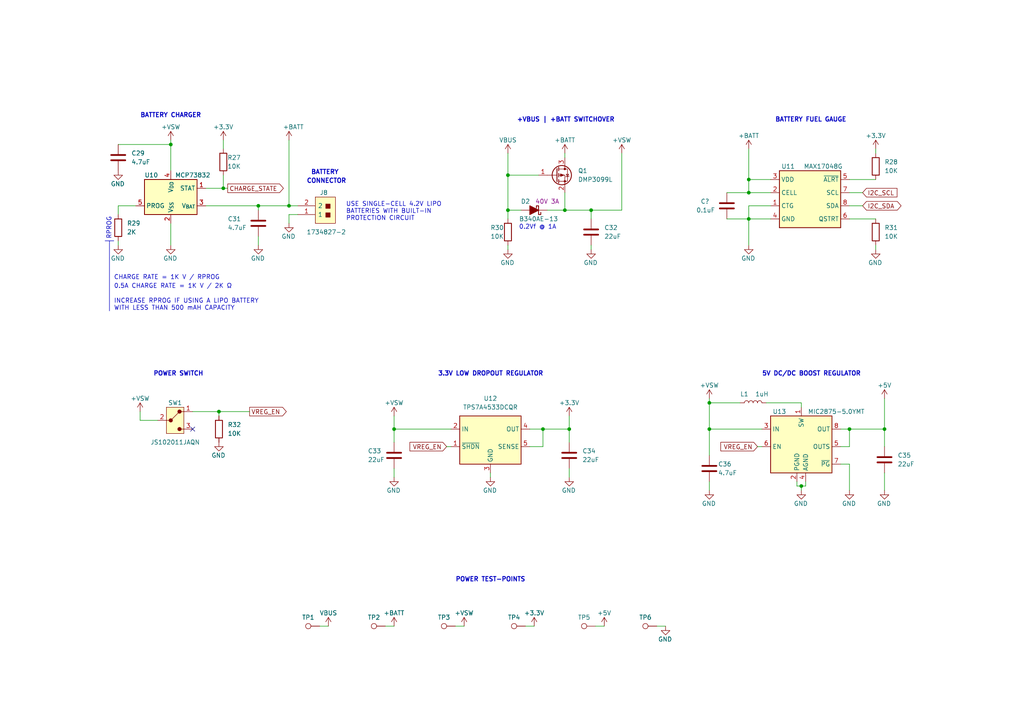
<source format=kicad_sch>
(kicad_sch (version 20230121) (generator eeschema)

  (uuid 9d0c03a8-81dd-4105-8ea1-313d7ad1172e)

  (paper "A4")

  (title_block
    (title "Tulip CC / Power")
  )

  (lib_symbols
    (symbol "power:+3.3V" (power) (pin_names (offset 0)) (in_bom yes) (on_board yes)
      (property "Reference" "#PWR" (at 0 -3.81 0)
        (effects (font (size 1.27 1.27)) hide)
      )
      (property "Value" "+3.3V" (at 0 3.556 0)
        (effects (font (size 1.27 1.27)))
      )
      (property "Footprint" "" (at 0 0 0)
        (effects (font (size 1.27 1.27)) hide)
      )
      (property "Datasheet" "" (at 0 0 0)
        (effects (font (size 1.27 1.27)) hide)
      )
      (property "ki_keywords" "global power" (at 0 0 0)
        (effects (font (size 1.27 1.27)) hide)
      )
      (property "ki_description" "Power symbol creates a global label with name \"+3.3V\"" (at 0 0 0)
        (effects (font (size 1.27 1.27)) hide)
      )
      (symbol "+3.3V_0_1"
        (polyline
          (pts
            (xy -0.762 1.27)
            (xy 0 2.54)
          )
          (stroke (width 0) (type default))
          (fill (type none))
        )
        (polyline
          (pts
            (xy 0 0)
            (xy 0 2.54)
          )
          (stroke (width 0) (type default))
          (fill (type none))
        )
        (polyline
          (pts
            (xy 0 2.54)
            (xy 0.762 1.27)
          )
          (stroke (width 0) (type default))
          (fill (type none))
        )
      )
      (symbol "+3.3V_1_1"
        (pin power_in line (at 0 0 90) (length 0) hide
          (name "+3.3V" (effects (font (size 1.27 1.27))))
          (number "1" (effects (font (size 1.27 1.27))))
        )
      )
    )
    (symbol "power:+5V" (power) (pin_names (offset 0)) (in_bom yes) (on_board yes)
      (property "Reference" "#PWR" (at 0 -3.81 0)
        (effects (font (size 1.27 1.27)) hide)
      )
      (property "Value" "+5V" (at 0 3.556 0)
        (effects (font (size 1.27 1.27)))
      )
      (property "Footprint" "" (at 0 0 0)
        (effects (font (size 1.27 1.27)) hide)
      )
      (property "Datasheet" "" (at 0 0 0)
        (effects (font (size 1.27 1.27)) hide)
      )
      (property "ki_keywords" "global power" (at 0 0 0)
        (effects (font (size 1.27 1.27)) hide)
      )
      (property "ki_description" "Power symbol creates a global label with name \"+5V\"" (at 0 0 0)
        (effects (font (size 1.27 1.27)) hide)
      )
      (symbol "+5V_0_1"
        (polyline
          (pts
            (xy -0.762 1.27)
            (xy 0 2.54)
          )
          (stroke (width 0) (type default))
          (fill (type none))
        )
        (polyline
          (pts
            (xy 0 0)
            (xy 0 2.54)
          )
          (stroke (width 0) (type default))
          (fill (type none))
        )
        (polyline
          (pts
            (xy 0 2.54)
            (xy 0.762 1.27)
          )
          (stroke (width 0) (type default))
          (fill (type none))
        )
      )
      (symbol "+5V_1_1"
        (pin power_in line (at 0 0 90) (length 0) hide
          (name "+5V" (effects (font (size 1.27 1.27))))
          (number "1" (effects (font (size 1.27 1.27))))
        )
      )
    )
    (symbol "power:+BATT" (power) (pin_names (offset 0)) (in_bom yes) (on_board yes)
      (property "Reference" "#PWR" (at 0 -3.81 0)
        (effects (font (size 1.27 1.27)) hide)
      )
      (property "Value" "+BATT" (at 0 3.556 0)
        (effects (font (size 1.27 1.27)))
      )
      (property "Footprint" "" (at 0 0 0)
        (effects (font (size 1.27 1.27)) hide)
      )
      (property "Datasheet" "" (at 0 0 0)
        (effects (font (size 1.27 1.27)) hide)
      )
      (property "ki_keywords" "global power battery" (at 0 0 0)
        (effects (font (size 1.27 1.27)) hide)
      )
      (property "ki_description" "Power symbol creates a global label with name \"+BATT\"" (at 0 0 0)
        (effects (font (size 1.27 1.27)) hide)
      )
      (symbol "+BATT_0_1"
        (polyline
          (pts
            (xy -0.762 1.27)
            (xy 0 2.54)
          )
          (stroke (width 0) (type default))
          (fill (type none))
        )
        (polyline
          (pts
            (xy 0 0)
            (xy 0 2.54)
          )
          (stroke (width 0) (type default))
          (fill (type none))
        )
        (polyline
          (pts
            (xy 0 2.54)
            (xy 0.762 1.27)
          )
          (stroke (width 0) (type default))
          (fill (type none))
        )
      )
      (symbol "+BATT_1_1"
        (pin power_in line (at 0 0 90) (length 0) hide
          (name "+BATT" (effects (font (size 1.27 1.27))))
          (number "1" (effects (font (size 1.27 1.27))))
        )
      )
    )
    (symbol "power:+VSW" (power) (pin_names (offset 0)) (in_bom yes) (on_board yes)
      (property "Reference" "#PWR" (at 0 -3.81 0)
        (effects (font (size 1.27 1.27)) hide)
      )
      (property "Value" "+VSW" (at 0 3.556 0)
        (effects (font (size 1.27 1.27)))
      )
      (property "Footprint" "" (at 0 0 0)
        (effects (font (size 1.27 1.27)) hide)
      )
      (property "Datasheet" "" (at 0 0 0)
        (effects (font (size 1.27 1.27)) hide)
      )
      (property "ki_keywords" "global power" (at 0 0 0)
        (effects (font (size 1.27 1.27)) hide)
      )
      (property "ki_description" "Power symbol creates a global label with name \"+VSW\"" (at 0 0 0)
        (effects (font (size 1.27 1.27)) hide)
      )
      (symbol "+VSW_0_1"
        (polyline
          (pts
            (xy -0.762 1.27)
            (xy 0 2.54)
          )
          (stroke (width 0) (type default))
          (fill (type none))
        )
        (polyline
          (pts
            (xy 0 0)
            (xy 0 2.54)
          )
          (stroke (width 0) (type default))
          (fill (type none))
        )
        (polyline
          (pts
            (xy 0 2.54)
            (xy 0.762 1.27)
          )
          (stroke (width 0) (type default))
          (fill (type none))
        )
      )
      (symbol "+VSW_1_1"
        (pin power_in line (at 0 0 90) (length 0) hide
          (name "+VSW" (effects (font (size 1.27 1.27))))
          (number "1" (effects (font (size 1.27 1.27))))
        )
      )
    )
    (symbol "power:GND" (power) (pin_names (offset 0)) (in_bom yes) (on_board yes)
      (property "Reference" "#PWR" (at 0 -6.35 0)
        (effects (font (size 1.27 1.27)) hide)
      )
      (property "Value" "GND" (at 0 -3.81 0)
        (effects (font (size 1.27 1.27)))
      )
      (property "Footprint" "" (at 0 0 0)
        (effects (font (size 1.27 1.27)) hide)
      )
      (property "Datasheet" "" (at 0 0 0)
        (effects (font (size 1.27 1.27)) hide)
      )
      (property "ki_keywords" "global power" (at 0 0 0)
        (effects (font (size 1.27 1.27)) hide)
      )
      (property "ki_description" "Power symbol creates a global label with name \"GND\" , ground" (at 0 0 0)
        (effects (font (size 1.27 1.27)) hide)
      )
      (symbol "GND_0_1"
        (polyline
          (pts
            (xy 0 0)
            (xy 0 -1.27)
            (xy 1.27 -1.27)
            (xy 0 -2.54)
            (xy -1.27 -1.27)
            (xy 0 -1.27)
          )
          (stroke (width 0) (type default))
          (fill (type none))
        )
      )
      (symbol "GND_1_1"
        (pin power_in line (at 0 0 270) (length 0) hide
          (name "GND" (effects (font (size 1.27 1.27))))
          (number "1" (effects (font (size 1.27 1.27))))
        )
      )
    )
    (symbol "power:VBUS" (power) (pin_names (offset 0)) (in_bom yes) (on_board yes)
      (property "Reference" "#PWR" (at 0 -3.81 0)
        (effects (font (size 1.27 1.27)) hide)
      )
      (property "Value" "VBUS" (at 0 3.81 0)
        (effects (font (size 1.27 1.27)))
      )
      (property "Footprint" "" (at 0 0 0)
        (effects (font (size 1.27 1.27)) hide)
      )
      (property "Datasheet" "" (at 0 0 0)
        (effects (font (size 1.27 1.27)) hide)
      )
      (property "ki_keywords" "global power" (at 0 0 0)
        (effects (font (size 1.27 1.27)) hide)
      )
      (property "ki_description" "Power symbol creates a global label with name \"VBUS\"" (at 0 0 0)
        (effects (font (size 1.27 1.27)) hide)
      )
      (symbol "VBUS_0_1"
        (polyline
          (pts
            (xy -0.762 1.27)
            (xy 0 2.54)
          )
          (stroke (width 0) (type default))
          (fill (type none))
        )
        (polyline
          (pts
            (xy 0 0)
            (xy 0 2.54)
          )
          (stroke (width 0) (type default))
          (fill (type none))
        )
        (polyline
          (pts
            (xy 0 2.54)
            (xy 0.762 1.27)
          )
          (stroke (width 0) (type default))
          (fill (type none))
        )
      )
      (symbol "VBUS_1_1"
        (pin power_in line (at 0 0 90) (length 0) hide
          (name "VBUS" (effects (font (size 1.27 1.27))))
          (number "1" (effects (font (size 1.27 1.27))))
        )
      )
    )
    (symbol "tulipcc_symbol_lib:CAP_0805_0.1UF" (pin_numbers hide) (pin_names (offset 0.254)) (in_bom yes) (on_board yes)
      (property "Reference" "C" (at 0.635 2.54 0)
        (effects (font (size 1.27 1.27)) (justify left))
      )
      (property "Value" "0.1uF" (at 0.635 -2.54 0)
        (effects (font (size 1.27 1.27)) (justify left))
      )
      (property "Footprint" "tulipcc_footprint_lib:C_0805_2012" (at 1.27 -15.24 0)
        (effects (font (size 1.27 1.27)) hide)
      )
      (property "Datasheet" "https://www.mouser.com/datasheet/2/212/KEM_C1002_X7R_SMD-1102033.pdf" (at 1.27 -11.43 0)
        (effects (font (size 1.27 1.27)) hide)
      )
      (property "Manufacturer" "Kemet" (at 0 -20.32 0)
        (effects (font (size 1.27 1.27)) hide)
      )
      (property "Part #" "C0805C104K5RAC7411" (at 0 -22.86 0)
        (effects (font (size 1.27 1.27)) hide)
      )
      (property "Supplier 1" "Mouser" (at 0 -26.67 0)
        (effects (font (size 1.27 1.27)) hide)
      )
      (property "Supplier 1 #" "80-C0805C104K5RACLR" (at 0 -29.21 0)
        (effects (font (size 1.27 1.27)) hide)
      )
      (property "Supplier 2" "DigiKey" (at 0 -33.02 0)
        (effects (font (size 1.27 1.27)) hide)
      )
      (property "Supplier 2 #" "399-C0805C104K5RAC7800CT-ND " (at 2.54 -35.56 0)
        (effects (font (size 1.27 1.27)) hide)
      )
      (property "ki_keywords" "cap capacitor" (at 0 0 0)
        (effects (font (size 1.27 1.27)) hide)
      )
      (property "ki_description" "Capacitor 0805" (at 0 0 0)
        (effects (font (size 1.27 1.27)) hide)
      )
      (property "ki_fp_filters" "C_*" (at 0 0 0)
        (effects (font (size 1.27 1.27)) hide)
      )
      (symbol "CAP_0805_0.1UF_0_1"
        (polyline
          (pts
            (xy -2.032 -0.762)
            (xy 2.032 -0.762)
          )
          (stroke (width 0.508) (type default))
          (fill (type none))
        )
        (polyline
          (pts
            (xy -2.032 0.762)
            (xy 2.032 0.762)
          )
          (stroke (width 0.508) (type default))
          (fill (type none))
        )
      )
      (symbol "CAP_0805_0.1UF_1_1"
        (pin passive line (at 0 3.81 270) (length 2.794)
          (name "~" (effects (font (size 1.27 1.27))))
          (number "1" (effects (font (size 1.27 1.27))))
        )
        (pin passive line (at 0 -3.81 90) (length 2.794)
          (name "~" (effects (font (size 1.27 1.27))))
          (number "2" (effects (font (size 1.27 1.27))))
        )
      )
    )
    (symbol "tulipcc_symbol_lib:CAP_0805_4.7UF" (pin_numbers hide) (pin_names (offset 0.254)) (in_bom yes) (on_board yes)
      (property "Reference" "C" (at 0.635 2.54 0)
        (effects (font (size 1.27 1.27)) (justify left))
      )
      (property "Value" "4.7uF" (at 0.635 -2.54 0)
        (effects (font (size 1.27 1.27)) (justify left))
      )
      (property "Footprint" "tulipcc_footprint_lib:C_0805_2012" (at 1.27 -15.24 0)
        (effects (font (size 1.27 1.27)) hide)
      )
      (property "Datasheet" "https://www.mouser.com/datasheet/2/212/KEM_C1002_X7R_SMD-1102033.pdf" (at 1.27 -11.43 0)
        (effects (font (size 1.27 1.27)) hide)
      )
      (property "Manufacturer" "Kemet" (at 0 -20.32 0)
        (effects (font (size 1.27 1.27)) hide)
      )
      (property "Part #" "C0805C475K3RACTU" (at 0 -22.86 0)
        (effects (font (size 1.27 1.27)) hide)
      )
      (property "Supplier 1" "Mouser" (at 0 -26.67 0)
        (effects (font (size 1.27 1.27)) hide)
      )
      (property "Supplier 1 #" "80-C0805C475K3RACTU" (at 0 -29.21 0)
        (effects (font (size 1.27 1.27)) hide)
      )
      (property "Supplier 2" "DigiKey" (at 0 -33.02 0)
        (effects (font (size 1.27 1.27)) hide)
      )
      (property "Supplier 2 #" "399-C0805C475K3RAC7800CT-ND" (at 2.54 -35.56 0)
        (effects (font (size 1.27 1.27)) hide)
      )
      (property "ki_keywords" "cap capacitor" (at 0 0 0)
        (effects (font (size 1.27 1.27)) hide)
      )
      (property "ki_description" "Capacitor 0805" (at 0 0 0)
        (effects (font (size 1.27 1.27)) hide)
      )
      (property "ki_fp_filters" "C_*" (at 0 0 0)
        (effects (font (size 1.27 1.27)) hide)
      )
      (symbol "CAP_0805_4.7UF_0_1"
        (polyline
          (pts
            (xy -2.032 -0.762)
            (xy 2.032 -0.762)
          )
          (stroke (width 0.508) (type default))
          (fill (type none))
        )
        (polyline
          (pts
            (xy -2.032 0.762)
            (xy 2.032 0.762)
          )
          (stroke (width 0.508) (type default))
          (fill (type none))
        )
      )
      (symbol "CAP_0805_4.7UF_1_1"
        (pin passive line (at 0 3.81 270) (length 2.794)
          (name "~" (effects (font (size 1.27 1.27))))
          (number "1" (effects (font (size 1.27 1.27))))
        )
        (pin passive line (at 0 -3.81 90) (length 2.794)
          (name "~" (effects (font (size 1.27 1.27))))
          (number "2" (effects (font (size 1.27 1.27))))
        )
      )
    )
    (symbol "tulipcc_symbol_lib:CAP_1210_22UF" (pin_numbers hide) (pin_names (offset 0.254)) (in_bom yes) (on_board yes)
      (property "Reference" "C" (at 0.635 2.54 0)
        (effects (font (size 1.27 1.27)) (justify left))
      )
      (property "Value" "22uF" (at 0.635 -2.54 0)
        (effects (font (size 1.27 1.27)) (justify left))
      )
      (property "Footprint" "tulipcc_footprint_lib:C_1210_3225" (at 1.27 -15.24 0)
        (effects (font (size 1.27 1.27)) hide)
      )
      (property "Datasheet" "https://www.mouser.com/datasheet/2/212/KEM_C1002_X7R_SMD-1102033.pdf" (at 1.27 -11.43 0)
        (effects (font (size 1.27 1.27)) hide)
      )
      (property "Rating" "16V" (at 2.54 -5.08 0)
        (effects (font (size 1.27 1.27)) hide)
      )
      (property "Manufacturer" "Kemet" (at 0 -20.32 0)
        (effects (font (size 1.27 1.27)) hide)
      )
      (property "Part #" "C1210C226M4RAC7210" (at 0 -22.86 0)
        (effects (font (size 1.27 1.27)) hide)
      )
      (property "Supplier 1" "Mouser" (at 0 -26.67 0)
        (effects (font (size 1.27 1.27)) hide)
      )
      (property "Supplier 1 #" "80-C1210C226M4RACLR" (at 0 -29.21 0)
        (effects (font (size 1.27 1.27)) hide)
      )
      (property "Supplier 2" "DigiKey" (at 0 -33.02 0)
        (effects (font (size 1.27 1.27)) hide)
      )
      (property "Supplier 2 #" "399-C1210C226M4RAC7210CT-ND" (at 1.27 -35.56 0)
        (effects (font (size 1.27 1.27)) hide)
      )
      (property "ki_keywords" "cap capacitor" (at 0 0 0)
        (effects (font (size 1.27 1.27)) hide)
      )
      (property "ki_description" "Capacitor 0805" (at 0 0 0)
        (effects (font (size 1.27 1.27)) hide)
      )
      (property "ki_fp_filters" "C_*" (at 0 0 0)
        (effects (font (size 1.27 1.27)) hide)
      )
      (symbol "CAP_1210_22UF_0_1"
        (polyline
          (pts
            (xy -2.032 -0.762)
            (xy 2.032 -0.762)
          )
          (stroke (width 0.508) (type default))
          (fill (type none))
        )
        (polyline
          (pts
            (xy -2.032 0.762)
            (xy 2.032 0.762)
          )
          (stroke (width 0.508) (type default))
          (fill (type none))
        )
      )
      (symbol "CAP_1210_22UF_1_1"
        (pin passive line (at 0 3.81 270) (length 2.794)
          (name "~" (effects (font (size 1.27 1.27))))
          (number "1" (effects (font (size 1.27 1.27))))
        )
        (pin passive line (at 0 -3.81 90) (length 2.794)
          (name "~" (effects (font (size 1.27 1.27))))
          (number "2" (effects (font (size 1.27 1.27))))
        )
      )
    )
    (symbol "tulipcc_symbol_lib:CON_TE_1734827-2" (pin_names (offset 0.762)) (in_bom yes) (on_board yes)
      (property "Reference" "J" (at -1.27 5.08 0)
        (effects (font (size 1.27 1.27)) (justify left))
      )
      (property "Value" "1734827-2" (at 2.54 5.08 0)
        (effects (font (size 1.27 1.27)) (justify left))
      )
      (property "Footprint" "tulipcc_footprint_lib:TE_17348272" (at -12.7 -6.35 0)
        (effects (font (size 1.27 1.27)) (justify left) hide)
      )
      (property "Datasheet" "https://www.mouser.com/datasheet/2/418/7/ENG_CD_1734827_B-2017297.pdf" (at -39.37 -10.16 0)
        (effects (font (size 1.27 1.27)) (justify left) hide)
      )
      (property "Manufacturer" "TE" (at 0 -16.51 0)
        (effects (font (size 1.27 1.27)) hide)
      )
      (property "Part #" "1734827-2" (at 0 -19.05 0)
        (effects (font (size 1.27 1.27)) hide)
      )
      (property "Supplier 1" "Mouser" (at 0 -24.13 0)
        (effects (font (size 1.27 1.27)) hide)
      )
      (property "Supplier 1 #" "571-1734827-2" (at 0 -26.67 0)
        (effects (font (size 1.27 1.27)) hide)
      )
      (property "Supplier 2" "DigiKey" (at 0 -31.75 0)
        (effects (font (size 1.27 1.27)) hide)
      )
      (property "Supplier 2 #" "455-S2B-PH-SM4-TBCT-ND" (at 0 -34.29 0)
        (effects (font (size 1.27 1.27)) hide)
      )
      (property "ki_description" "PCB Mount Header, Right Angle, Wire-to-Board, 2 Position, .079 in [2 mm] Centerline, Fully Shrouded, Nickel, Surface Mount, Signal, Natural" (at 0 0 0)
        (effects (font (size 1.27 1.27)) hide)
      )
      (symbol "CON_TE_1734827-2_0_0"
        (pin passive line (at 10.16 1.27 180) (length 5.08)
          (name "1" (effects (font (size 1.27 1.27))))
          (number "1" (effects (font (size 1.27 1.27))))
        )
        (pin passive line (at 10.16 -1.27 180) (length 5.08)
          (name "2" (effects (font (size 1.27 1.27))))
          (number "2" (effects (font (size 1.27 1.27))))
        )
      )
      (symbol "CON_TE_1734827-2_0_1"
        (polyline
          (pts
            (xy -0.762 3.81)
            (xy 5.08 3.81)
            (xy 5.08 -3.81)
            (xy -0.762 -3.81)
            (xy -0.762 3.81)
          )
          (stroke (width 0.1524) (type solid))
          (fill (type background))
        )
        (rectangle (start 0.762 -0.508) (end 2.032 -1.778)
          (stroke (width 0) (type default))
          (fill (type outline))
        )
        (rectangle (start 0.762 2.032) (end 2.032 0.762)
          (stroke (width 0) (type default))
          (fill (type outline))
        )
      )
    )
    (symbol "tulipcc_symbol_lib:DIODE_SCHTK_B340AE-13" (pin_numbers hide) (pin_names (offset 1.016) hide) (in_bom yes) (on_board yes)
      (property "Reference" "D" (at 0 2.54 0)
        (effects (font (size 1.27 1.27)))
      )
      (property "Value" "B340AE-13" (at 0 -2.54 0)
        (effects (font (size 1.27 1.27)))
      )
      (property "Footprint" "tulipcc_footprint_lib:D_SMA" (at 0 -7.62 0)
        (effects (font (size 1.27 1.27)) hide)
      )
      (property "Datasheet" "https://www.diodes.com/assets/Datasheets/B320AE/B340AE.pdf" (at 1.27 -5.08 0)
        (effects (font (size 1.27 1.27)) hide)
      )
      (property "Rating" "40V 3A" (at 11.43 -2.54 0)
        (effects (font (size 1.27 1.27)))
      )
      (property "Manufacturer" "Diodes Inc" (at 0 -12.7 0)
        (effects (font (size 1.27 1.27)) hide)
      )
      (property "Part #" "B340AE-13" (at 0 -15.24 0)
        (effects (font (size 1.27 1.27)) hide)
      )
      (property "Supplier 1" "Mouser" (at 0 -19.05 0)
        (effects (font (size 1.27 1.27)) hide)
      )
      (property "Supplier 1 #" "621-B340AE-13" (at 0 -21.59 0)
        (effects (font (size 1.27 1.27)) hide)
      )
      (property "Supplier 2" "DigiKey" (at 0 -25.4 0)
        (effects (font (size 1.27 1.27)) hide)
      )
      (property "Supplier 2 #" "B340AE-13DICT-ND" (at 0 -27.94 0)
        (effects (font (size 1.27 1.27)) hide)
      )
      (property "ki_keywords" "diode Schottky" (at 0 0 0)
        (effects (font (size 1.27 1.27)) hide)
      )
      (property "ki_description" "Schottky diode" (at 0 0 0)
        (effects (font (size 1.27 1.27)) hide)
      )
      (property "ki_fp_filters" "TO-???* *_Diode_* *SingleDiode* D_*" (at 0 0 0)
        (effects (font (size 1.27 1.27)) hide)
      )
      (symbol "DIODE_SCHTK_B340AE-13_0_1"
        (polyline
          (pts
            (xy 1.27 0)
            (xy -1.27 0)
          )
          (stroke (width 0) (type default))
          (fill (type none))
        )
        (polyline
          (pts
            (xy 1.27 1.27)
            (xy 1.27 -1.27)
            (xy -1.27 0)
            (xy 1.27 1.27)
          )
          (stroke (width 0.254) (type default))
          (fill (type outline))
        )
        (polyline
          (pts
            (xy -1.905 0.635)
            (xy -1.905 1.27)
            (xy -1.27 1.27)
            (xy -1.27 -1.27)
            (xy -0.635 -1.27)
            (xy -0.635 -0.635)
          )
          (stroke (width 0.254) (type default))
          (fill (type none))
        )
      )
      (symbol "DIODE_SCHTK_B340AE-13_1_1"
        (pin passive line (at -3.81 0 0) (length 2.54)
          (name "K" (effects (font (size 1.27 1.27))))
          (number "1" (effects (font (size 1.27 1.27))))
        )
        (pin passive line (at 3.81 0 180) (length 2.54)
          (name "A" (effects (font (size 1.27 1.27))))
          (number "2" (effects (font (size 1.27 1.27))))
        )
      )
    )
    (symbol "tulipcc_symbol_lib:IND_1UH_4.3A_IFSC1515AHER1R0M01" (pin_numbers hide) (pin_names (offset 1.016) hide) (in_bom yes) (on_board yes)
      (property "Reference" "L" (at -2.54 2.54 0)
        (effects (font (size 1.27 1.27)))
      )
      (property "Value" "1uH" (at 2.54 2.54 0)
        (effects (font (size 1.27 1.27)))
      )
      (property "Footprint" "tulipcc_footprint_lib:IND_VD_IFSC-1515AH-01" (at 0 -7.62 0)
        (effects (font (size 1.27 1.27)) hide)
      )
      (property "Datasheet" "https://www.vishay.com/docs/34295/sc15ah01.pdf" (at 0 -5.08 0)
        (effects (font (size 1.27 1.27)) hide)
      )
      (property "Manufacturer" "Vishay Dale" (at 0 -12.7 0)
        (effects (font (size 1.27 1.27)) hide)
      )
      (property "Rating" "3.8A 25mR " (at 1.27 -2.54 0)
        (effects (font (size 1.27 1.27)))
      )
      (property "Part #" "IFSC1515AHER1R0M01" (at 0 -15.24 0)
        (effects (font (size 1.27 1.27)) hide)
      )
      (property "Supplier 1" "Mouser" (at 0 -19.05 0)
        (effects (font (size 1.27 1.27)) hide)
      )
      (property "Supplier 1 #" "70-IFSC1515AHER1R0M0" (at 0 -21.59 0)
        (effects (font (size 1.27 1.27)) hide)
      )
      (property "Supplier 2" "DigiKey" (at 0 -25.4 0)
        (effects (font (size 1.27 1.27)) hide)
      )
      (property "Supplier 2 #" "541-1403-1-ND" (at 0 -27.94 0)
        (effects (font (size 1.27 1.27)) hide)
      )
      (property "ki_keywords" "inductor choke coil reactor magnetic" (at 0 0 0)
        (effects (font (size 1.27 1.27)) hide)
      )
      (property "ki_description" "Inductor" (at 0 0 0)
        (effects (font (size 1.27 1.27)) hide)
      )
      (property "ki_fp_filters" "Choke_* *Coil* Inductor_* L_*" (at 0 0 0)
        (effects (font (size 1.27 1.27)) hide)
      )
      (symbol "IND_1UH_4.3A_IFSC1515AHER1R0M01_0_1"
        (arc (start -1.27 0) (mid -1.905 0.6323) (end -2.54 0)
          (stroke (width 0) (type default))
          (fill (type none))
        )
        (arc (start 0 0) (mid -0.635 0.6323) (end -1.27 0)
          (stroke (width 0) (type default))
          (fill (type none))
        )
        (arc (start 1.27 0) (mid 0.635 0.6323) (end 0 0)
          (stroke (width 0) (type default))
          (fill (type none))
        )
        (arc (start 2.54 0) (mid 1.905 0.6323) (end 1.27 0)
          (stroke (width 0) (type default))
          (fill (type none))
        )
      )
      (symbol "IND_1UH_4.3A_IFSC1515AHER1R0M01_1_1"
        (pin passive line (at -3.81 0 0) (length 1.27)
          (name "1" (effects (font (size 1.27 1.27))))
          (number "1" (effects (font (size 1.27 1.27))))
        )
        (pin passive line (at 3.81 0 180) (length 1.27)
          (name "2" (effects (font (size 1.27 1.27))))
          (number "2" (effects (font (size 1.27 1.27))))
        )
      )
    )
    (symbol "tulipcc_symbol_lib:MAX17048G+T10" (in_bom yes) (on_board yes)
      (property "Reference" "U" (at -7.62 11.43 0)
        (effects (font (size 1.27 1.27)))
      )
      (property "Value" "MAX17048G" (at 0 -7.62 0)
        (effects (font (size 1.27 1.27)))
      )
      (property "Footprint" "tulipcc_footprint_lib:TDFN-8-1EP_2x2mm_P0.5mm_EP0.8x1.2mm" (at 0 -17.78 0)
        (effects (font (size 1.27 1.27) italic) hide)
      )
      (property "Datasheet" "https://www.mouser.com/datasheet/2/609/MAX17048_MAX17049-3126952.pdf" (at 0 -15.24 0)
        (effects (font (size 1.27 1.27)) hide)
      )
      (property "Manufacturer" "Analog Devices" (at 0 -22.86 0)
        (effects (font (size 1.27 1.27)) hide)
      )
      (property "Part #" "MAX17048G+T10" (at 0 -25.4 0)
        (effects (font (size 1.27 1.27)) hide)
      )
      (property "Supplier 1" "Mouser" (at 0 -29.21 0)
        (effects (font (size 1.27 1.27)) hide)
      )
      (property "Supplier 1 #" "700-MAX17048G+T10" (at 0 -31.75 0)
        (effects (font (size 1.27 1.27)) hide)
      )
      (property "Supplier 2" "DigiKey" (at 0 -35.56 0)
        (effects (font (size 1.27 1.27)) hide)
      )
      (property "Supplier 2 #" "MAX17048G+T10CT-ND" (at 1.27 -38.1 0)
        (effects (font (size 1.27 1.27)) hide)
      )
      (property "ki_keywords" "audio amplifier headphone" (at 0 0 0)
        (effects (font (size 1.27 1.27)) hide)
      )
      (property "ki_description" "150-mW Stereo Audio Power Amplifier, HVSSOP" (at 0 0 0)
        (effects (font (size 1.27 1.27)) hide)
      )
      (property "ki_fp_filters" "HVSSOP*3x3mm*P0.65mm*" (at 0 0 0)
        (effects (font (size 1.27 1.27)) hide)
      )
      (symbol "MAX17048G+T10_0_1"
        (rectangle (start -8.89 10.16) (end 8.89 -6.35)
          (stroke (width 0.254) (type default))
          (fill (type background))
        )
      )
      (symbol "MAX17048G+T10_1_1"
        (pin passive line (at -11.43 0 0) (length 2.54)
          (name "CTG" (effects (font (size 1.27 1.27))))
          (number "1" (effects (font (size 1.27 1.27))))
        )
        (pin power_in line (at -11.43 3.81 0) (length 2.54)
          (name "CELL" (effects (font (size 1.27 1.27))))
          (number "2" (effects (font (size 1.27 1.27))))
        )
        (pin input line (at -11.43 7.62 0) (length 2.54)
          (name "VDD" (effects (font (size 1.27 1.27))))
          (number "3" (effects (font (size 1.27 1.27))))
        )
        (pin passive line (at -11.43 -3.81 0) (length 2.54)
          (name "GND" (effects (font (size 1.27 1.27))))
          (number "4" (effects (font (size 1.27 1.27))))
        )
        (pin output line (at 11.43 7.62 180) (length 2.54)
          (name "~{ALRT}" (effects (font (size 1.27 1.27))))
          (number "5" (effects (font (size 1.27 1.27))))
        )
        (pin input line (at 11.43 -3.81 180) (length 2.54)
          (name "QSTRT" (effects (font (size 1.27 1.27))))
          (number "6" (effects (font (size 1.27 1.27))))
        )
        (pin input line (at 11.43 3.81 180) (length 2.54)
          (name "SCL" (effects (font (size 1.27 1.27))))
          (number "7" (effects (font (size 1.27 1.27))))
        )
        (pin input line (at 11.43 0 180) (length 2.54)
          (name "SDA" (effects (font (size 1.27 1.27))))
          (number "8" (effects (font (size 1.27 1.27))))
        )
        (pin passive line (at -11.43 -3.81 0) (length 2.54) hide
          (name "GND" (effects (font (size 1.27 1.27))))
          (number "9" (effects (font (size 1.27 1.27))))
        )
      )
    )
    (symbol "tulipcc_symbol_lib:MCP73832" (in_bom yes) (on_board yes)
      (property "Reference" "U" (at -7.62 6.35 0)
        (effects (font (size 1.27 1.27)) (justify left))
      )
      (property "Value" "MCP73832" (at 1.27 6.35 0)
        (effects (font (size 1.27 1.27)) (justify left))
      )
      (property "Footprint" "tulipcc_footprint_lib:SOT-23-5" (at 1.27 -6.35 0)
        (effects (font (size 1.27 1.27) italic) (justify left) hide)
      )
      (property "Datasheet" "http://ww1.microchip.com/downloads/en/DeviceDoc/20001984g.pdf" (at 2.54 -19.05 0)
        (effects (font (size 1.27 1.27)) hide)
      )
      (property "Manufacturer" "Microchip" (at 0 -24.13 0)
        (effects (font (size 1.27 1.27)) hide)
      )
      (property "Part #" "MCP73832T-2ACI/OT" (at 1.27 -26.67 0)
        (effects (font (size 1.27 1.27)) hide)
      )
      (property "Supplier 1" "Mouser" (at 0 -30.48 0)
        (effects (font (size 1.27 1.27)) hide)
      )
      (property "Supplier 1 #" "579-MCP73832T-2ACIOT" (at 1.27 -33.02 0)
        (effects (font (size 1.27 1.27)) hide)
      )
      (property "Supplier 2" "DigiKey" (at 0 -36.83 0)
        (effects (font (size 1.27 1.27)) hide)
      )
      (property "Supplier 2 #" "MCP73832T-2ACI/OTCT-ND " (at 1.27 -39.37 0)
        (effects (font (size 1.27 1.27)) hide)
      )
      (property "ki_keywords" "battery charger lithium" (at 0 0 0)
        (effects (font (size 1.27 1.27)) hide)
      )
      (property "ki_description" "Single cell, Li-Ion/Li-Po charge management controller, 4.20V, Tri-State Status Output, in SOT23-5 package" (at 0 0 0)
        (effects (font (size 1.27 1.27)) hide)
      )
      (property "ki_fp_filters" "SOT?23*" (at 0 0 0)
        (effects (font (size 1.27 1.27)) hide)
      )
      (symbol "MCP73832_0_1"
        (rectangle (start -7.62 5.08) (end 7.62 -5.08)
          (stroke (width 0.254) (type default))
          (fill (type background))
        )
      )
      (symbol "MCP73832_1_1"
        (pin output line (at 10.16 2.54 180) (length 2.54)
          (name "STAT" (effects (font (size 1.27 1.27))))
          (number "1" (effects (font (size 1.27 1.27))))
        )
        (pin power_in line (at 0 -7.62 90) (length 2.54)
          (name "V_{SS}" (effects (font (size 1.27 1.27))))
          (number "2" (effects (font (size 1.27 1.27))))
        )
        (pin power_out line (at 10.16 -2.54 180) (length 2.54)
          (name "V_{BAT}" (effects (font (size 1.27 1.27))))
          (number "3" (effects (font (size 1.27 1.27))))
        )
        (pin power_in line (at 0 7.62 270) (length 2.54)
          (name "V_{DD}" (effects (font (size 1.27 1.27))))
          (number "4" (effects (font (size 1.27 1.27))))
        )
        (pin input line (at -10.16 -2.54 0) (length 2.54)
          (name "PROG" (effects (font (size 1.27 1.27))))
          (number "5" (effects (font (size 1.27 1.27))))
        )
      )
    )
    (symbol "tulipcc_symbol_lib:MIC2875-5.0YMT-T5" (in_bom yes) (on_board yes)
      (property "Reference" "U" (at -7.62 11.43 0)
        (effects (font (size 1.27 1.27)))
      )
      (property "Value" "MIC2875-5.0YMT" (at 17.78 -8.89 0)
        (effects (font (size 1.27 1.27)))
      )
      (property "Footprint" "tulipcc_footprint_lib:UDFN-8-1EP_2x2mm_P0.5mm_EP0.7x1.3mm_1" (at 0 -17.78 0)
        (effects (font (size 1.27 1.27) italic) hide)
      )
      (property "Datasheet" "https://www.mouser.com/datasheet/2/268/MIC2875_4_8A_ISW_Synchronous_Boost_Regulator_with_-3002587.pdf" (at 0 -15.24 0)
        (effects (font (size 1.27 1.27)) hide)
      )
      (property "Manufacturer" "Microchip" (at 0 -22.86 0)
        (effects (font (size 1.27 1.27)) hide)
      )
      (property "Part #" "MIC2875-5.0YMT" (at 0 -25.4 0)
        (effects (font (size 1.27 1.27)) hide)
      )
      (property "Supplier 1" "Mouser" (at 0 -29.21 0)
        (effects (font (size 1.27 1.27)) hide)
      )
      (property "Supplier 1 #" "998-MIC2875-50YMTT5" (at 0 -31.75 0)
        (effects (font (size 1.27 1.27)) hide)
      )
      (property "Supplier 2" "Microchip" (at 0 -35.56 0)
        (effects (font (size 1.27 1.27)) hide)
      )
      (property "Supplier 2 #" "MIC2875-5.0YMT-TR" (at 1.27 -38.1 0)
        (effects (font (size 1.27 1.27)) hide)
      )
      (property "ki_description" "DC/DC Boost Regulator, Fixed 5V Output" (at 0 0 0)
        (effects (font (size 1.27 1.27)) hide)
      )
      (property "ki_fp_filters" "HVSSOP*3x3mm*P0.65mm*" (at 0 0 0)
        (effects (font (size 1.27 1.27)) hide)
      )
      (symbol "MIC2875-5.0YMT-T5_0_1"
        (rectangle (start -8.89 10.16) (end 8.89 -6.35)
          (stroke (width 0.254) (type default))
          (fill (type background))
        )
      )
      (symbol "MIC2875-5.0YMT-T5_1_1"
        (pin passive line (at 0 12.7 270) (length 2.54)
          (name "SW" (effects (font (size 1.27 1.27))))
          (number "1" (effects (font (size 1.27 1.27))))
        )
        (pin passive line (at -1.27 -8.89 90) (length 2.54)
          (name "PGND" (effects (font (size 1.27 1.27))))
          (number "2" (effects (font (size 1.27 1.27))))
        )
        (pin power_in line (at -11.43 6.35 0) (length 2.54)
          (name "IN" (effects (font (size 1.27 1.27))))
          (number "3" (effects (font (size 1.27 1.27))))
        )
        (pin passive line (at 1.27 -8.89 90) (length 2.54)
          (name "AGND" (effects (font (size 1.27 1.27))))
          (number "4" (effects (font (size 1.27 1.27))))
        )
        (pin passive line (at 11.43 1.27 180) (length 2.54)
          (name "OUTS" (effects (font (size 1.27 1.27))))
          (number "5" (effects (font (size 1.27 1.27))))
        )
        (pin input line (at -11.43 1.27 0) (length 2.54)
          (name "EN" (effects (font (size 1.27 1.27))))
          (number "6" (effects (font (size 1.27 1.27))))
        )
        (pin input line (at 11.43 -3.81 180) (length 2.54)
          (name "~{PG}" (effects (font (size 1.27 1.27))))
          (number "7" (effects (font (size 1.27 1.27))))
        )
        (pin power_out line (at 11.43 6.35 180) (length 2.54)
          (name "OUT" (effects (font (size 1.27 1.27))))
          (number "8" (effects (font (size 1.27 1.27))))
        )
        (pin passive line (at 1.27 -8.89 90) (length 2.54) hide
          (name "AGND" (effects (font (size 1.27 1.27))))
          (number "9" (effects (font (size 1.27 1.27))))
        )
      )
    )
    (symbol "tulipcc_symbol_lib:PMOS_DMP3099L" (pin_names (offset 0) hide) (in_bom yes) (on_board yes)
      (property "Reference" "Q" (at 5.08 1.27 0)
        (effects (font (size 1.27 1.27)) (justify left))
      )
      (property "Value" "DMP3099L" (at 5.08 -1.27 0)
        (effects (font (size 1.27 1.27)) (justify left))
      )
      (property "Footprint" "tulipcc_footprint_lib:SOT-23-3" (at 6.35 -12.7 0)
        (effects (font (size 1.27 1.27)) hide)
      )
      (property "Datasheet" "https://www.diodes.com/assets/Datasheets/DMP3099L.pdf" (at -1.27 -15.24 0)
        (effects (font (size 1.27 1.27)) hide)
      )
      (property "Manufacturer" "Diodes Inc" (at 0 -19.05 0)
        (effects (font (size 1.27 1.27)) hide)
      )
      (property "Part #" "DMP3099L-13" (at 0 -21.59 0)
        (effects (font (size 1.27 1.27)) hide)
      )
      (property "Supplier 1" "Mouser" (at 0 -25.4 0)
        (effects (font (size 1.27 1.27)) hide)
      )
      (property "Supplier 1 #" "621-DMP3099L-13" (at 0 -27.94 0)
        (effects (font (size 1.27 1.27)) hide)
      )
      (property "Supplier 2" "DigiKey" (at 0 -31.75 0)
        (effects (font (size 1.27 1.27)) hide)
      )
      (property "Supplier 2 #" "DMP3099L-13DICT-ND" (at 0 -34.29 0)
        (effects (font (size 1.27 1.27)) hide)
      )
      (property "ki_keywords" "transistor PMOS P-MOS P-MOSFET" (at 0 0 0)
        (effects (font (size 1.27 1.27)) hide)
      )
      (property "ki_description" "P-MOSFET transistor, drain/source/gate" (at 0 0 0)
        (effects (font (size 1.27 1.27)) hide)
      )
      (symbol "PMOS_DMP3099L_0_1"
        (polyline
          (pts
            (xy 0.254 0)
            (xy -2.54 0)
          )
          (stroke (width 0) (type default))
          (fill (type none))
        )
        (polyline
          (pts
            (xy 0.254 1.905)
            (xy 0.254 -1.905)
          )
          (stroke (width 0.254) (type default))
          (fill (type none))
        )
        (polyline
          (pts
            (xy 0.762 -1.27)
            (xy 0.762 -2.286)
          )
          (stroke (width 0.254) (type default))
          (fill (type none))
        )
        (polyline
          (pts
            (xy 0.762 0.508)
            (xy 0.762 -0.508)
          )
          (stroke (width 0.254) (type default))
          (fill (type none))
        )
        (polyline
          (pts
            (xy 0.762 2.286)
            (xy 0.762 1.27)
          )
          (stroke (width 0.254) (type default))
          (fill (type none))
        )
        (polyline
          (pts
            (xy 2.54 2.54)
            (xy 2.54 1.778)
          )
          (stroke (width 0) (type default))
          (fill (type none))
        )
        (polyline
          (pts
            (xy 2.54 -2.54)
            (xy 2.54 0)
            (xy 0.762 0)
          )
          (stroke (width 0) (type default))
          (fill (type none))
        )
        (polyline
          (pts
            (xy 0.762 1.778)
            (xy 3.302 1.778)
            (xy 3.302 -1.778)
            (xy 0.762 -1.778)
          )
          (stroke (width 0) (type default))
          (fill (type none))
        )
        (polyline
          (pts
            (xy 2.286 0)
            (xy 1.27 0.381)
            (xy 1.27 -0.381)
            (xy 2.286 0)
          )
          (stroke (width 0) (type default))
          (fill (type outline))
        )
        (polyline
          (pts
            (xy 2.794 -0.508)
            (xy 2.921 -0.381)
            (xy 3.683 -0.381)
            (xy 3.81 -0.254)
          )
          (stroke (width 0) (type default))
          (fill (type none))
        )
        (polyline
          (pts
            (xy 3.302 -0.381)
            (xy 2.921 0.254)
            (xy 3.683 0.254)
            (xy 3.302 -0.381)
          )
          (stroke (width 0) (type default))
          (fill (type none))
        )
        (circle (center 1.651 0) (radius 2.794)
          (stroke (width 0.254) (type default))
          (fill (type none))
        )
        (circle (center 2.54 -1.778) (radius 0.254)
          (stroke (width 0) (type default))
          (fill (type outline))
        )
        (circle (center 2.54 1.778) (radius 0.254)
          (stroke (width 0) (type default))
          (fill (type outline))
        )
      )
      (symbol "PMOS_DMP3099L_1_1"
        (pin input line (at -5.08 0 0) (length 2.54)
          (name "G" (effects (font (size 1.27 1.27))))
          (number "1" (effects (font (size 1.27 1.27))))
        )
        (pin passive line (at 2.54 -5.08 90) (length 2.54)
          (name "S" (effects (font (size 1.27 1.27))))
          (number "2" (effects (font (size 1.27 1.27))))
        )
        (pin passive line (at 2.54 5.08 270) (length 2.54)
          (name "D" (effects (font (size 1.27 1.27))))
          (number "3" (effects (font (size 1.27 1.27))))
        )
      )
    )
    (symbol "tulipcc_symbol_lib:RES_0805_10K" (pin_numbers hide) (pin_names (offset 0)) (in_bom yes) (on_board yes)
      (property "Reference" "R" (at 0 2.032 0)
        (effects (font (size 1.27 1.27)))
      )
      (property "Value" "10K" (at 0 -2.54 0)
        (effects (font (size 1.27 1.27)))
      )
      (property "Footprint" "tulipcc_footprint_lib:R_0805_2012" (at 0 -6.35 0)
        (effects (font (size 1.27 1.27)) hide)
      )
      (property "Datasheet" "https://www.mouser.com/datasheet/2/54/cr-1858361.pdf" (at -1.27 -3.81 0)
        (effects (font (size 1.27 1.27)) hide)
      )
      (property "Manufacturer" "Bourns" (at 0 -11.43 0)
        (effects (font (size 1.27 1.27)) hide)
      )
      (property "Part #" "CR0805-FX-1002ELF" (at 0 -13.97 0)
        (effects (font (size 1.27 1.27)) hide)
      )
      (property "Supplier 1" "Mouser" (at 0 -16.51 0)
        (effects (font (size 1.27 1.27)) hide)
      )
      (property "Supplier 1 #" "652-CR0805FX-1002ELF" (at 0 -19.05 0)
        (effects (font (size 1.27 1.27)) hide)
      )
      (property "Supplier 2" "DigiKey" (at 0 -21.59 0)
        (effects (font (size 1.27 1.27)) hide)
      )
      (property "Supplier 2 #" "CR0805-FX-1002ELFCT-ND" (at 0 -24.13 0)
        (effects (font (size 1.27 1.27)) hide)
      )
      (property "ki_keywords" "R res resistor" (at 0 0 0)
        (effects (font (size 1.27 1.27)) hide)
      )
      (property "ki_description" "Resistor 0805" (at 0 0 0)
        (effects (font (size 1.27 1.27)) hide)
      )
      (property "ki_fp_filters" "R_*" (at 0 0 0)
        (effects (font (size 1.27 1.27)) hide)
      )
      (symbol "RES_0805_10K_0_1"
        (rectangle (start 2.54 -1.016) (end -2.54 1.016)
          (stroke (width 0.254) (type default))
          (fill (type none))
        )
      )
      (symbol "RES_0805_10K_1_1"
        (pin passive line (at -3.81 0 0) (length 1.27)
          (name "~" (effects (font (size 1.27 1.27))))
          (number "1" (effects (font (size 1.27 1.27))))
        )
        (pin passive line (at 3.81 0 180) (length 1.27)
          (name "~" (effects (font (size 1.27 1.27))))
          (number "2" (effects (font (size 1.27 1.27))))
        )
      )
    )
    (symbol "tulipcc_symbol_lib:RES_0805_2K" (pin_numbers hide) (pin_names (offset 0)) (in_bom yes) (on_board yes)
      (property "Reference" "R" (at 0 2.032 0)
        (effects (font (size 1.27 1.27)))
      )
      (property "Value" "2K" (at 0 -2.54 0)
        (effects (font (size 1.27 1.27)))
      )
      (property "Footprint" "tulipcc_footprint_lib:R_0805_2012" (at 0 -6.35 0)
        (effects (font (size 1.27 1.27)) hide)
      )
      (property "Datasheet" "https://www.mouser.com/datasheet/2/54/cr-1858361.pdf" (at -1.27 -3.81 0)
        (effects (font (size 1.27 1.27)) hide)
      )
      (property "Manufacturer" "Bourns" (at 0 -11.43 0)
        (effects (font (size 1.27 1.27)) hide)
      )
      (property "Part #" "CR0805-FX-2001ELF" (at 0 -13.97 0)
        (effects (font (size 1.27 1.27)) hide)
      )
      (property "Supplier 1" "Mouser" (at 0 -16.51 0)
        (effects (font (size 1.27 1.27)) hide)
      )
      (property "Supplier 1 #" "652-CR0805FX-2001ELF" (at 0 -19.05 0)
        (effects (font (size 1.27 1.27)) hide)
      )
      (property "Supplier 2" "DigiKey" (at 0 -21.59 0)
        (effects (font (size 1.27 1.27)) hide)
      )
      (property "Supplier 2 #" "CR0805-FX-2001ELFCT-ND" (at 0 -24.13 0)
        (effects (font (size 1.27 1.27)) hide)
      )
      (property "ki_keywords" "R res resistor" (at 0 0 0)
        (effects (font (size 1.27 1.27)) hide)
      )
      (property "ki_description" "Resistor 0805" (at 0 0 0)
        (effects (font (size 1.27 1.27)) hide)
      )
      (property "ki_fp_filters" "R_*" (at 0 0 0)
        (effects (font (size 1.27 1.27)) hide)
      )
      (symbol "RES_0805_2K_0_1"
        (rectangle (start 2.54 -1.016) (end -2.54 1.016)
          (stroke (width 0.254) (type default))
          (fill (type none))
        )
      )
      (symbol "RES_0805_2K_1_1"
        (pin passive line (at -3.81 0 0) (length 1.27)
          (name "~" (effects (font (size 1.27 1.27))))
          (number "1" (effects (font (size 1.27 1.27))))
        )
        (pin passive line (at 3.81 0 180) (length 1.27)
          (name "~" (effects (font (size 1.27 1.27))))
          (number "2" (effects (font (size 1.27 1.27))))
        )
      )
    )
    (symbol "tulipcc_symbol_lib:SWI_SPDT_JS102011JAQN" (in_bom yes) (on_board yes)
      (property "Reference" "SW" (at -1.27 6.35 0)
        (effects (font (size 1.27 1.27)))
      )
      (property "Value" "JS102011JAQN" (at 0 -3.81 0)
        (effects (font (size 1.27 1.27)))
      )
      (property "Footprint" "tulipcc_footprint_lib:CK_JS102011JAQN" (at 0 0 0)
        (effects (font (size 1.27 1.27)) hide)
      )
      (property "Datasheet" "https://www.ckswitches.com/media/1422/js.pdf" (at 0 -7.62 0)
        (effects (font (size 1.27 1.27)) hide)
      )
      (property "Manufacturer" "C&K" (at 0 -11.43 0)
        (effects (font (size 1.27 1.27)) hide)
      )
      (property "Part #" "JS102011JAQN" (at 0 -13.97 0)
        (effects (font (size 1.27 1.27)) hide)
      )
      (property "Supplier 1" "Mouser" (at 0 -17.78 0)
        (effects (font (size 1.27 1.27)) hide)
      )
      (property "Supplier 1 #" "611-JS102011JAQN" (at 0 -20.32 0)
        (effects (font (size 1.27 1.27)) hide)
      )
      (property "Supplier 2" "DigiKey" (at 0 -24.13 0)
        (effects (font (size 1.27 1.27)) hide)
      )
      (property "Supplier 2 #" "CKN10720CT-ND" (at 0 -26.67 0)
        (effects (font (size 1.27 1.27)) hide)
      )
      (property "ki_description" "Slide switch SMD, right angle, single pole dual throw" (at 0 0 0)
        (effects (font (size 1.27 1.27)) hide)
      )
      (symbol "SWI_SPDT_JS102011JAQN_0_1"
        (rectangle (start -2.54 1.27) (end -1.778 1.27)
          (stroke (width 0) (type default))
          (fill (type none))
        )
        (rectangle (start -2.54 5.08) (end 2.54 -2.54)
          (stroke (width 0) (type default))
          (fill (type background))
        )
        (circle (center -1.27 1.27) (radius 0.508)
          (stroke (width 0) (type default))
          (fill (type outline))
        )
        (polyline
          (pts
            (xy -0.889 1.651)
            (xy 0.889 3.429)
          )
          (stroke (width 0) (type default))
          (fill (type none))
        )
        (circle (center 1.27 -1.27) (radius 0.508)
          (stroke (width 0) (type default))
          (fill (type outline))
        )
        (circle (center 1.27 3.81) (radius 0.508)
          (stroke (width 0) (type default))
          (fill (type outline))
        )
        (rectangle (start 1.778 -1.27) (end 2.54 -1.27)
          (stroke (width 0) (type default))
          (fill (type none))
        )
        (rectangle (start 1.778 3.81) (end 2.54 3.81)
          (stroke (width 0) (type default))
          (fill (type none))
        )
      )
      (symbol "SWI_SPDT_JS102011JAQN_1_1"
        (pin passive line (at 5.08 3.81 180) (length 2.54)
          (name "" (effects (font (size 1.27 1.27))))
          (number "1" (effects (font (size 1.27 1.27))))
        )
        (pin passive line (at -5.08 1.27 0) (length 2.54)
          (name "" (effects (font (size 1.27 1.27))))
          (number "2" (effects (font (size 1.27 1.27))))
        )
        (pin passive line (at 5.08 -1.27 180) (length 2.54)
          (name "" (effects (font (size 1.27 1.27))))
          (number "3" (effects (font (size 1.27 1.27))))
        )
      )
    )
    (symbol "tulipcc_symbol_lib:TEST_POINT" (pin_numbers hide) (pin_names (offset 0.762) hide) (in_bom yes) (on_board yes)
      (property "Reference" "TP" (at 0 6.858 0)
        (effects (font (size 1.27 1.27)))
      )
      (property "Value" "PCB Test Point" (at 0 5.08 0)
        (effects (font (size 1.27 1.27)) hide)
      )
      (property "Footprint" "tulipcc_footprint_lib:TEST_POINT" (at 0 -6.35 0)
        (effects (font (size 1.27 1.27)) hide)
      )
      (property "Datasheet" "~" (at 0 -13.97 0)
        (effects (font (size 1.27 1.27)) hide)
      )
      (property "Part #" "N/A" (at 0 -11.43 0)
        (effects (font (size 1.27 1.27)) hide)
      )
      (property "Manufacturer" "PCB Feature" (at 0 -8.89 0)
        (effects (font (size 1.27 1.27)) hide)
      )
      (property "ki_keywords" "test point tp" (at 0 0 0)
        (effects (font (size 1.27 1.27)) hide)
      )
      (property "ki_description" "test point" (at 0 0 0)
        (effects (font (size 1.27 1.27)) hide)
      )
      (property "ki_fp_filters" "Pin* Test*" (at 0 0 0)
        (effects (font (size 1.27 1.27)) hide)
      )
      (symbol "TEST_POINT_0_1"
        (circle (center 0 3.302) (radius 0.762)
          (stroke (width 0) (type default))
          (fill (type none))
        )
      )
      (symbol "TEST_POINT_1_1"
        (pin passive line (at 0 0 90) (length 2.54)
          (name "1" (effects (font (size 1.27 1.27))))
          (number "1" (effects (font (size 1.27 1.27))))
        )
      )
    )
    (symbol "tulipcc_symbol_lib:VREG_TPS7A4533DCQR" (in_bom yes) (on_board yes)
      (property "Reference" "U" (at -7.62 10.16 0)
        (effects (font (size 1.27 1.27)))
      )
      (property "Value" "TPS7A4533DCQR" (at 0 7.62 0)
        (effects (font (size 1.27 1.27)))
      )
      (property "Footprint" "tulipcc_footprint_lib:SOT-223-6" (at 0 -21.59 0)
        (effects (font (size 1.27 1.27)) hide)
      )
      (property "Datasheet" "https://www.ti.com/lit/ds/symlink/tps7a45.pdf" (at 1.27 -24.13 0)
        (effects (font (size 1.27 1.27)) hide)
      )
      (property "Manufacturer" "TI" (at 0 -27.94 0)
        (effects (font (size 1.27 1.27)) hide)
      )
      (property "Part #" "TPS7A4533DCQR" (at 0 -30.48 0)
        (effects (font (size 1.27 1.27)) hide)
      )
      (property "Supplier 1" "Mouser" (at 0 -34.29 0)
        (effects (font (size 1.27 1.27)) hide)
      )
      (property "Supplier 1 #" "595-TPS7A4533DCQR" (at 0 -36.83 0)
        (effects (font (size 1.27 1.27)) hide)
      )
      (property "Supplier 2" "DigiKey" (at 0 -40.64 0)
        (effects (font (size 1.27 1.27)) hide)
      )
      (property "Supplier 2 #" "296-37002-1-ND" (at 0 -43.18 0)
        (effects (font (size 1.27 1.27)) hide)
      )
      (property "ki_description" "LDO Voltage Regulator 3.3V Fixed Low-Noise Fast-Trans Resp 1.5A" (at 0 0 0)
        (effects (font (size 1.27 1.27)) hide)
      )
      (symbol "VREG_TPS7A4533DCQR_0_1"
        (rectangle (start -8.89 6.35) (end 8.89 -7.62)
          (stroke (width 0.254) (type default))
          (fill (type background))
        )
      )
      (symbol "VREG_TPS7A4533DCQR_1_1"
        (pin input line (at -11.43 -2.54 0) (length 2.54)
          (name "~{SHDN}" (effects (font (size 1.27 1.27))))
          (number "1" (effects (font (size 1.27 1.27))))
        )
        (pin power_in line (at -11.43 2.54 0) (length 2.54)
          (name "IN" (effects (font (size 1.27 1.27))))
          (number "2" (effects (font (size 1.27 1.27))))
        )
        (pin power_in line (at 0 -10.16 90) (length 2.54)
          (name "GND" (effects (font (size 1.27 1.27))))
          (number "3" (effects (font (size 1.27 1.27))))
        )
        (pin power_out line (at 11.43 2.54 180) (length 2.54)
          (name "OUT" (effects (font (size 1.27 1.27))))
          (number "4" (effects (font (size 1.27 1.27))))
        )
        (pin power_out line (at 11.43 -2.54 180) (length 2.54)
          (name "SENSE" (effects (font (size 1.27 1.27))))
          (number "5" (effects (font (size 1.27 1.27))))
        )
        (pin power_in line (at 0 -10.16 90) (length 2.54) hide
          (name "GND" (effects (font (size 1.27 1.27))))
          (number "6" (effects (font (size 1.27 1.27))))
        )
      )
    )
  )

  (junction (at 147.32 60.96) (diameter 0) (color 0 0 0 0)
    (uuid 17b33a81-78e8-424a-b1ee-8d8edcb6683f)
  )
  (junction (at 64.77 54.61) (diameter 0) (color 0 0 0 0)
    (uuid 1e12881e-bed5-46e0-b188-2f4bf81e2c7c)
  )
  (junction (at 83.82 59.69) (diameter 0) (color 0 0 0 0)
    (uuid 40a08192-4e87-4071-8fe1-a9cfdab34851)
  )
  (junction (at 217.17 63.5) (diameter 0) (color 0 0 0 0)
    (uuid 4bbf673b-065f-4fd9-bd4f-210aabbefdf3)
  )
  (junction (at 256.54 124.46) (diameter 0) (color 0 0 0 0)
    (uuid 5b5d58c8-a4c0-4275-9487-9564f3bbcb28)
  )
  (junction (at 217.17 52.07) (diameter 0) (color 0 0 0 0)
    (uuid 68f139c4-7c55-484d-a435-1ba0ee117314)
  )
  (junction (at 74.93 59.69) (diameter 0) (color 0 0 0 0)
    (uuid 7aa22161-2505-46a1-a94b-cda3c5dba7cd)
  )
  (junction (at 114.3 124.46) (diameter 0) (color 0 0 0 0)
    (uuid 837890fb-fc59-4a4b-ad6d-bb6fb0697e26)
  )
  (junction (at 205.74 116.84) (diameter 0) (color 0 0 0 0)
    (uuid 86942739-412b-432b-907e-ea82df623ba8)
  )
  (junction (at 246.38 124.46) (diameter 0) (color 0 0 0 0)
    (uuid 86e777a0-1b52-48e2-a6f5-8cc3446b63cb)
  )
  (junction (at 157.48 124.46) (diameter 0) (color 0 0 0 0)
    (uuid 92046951-efb5-4307-8af6-12efc3777043)
  )
  (junction (at 147.32 50.8) (diameter 0) (color 0 0 0 0)
    (uuid 9779286f-cf82-4c13-aa24-b81ed17d965f)
  )
  (junction (at 63.5 119.38) (diameter 0) (color 0 0 0 0)
    (uuid 9c87c344-0373-42cf-8953-a6a85cc50c49)
  )
  (junction (at 163.83 60.96) (diameter 0) (color 0 0 0 0)
    (uuid ac5690b8-5dfc-4ca7-8d94-cf47806a5cf8)
  )
  (junction (at 217.17 55.88) (diameter 0) (color 0 0 0 0)
    (uuid ac5fb2cd-f6a0-4460-9a42-6991552471e1)
  )
  (junction (at 171.45 60.96) (diameter 0) (color 0 0 0 0)
    (uuid b3c5a010-84ec-4d64-a9d4-a492dedf2c68)
  )
  (junction (at 205.74 124.46) (diameter 0) (color 0 0 0 0)
    (uuid bd28683b-5cde-4b01-9ff7-7673fe1aef7f)
  )
  (junction (at 49.53 41.91) (diameter 0) (color 0 0 0 0)
    (uuid c57e8294-8c42-4342-97fb-06be3219fbaa)
  )
  (junction (at 165.1 124.46) (diameter 0) (color 0 0 0 0)
    (uuid f32f5171-0aed-430c-92b9-eaac91594f6b)
  )
  (junction (at 232.41 140.97) (diameter 0) (color 0 0 0 0)
    (uuid f9663834-aea2-4da3-a807-8151da00c3d6)
  )

  (no_connect (at 55.88 124.46) (uuid 883f9b28-4e14-4c14-b266-6548be6758fc))

  (wire (pts (xy 180.34 44.45) (xy 180.34 60.96))
    (stroke (width 0) (type default))
    (uuid 08a79125-f84b-4b80-b295-b7992cf70607)
  )
  (wire (pts (xy 217.17 63.5) (xy 217.17 71.12))
    (stroke (width 0) (type default))
    (uuid 09a11c07-7264-4015-b505-cafd00973ac2)
  )
  (wire (pts (xy 171.45 60.96) (xy 171.45 63.5))
    (stroke (width 0) (type default))
    (uuid 0d410cea-5975-440f-9337-a06555f191b5)
  )
  (wire (pts (xy 205.74 115.57) (xy 205.74 116.84))
    (stroke (width 0) (type default))
    (uuid 0f5d4e0b-ae18-425e-bef6-2633141e2da0)
  )
  (wire (pts (xy 246.38 134.62) (xy 246.38 142.24))
    (stroke (width 0) (type default))
    (uuid 10b96fba-a005-4a5a-afae-7af574f75336)
  )
  (wire (pts (xy 147.32 71.12) (xy 147.32 72.39))
    (stroke (width 0) (type default))
    (uuid 17affb00-0fdb-41e2-b778-982a3e19975d)
  )
  (wire (pts (xy 233.68 139.7) (xy 233.68 140.97))
    (stroke (width 0) (type default))
    (uuid 192af6d3-54d7-4220-a2c4-8813f4a3a359)
  )
  (wire (pts (xy 147.32 60.96) (xy 147.32 63.5))
    (stroke (width 0) (type default))
    (uuid 192edc58-cb65-4db0-83b5-03ec9d7a7337)
  )
  (wire (pts (xy 40.64 121.92) (xy 45.72 121.92))
    (stroke (width 0) (type default))
    (uuid 1e246c15-ec9c-41e6-9a11-085db0d8d2ff)
  )
  (wire (pts (xy 63.5 119.38) (xy 63.5 120.65))
    (stroke (width 0) (type default))
    (uuid 256c223f-f9ca-4764-8f97-a6846499f623)
  )
  (wire (pts (xy 217.17 63.5) (xy 223.52 63.5))
    (stroke (width 0) (type default))
    (uuid 27751ef0-bc34-4345-96e5-b32f8732d9f0)
  )
  (wire (pts (xy 153.67 124.46) (xy 157.48 124.46))
    (stroke (width 0) (type default))
    (uuid 2b2ad9fb-40f2-4b55-8e90-3ce98af267fa)
  )
  (wire (pts (xy 152.4 181.61) (xy 154.94 181.61))
    (stroke (width 0) (type default))
    (uuid 398517de-f0df-490c-b5e5-23a6e4f52a26)
  )
  (wire (pts (xy 256.54 129.54) (xy 256.54 124.46))
    (stroke (width 0) (type default))
    (uuid 3bff6367-3fc7-434f-9593-2b20c0c37f3d)
  )
  (wire (pts (xy 114.3 135.89) (xy 114.3 138.43))
    (stroke (width 0) (type default))
    (uuid 3ef64b15-0b53-4e3f-b1b8-45ad979e7aac)
  )
  (wire (pts (xy 246.38 55.88) (xy 250.19 55.88))
    (stroke (width 0) (type default))
    (uuid 41647658-7c98-4d59-b30f-84f7279b030e)
  )
  (wire (pts (xy 231.14 140.97) (xy 232.41 140.97))
    (stroke (width 0) (type default))
    (uuid 474dcf5c-ec0a-4e8d-9e0c-969febc2bbe4)
  )
  (wire (pts (xy 132.08 181.61) (xy 134.62 181.61))
    (stroke (width 0) (type default))
    (uuid 480ca0ab-1d6b-4a04-bc0d-20a9b71f5666)
  )
  (wire (pts (xy 210.82 63.5) (xy 217.17 63.5))
    (stroke (width 0) (type default))
    (uuid 49ce1298-296c-4b18-9996-bed071673584)
  )
  (wire (pts (xy 34.29 41.91) (xy 49.53 41.91))
    (stroke (width 0) (type default))
    (uuid 50ccc578-3245-49f8-9ab4-d2dc73f18768)
  )
  (wire (pts (xy 74.93 59.69) (xy 74.93 60.96))
    (stroke (width 0) (type default))
    (uuid 51835b68-526c-4d09-8f22-e4b294c1ade2)
  )
  (wire (pts (xy 246.38 63.5) (xy 254 63.5))
    (stroke (width 0) (type default))
    (uuid 525e8f3a-6cdf-450f-ad4f-fab470158295)
  )
  (wire (pts (xy 157.48 124.46) (xy 165.1 124.46))
    (stroke (width 0) (type default))
    (uuid 58472a01-c692-45d3-9c6d-a369cdba8b34)
  )
  (wire (pts (xy 142.24 137.16) (xy 142.24 138.43))
    (stroke (width 0) (type default))
    (uuid 5cc69b52-5f55-4528-b70a-c57800978f17)
  )
  (wire (pts (xy 246.38 124.46) (xy 243.84 124.46))
    (stroke (width 0) (type default))
    (uuid 641bb436-e0f9-45a5-b5d7-cf7bf74a1924)
  )
  (wire (pts (xy 49.53 40.64) (xy 49.53 41.91))
    (stroke (width 0) (type default))
    (uuid 677b7114-8b7f-490c-a7db-43ffc530f042)
  )
  (wire (pts (xy 232.41 116.84) (xy 232.41 118.11))
    (stroke (width 0) (type default))
    (uuid 6882606f-dd54-4f83-b7f2-ae93c6892f88)
  )
  (wire (pts (xy 171.45 71.12) (xy 171.45 72.39))
    (stroke (width 0) (type default))
    (uuid 696b803e-3da8-4c84-a8ee-1cf2e48e413a)
  )
  (wire (pts (xy 210.82 55.88) (xy 217.17 55.88))
    (stroke (width 0) (type default))
    (uuid 6a94cad5-26c0-4ec4-96b7-b41e3877ab94)
  )
  (wire (pts (xy 83.82 62.23) (xy 83.82 64.77))
    (stroke (width 0) (type default))
    (uuid 6b967288-742b-4c05-910b-3696396b643a)
  )
  (wire (pts (xy 205.74 116.84) (xy 214.63 116.84))
    (stroke (width 0) (type default))
    (uuid 73136d03-0bc5-402d-bbd3-3743c46e3611)
  )
  (wire (pts (xy 153.67 129.54) (xy 157.48 129.54))
    (stroke (width 0) (type default))
    (uuid 7481b8d3-5029-41e1-b90d-d98be3da2c0c)
  )
  (wire (pts (xy 190.5 181.61) (xy 193.04 181.61))
    (stroke (width 0) (type default))
    (uuid 7c1a58cf-7f09-4832-b8c8-ea40bbc8b4fc)
  )
  (wire (pts (xy 219.71 129.54) (xy 220.98 129.54))
    (stroke (width 0) (type default))
    (uuid 7fa2bb34-35b6-4509-b801-d8c282f30609)
  )
  (wire (pts (xy 114.3 120.65) (xy 114.3 124.46))
    (stroke (width 0) (type default))
    (uuid 7fcce0bf-c765-4b32-9d22-d73c45c350e9)
  )
  (wire (pts (xy 129.54 129.54) (xy 130.81 129.54))
    (stroke (width 0) (type default))
    (uuid 80f4c234-282a-4d5a-87d0-f20bfead79c6)
  )
  (wire (pts (xy 64.77 54.61) (xy 66.04 54.61))
    (stroke (width 0) (type default))
    (uuid 82f2cff8-d6d2-4215-b54e-53db27d50c55)
  )
  (wire (pts (xy 256.54 115.57) (xy 256.54 124.46))
    (stroke (width 0) (type default))
    (uuid 8651a907-17fd-469c-82f1-f0a540cdd442)
  )
  (wire (pts (xy 59.69 54.61) (xy 64.77 54.61))
    (stroke (width 0) (type default))
    (uuid 875a66b4-fe1a-451f-935a-269cd7fed767)
  )
  (wire (pts (xy 64.77 43.18) (xy 64.77 40.64))
    (stroke (width 0) (type default))
    (uuid 8adb1ea5-9d70-4067-9a19-8f8f648760a2)
  )
  (wire (pts (xy 83.82 40.64) (xy 83.82 59.69))
    (stroke (width 0) (type default))
    (uuid 8bbbb9bd-21ac-4139-8772-1c74dbbd0e95)
  )
  (wire (pts (xy 254 44.45) (xy 254 43.18))
    (stroke (width 0) (type default))
    (uuid 8c28d20e-f537-4cab-9aa0-e793708bada3)
  )
  (wire (pts (xy 256.54 137.16) (xy 256.54 142.24))
    (stroke (width 0) (type default))
    (uuid 8d4580b0-04df-409a-9e74-0a63b985a6e4)
  )
  (wire (pts (xy 205.74 124.46) (xy 220.98 124.46))
    (stroke (width 0) (type default))
    (uuid 8d84d06d-9296-461e-b370-1cfa7af9933e)
  )
  (wire (pts (xy 114.3 124.46) (xy 130.81 124.46))
    (stroke (width 0) (type default))
    (uuid 8e7c30cd-2ce6-49ed-8006-5bcbf816dccf)
  )
  (wire (pts (xy 165.1 124.46) (xy 165.1 128.27))
    (stroke (width 0) (type default))
    (uuid 8e94c08e-06a5-45c8-a045-10b89a098a52)
  )
  (wire (pts (xy 40.64 119.38) (xy 40.64 121.92))
    (stroke (width 0) (type default))
    (uuid 923e1dcd-6445-4794-ba8c-05bae3387867)
  )
  (wire (pts (xy 114.3 124.46) (xy 114.3 128.27))
    (stroke (width 0) (type default))
    (uuid 93c9d7dd-5863-47d7-a083-8993091dda28)
  )
  (wire (pts (xy 163.83 55.88) (xy 163.83 60.96))
    (stroke (width 0) (type default))
    (uuid 96b47404-e2c7-49b8-b23b-5c6aefd60a24)
  )
  (wire (pts (xy 246.38 59.69) (xy 250.19 59.69))
    (stroke (width 0) (type default))
    (uuid 977335c1-badb-4b75-b86b-9ab936e9649d)
  )
  (wire (pts (xy 158.75 60.96) (xy 163.83 60.96))
    (stroke (width 0) (type default))
    (uuid 9935435b-1d11-4f88-8caa-9dad02d3557a)
  )
  (wire (pts (xy 254 71.12) (xy 254 72.39))
    (stroke (width 0) (type default))
    (uuid 9c2d83f3-8bf0-4467-adbd-59ec5b4d8141)
  )
  (wire (pts (xy 147.32 60.96) (xy 151.13 60.96))
    (stroke (width 0) (type default))
    (uuid 9fc3fdc0-6a44-41d7-b031-cfb56f18f7d5)
  )
  (wire (pts (xy 217.17 59.69) (xy 217.17 63.5))
    (stroke (width 0) (type default))
    (uuid a19b59c1-825f-4046-b7f9-01c9644b070f)
  )
  (wire (pts (xy 55.88 119.38) (xy 63.5 119.38))
    (stroke (width 0) (type default))
    (uuid a4caca4c-2632-4af6-92a4-9b51e28d336a)
  )
  (wire (pts (xy 163.83 44.45) (xy 163.83 45.72))
    (stroke (width 0) (type default))
    (uuid a85e4786-cb03-4e49-a9e7-c3aa2e9614ff)
  )
  (wire (pts (xy 231.14 139.7) (xy 231.14 140.97))
    (stroke (width 0) (type default))
    (uuid ac5b2d96-4fd4-4b22-9b6e-b342e6d7c4c6)
  )
  (wire (pts (xy 157.48 124.46) (xy 157.48 129.54))
    (stroke (width 0) (type default))
    (uuid aec95e76-76a7-4786-93d2-2ebeb259de99)
  )
  (wire (pts (xy 246.38 52.07) (xy 254 52.07))
    (stroke (width 0) (type default))
    (uuid b04c50b3-b3a0-4dfa-8cbd-bc98397032cc)
  )
  (wire (pts (xy 163.83 60.96) (xy 171.45 60.96))
    (stroke (width 0) (type default))
    (uuid b348e8eb-3c1a-41aa-a0fe-867e4189a8e0)
  )
  (wire (pts (xy 49.53 64.77) (xy 49.53 71.12))
    (stroke (width 0) (type default))
    (uuid b4aa1cd8-9ebe-4f30-9fad-d914004c90e3)
  )
  (wire (pts (xy 147.32 44.45) (xy 147.32 50.8))
    (stroke (width 0) (type default))
    (uuid b4be37bd-f8b7-42e5-b9cf-8eb3370ba073)
  )
  (wire (pts (xy 205.74 116.84) (xy 205.74 124.46))
    (stroke (width 0) (type default))
    (uuid b576f445-ed41-4d1d-a253-3a1f614b104e)
  )
  (wire (pts (xy 217.17 55.88) (xy 223.52 55.88))
    (stroke (width 0) (type default))
    (uuid b5ef5700-6a0f-451e-8272-1f49eef02f7c)
  )
  (wire (pts (xy 63.5 119.38) (xy 72.39 119.38))
    (stroke (width 0) (type default))
    (uuid b75ee325-cfe1-4610-9ec7-3f838a4c2f26)
  )
  (wire (pts (xy 171.45 60.96) (xy 180.34 60.96))
    (stroke (width 0) (type default))
    (uuid b841f638-093d-4ed0-a5ae-807e422091c2)
  )
  (wire (pts (xy 34.29 59.69) (xy 39.37 59.69))
    (stroke (width 0) (type default))
    (uuid ba0928f7-08db-412b-ad88-4fb9db463f6f)
  )
  (wire (pts (xy 165.1 135.89) (xy 165.1 138.43))
    (stroke (width 0) (type default))
    (uuid ba73a21c-21dd-415b-a542-bc02e340ceb6)
  )
  (wire (pts (xy 205.74 124.46) (xy 205.74 132.08))
    (stroke (width 0) (type default))
    (uuid baced3c9-02c4-4c69-8080-b9bed440bc7a)
  )
  (wire (pts (xy 34.29 59.69) (xy 34.29 62.23))
    (stroke (width 0) (type default))
    (uuid baeb65b4-8ef0-4d56-aeb5-1eda3e1bd66c)
  )
  (wire (pts (xy 92.71 181.61) (xy 95.25 181.61))
    (stroke (width 0) (type default))
    (uuid bfa767ee-2874-44d3-85ae-0fc521e1e72a)
  )
  (wire (pts (xy 83.82 59.69) (xy 86.36 59.69))
    (stroke (width 0) (type default))
    (uuid bfc6c483-ff6a-4920-805e-6f75e1b84d7c)
  )
  (wire (pts (xy 59.69 59.69) (xy 74.93 59.69))
    (stroke (width 0) (type default))
    (uuid c1064ad4-fcf4-40de-8198-bdccd8908973)
  )
  (wire (pts (xy 74.93 59.69) (xy 83.82 59.69))
    (stroke (width 0) (type default))
    (uuid c570de68-6e29-49e3-9045-2ea5b0fb8f74)
  )
  (wire (pts (xy 205.74 142.24) (xy 205.74 139.7))
    (stroke (width 0) (type default))
    (uuid c75935a8-eb4f-4704-a203-b88ef8f0dc94)
  )
  (wire (pts (xy 217.17 43.18) (xy 217.17 52.07))
    (stroke (width 0) (type default))
    (uuid c83f4446-a24e-4952-872e-92fd7cb7c988)
  )
  (wire (pts (xy 83.82 62.23) (xy 86.36 62.23))
    (stroke (width 0) (type default))
    (uuid cb80cb3d-e2ae-42c6-a29e-f0ee38708db7)
  )
  (wire (pts (xy 172.72 181.61) (xy 175.26 181.61))
    (stroke (width 0) (type default))
    (uuid ce5b0fe3-b53d-45ed-9699-afc5ee58a20f)
  )
  (wire (pts (xy 232.41 140.97) (xy 233.68 140.97))
    (stroke (width 0) (type default))
    (uuid ce7c5c0d-f933-4625-9a6e-cec6006cf7c3)
  )
  (wire (pts (xy 232.41 140.97) (xy 232.41 142.24))
    (stroke (width 0) (type default))
    (uuid d4095501-9fbe-4f4c-8432-084d8dea4307)
  )
  (wire (pts (xy 243.84 134.62) (xy 246.38 134.62))
    (stroke (width 0) (type default))
    (uuid d8773f44-3bfe-48f2-8558-1c1a51100149)
  )
  (wire (pts (xy 165.1 120.65) (xy 165.1 124.46))
    (stroke (width 0) (type default))
    (uuid d9f15b77-aa19-4b18-bf6c-e0fb457ab813)
  )
  (wire (pts (xy 147.32 50.8) (xy 147.32 60.96))
    (stroke (width 0) (type default))
    (uuid dd4c43be-e182-4f2e-86fe-86b4c547d9b7)
  )
  (wire (pts (xy 74.93 71.12) (xy 74.93 68.58))
    (stroke (width 0) (type default))
    (uuid e36f725b-5bec-4359-8dc7-3eddcb74528f)
  )
  (wire (pts (xy 246.38 124.46) (xy 256.54 124.46))
    (stroke (width 0) (type default))
    (uuid e4e4a515-757c-4987-a9af-873d1be48738)
  )
  (wire (pts (xy 49.53 41.91) (xy 49.53 49.53))
    (stroke (width 0) (type default))
    (uuid e54a6cb8-116c-4f53-b35c-dae4bb28b5df)
  )
  (wire (pts (xy 217.17 52.07) (xy 217.17 55.88))
    (stroke (width 0) (type default))
    (uuid e86b70ba-e896-4d13-a7b3-4b08792d0cbf)
  )
  (wire (pts (xy 246.38 129.54) (xy 246.38 124.46))
    (stroke (width 0) (type default))
    (uuid ec202e85-f994-47b2-8c6f-2668750c2c43)
  )
  (wire (pts (xy 147.32 50.8) (xy 156.21 50.8))
    (stroke (width 0) (type default))
    (uuid efc8c5ac-9513-413e-92d9-388ada26ac96)
  )
  (wire (pts (xy 217.17 59.69) (xy 223.52 59.69))
    (stroke (width 0) (type default))
    (uuid f79d7a7b-093d-45c3-81fd-208f3d6f619f)
  )
  (wire (pts (xy 64.77 50.8) (xy 64.77 54.61))
    (stroke (width 0) (type default))
    (uuid f85e0f88-8a4b-454b-a03b-a2fa26bdf689)
  )
  (wire (pts (xy 111.76 181.61) (xy 114.3 181.61))
    (stroke (width 0) (type default))
    (uuid f860c445-b237-4148-9583-e53c9e8dc35f)
  )
  (wire (pts (xy 217.17 52.07) (xy 223.52 52.07))
    (stroke (width 0) (type default))
    (uuid fb3581dc-ff52-4dea-ae1d-0e631a0f2560)
  )
  (wire (pts (xy 243.84 129.54) (xy 246.38 129.54))
    (stroke (width 0) (type default))
    (uuid fd26c50e-29dc-4513-8bd9-778f092b01ce)
  )
  (wire (pts (xy 34.29 69.85) (xy 34.29 71.12))
    (stroke (width 0) (type default))
    (uuid fe736e59-19f5-46a5-9849-ef0e7ef9f7ad)
  )
  (wire (pts (xy 222.25 116.84) (xy 232.41 116.84))
    (stroke (width 0) (type default))
    (uuid ff40f977-36c9-43f0-85ad-07c358e72cff)
  )

  (rectangle (start 30.48 69.85) (end 33.02 69.85)
    (stroke (width 0) (type default))
    (fill (type none))
    (uuid df7cc6b3-8aae-4aac-a4fd-3b57eb596a39)
  )
  (rectangle (start 31.75 69.85) (end 31.75 90.17)
    (stroke (width 0) (type default))
    (fill (type none))
    (uuid e545235b-9ea3-4a84-98c8-ea7edfd8ae33)
  )

  (text "BATTERY" (at 90.17 50.8 0)
    (effects (font (size 1.27 1.27) (thickness 0.254) bold) (justify left bottom))
    (uuid 07703415-7f5e-4bc5-a92b-643965bb1271)
  )
  (text "0.2Vf @ 1A" (at 150.495 66.675 0)
    (effects (font (size 1.27 1.27)) (justify left bottom))
    (uuid 1285d254-977e-4c84-903f-cd0d0c01d4f7)
  )
  (text "3.3V LOW DROPOUT REGULATOR" (at 127 109.22 0)
    (effects (font (size 1.27 1.27) (thickness 0.254) bold) (justify left bottom))
    (uuid 172f30f8-acea-4b0e-a0a3-76301d804563)
  )
  (text "RPROG\n" (at 32.385 62.865 90)
    (effects (font (size 1.27 1.27)) (justify right bottom))
    (uuid 32160fd5-6403-47d8-ab19-f3c4ae8947a4)
  )
  (text "BATTERY CHARGER" (at 40.64 34.29 0)
    (effects (font (size 1.27 1.27) (thickness 0.254) bold) (justify left bottom))
    (uuid 5d5f1ecd-fa11-4395-9177-ddad84cb91b3)
  )
  (text "+VBUS | +BATT SWITCHOVER" (at 149.86 35.56 0)
    (effects (font (size 1.27 1.27) (thickness 0.254) bold) (justify left bottom))
    (uuid 5e6a0018-2bde-47f9-a6cd-a7114e76747a)
  )
  (text "POWER TEST-POINTS\n" (at 132.08 168.91 0)
    (effects (font (size 1.27 1.27) (thickness 0.254) bold) (justify left bottom))
    (uuid 6aa68789-5060-4026-bbed-edbf85a7427b)
  )
  (text "BATTERY FUEL GAUGE" (at 224.79 35.56 0)
    (effects (font (size 1.27 1.27) (thickness 0.254) bold) (justify left bottom))
    (uuid 89db54bc-85d9-4a7f-b6d8-c2133447b094)
  )
  (text "INCREASE RPROG IF USING A LIPO BATTERY\nWITH LESS THAN 500 mAH CAPACITY"
    (at 33.02 90.17 0)
    (effects (font (size 1.27 1.27)) (justify left bottom))
    (uuid 8ba8e1a1-4f7d-4535-bc0e-f79093ac4e9e)
  )
  (text "USE SINGLE-CELL 4.2V LIPO \nBATTERIES WITH BUILT-IN \nPROTECTION CIRCUIT"
    (at 100.33 64.135 0)
    (effects (font (size 1.27 1.27)) (justify left bottom))
    (uuid 8fae3f66-a64d-43b5-8705-1d58b264ccc1)
  )
  (text "POWER SWITCH" (at 44.45 109.22 0)
    (effects (font (size 1.27 1.27) (thickness 0.254) bold) (justify left bottom))
    (uuid 99de4144-9ae5-4295-8a77-8bac046e3bad)
  )
  (text "CONNECTOR" (at 88.9 53.34 0)
    (effects (font (size 1.27 1.27) (thickness 0.254) bold) (justify left bottom))
    (uuid b4b9db34-44b5-40c9-946d-5f44651056e7)
  )
  (text "0.5A CHARGE RATE = 1K V / 2K Ω" (at 33.02 83.82 0)
    (effects (font (size 1.27 1.27)) (justify left bottom))
    (uuid d142344b-2d03-46e2-b6c4-d0642cac65f2)
  )
  (text "5V DC/DC BOOST REGULATOR\n" (at 220.98 109.22 0)
    (effects (font (size 1.27 1.27) (thickness 0.254) bold) (justify left bottom))
    (uuid d474a95b-2e1a-403e-b6f3-903506f00e79)
  )
  (text "CHARGE RATE = 1K V / RPROG\n" (at 33.02 81.28 0)
    (effects (font (size 1.27 1.27)) (justify left bottom))
    (uuid e74512fb-ac26-4c4c-87a4-319f434e45a3)
  )

  (global_label "VREG_EN" (shape input) (at 129.54 129.54 180) (fields_autoplaced)
    (effects (font (size 1.27 1.27)) (justify right))
    (uuid 09802b59-4eac-47da-8e7f-c56c26fbc8d3)
    (property "Intersheetrefs" "${INTERSHEET_REFS}" (at 118.3301 129.54 0)
      (effects (font (size 1.27 1.27)) (justify right) hide)
    )
  )
  (global_label "VREG_EN" (shape input) (at 219.71 129.54 180) (fields_autoplaced)
    (effects (font (size 1.27 1.27)) (justify right))
    (uuid 3fe5674b-2ef9-42aa-bae4-5cc63ce2ac1f)
    (property "Intersheetrefs" "${INTERSHEET_REFS}" (at 208.5001 129.54 0)
      (effects (font (size 1.27 1.27)) (justify right) hide)
    )
  )
  (global_label "CHARGE_STATE" (shape output) (at 66.04 54.61 0) (fields_autoplaced)
    (effects (font (size 1.27 1.27)) (justify left))
    (uuid 5e71fcb6-a7d8-4b69-8de7-62947116364e)
    (property "Intersheetrefs" "${INTERSHEET_REFS}" (at 82.7532 54.61 0)
      (effects (font (size 1.27 1.27)) (justify left) hide)
    )
  )
  (global_label "I2C_SCL" (shape input) (at 250.19 55.88 0) (fields_autoplaced)
    (effects (font (size 1.27 1.27)) (justify left))
    (uuid 849fcbff-881b-4b56-8cc1-2b88fe75843c)
    (property "Intersheetrefs" "${INTERSHEET_REFS}" (at 260.7347 55.88 0)
      (effects (font (size 1.27 1.27)) (justify left) hide)
    )
  )
  (global_label "VREG_EN" (shape output) (at 72.39 119.38 0) (fields_autoplaced)
    (effects (font (size 1.27 1.27)) (justify left))
    (uuid d78ab5d0-3cd9-40d5-9834-51b1face7a1b)
    (property "Intersheetrefs" "${INTERSHEET_REFS}" (at 83.5999 119.38 0)
      (effects (font (size 1.27 1.27)) (justify left) hide)
    )
  )
  (global_label "I2C_SDA" (shape bidirectional) (at 250.19 59.69 0) (fields_autoplaced)
    (effects (font (size 1.27 1.27)) (justify left))
    (uuid fac4363e-8545-4d77-b361-701f3e6f341d)
    (property "Intersheetrefs" "${INTERSHEET_REFS}" (at 261.9065 59.69 0)
      (effects (font (size 1.27 1.27)) (justify left) hide)
    )
  )

  (symbol (lib_id "power:GND") (at 34.29 71.12 0) (unit 1)
    (in_bom yes) (on_board yes) (dnp no)
    (uuid 08da5b01-869f-421b-ada0-30302d3b92e8)
    (property "Reference" "#PWR?" (at 34.29 77.47 0)
      (effects (font (size 1.27 1.27)) hide)
    )
    (property "Value" "GND" (at 36.195 74.93 0)
      (effects (font (size 1.27 1.27)) (justify right))
    )
    (property "Footprint" "" (at 34.29 71.12 0)
      (effects (font (size 1.27 1.27)) hide)
    )
    (property "Datasheet" "" (at 34.29 71.12 0)
      (effects (font (size 1.27 1.27)) hide)
    )
    (pin "1" (uuid 4c886026-109f-423d-888b-53555d3bb3c2))
    (instances
      (project "tulipcc"
        (path "/1f3f3d49-7116-41fe-a955-23c6a78acccd"
          (reference "#PWR?") (unit 1)
        )
        (path "/1f3f3d49-7116-41fe-a955-23c6a78acccd/0516829e-8a83-4802-81c9-8ab7a865e99f"
          (reference "#PWR?") (unit 1)
        )
        (path "/1f3f3d49-7116-41fe-a955-23c6a78acccd/d34be015-e813-4246-90dd-7181b837110b"
          (reference "#PWR085") (unit 1)
        )
      )
      (project "sassafras"
        (path "/2f43e12c-664f-49db-adb2-dc21dc0c1abc"
          (reference "#PWR?") (unit 1)
        )
      )
    )
  )

  (symbol (lib_id "tulipcc_symbol_lib:RES_0805_10K") (at 63.5 124.46 90) (unit 1)
    (in_bom yes) (on_board yes) (dnp no) (fields_autoplaced)
    (uuid 0b2ac514-b347-44d1-92bb-1bfb4219a9ee)
    (property "Reference" "R32" (at 66.04 123.19 90)
      (effects (font (size 1.27 1.27)) (justify right))
    )
    (property "Value" "10K" (at 66.04 125.73 90)
      (effects (font (size 1.27 1.27)) (justify right))
    )
    (property "Footprint" "tulipcc_footprint_lib:R_0805_2012" (at 69.85 124.46 0)
      (effects (font (size 1.27 1.27)) hide)
    )
    (property "Datasheet" "https://www.mouser.com/datasheet/2/54/cr-1858361.pdf" (at 67.31 125.73 0)
      (effects (font (size 1.27 1.27)) hide)
    )
    (property "Manufacturer" "Bourns" (at 74.93 124.46 0)
      (effects (font (size 1.27 1.27)) hide)
    )
    (property "Part #" "CR0805-FX-1002ELF" (at 77.47 124.46 0)
      (effects (font (size 1.27 1.27)) hide)
    )
    (property "Supplier 1" "Mouser" (at 80.01 124.46 0)
      (effects (font (size 1.27 1.27)) hide)
    )
    (property "Supplier 1 #" "652-CR0805FX-1002ELF" (at 82.55 124.46 0)
      (effects (font (size 1.27 1.27)) hide)
    )
    (property "Supplier 2" "DigiKey" (at 85.09 124.46 0)
      (effects (font (size 1.27 1.27)) hide)
    )
    (property "Supplier 2 #" "CR0805-FX-1002ELFCT-ND" (at 87.63 124.46 0)
      (effects (font (size 1.27 1.27)) hide)
    )
    (pin "1" (uuid 6c567834-452b-4828-b0f9-2cea0e6cb4f1))
    (pin "2" (uuid 8f363ed0-bc0e-423c-8eea-3c5b74ab86e8))
    (instances
      (project "tulipcc"
        (path "/1f3f3d49-7116-41fe-a955-23c6a78acccd/d34be015-e813-4246-90dd-7181b837110b"
          (reference "R32") (unit 1)
        )
      )
    )
  )

  (symbol (lib_id "power:+VSW") (at 180.34 44.45 0) (unit 1)
    (in_bom yes) (on_board yes) (dnp no)
    (uuid 0cb55335-fb5f-4ec7-8aab-ee5160d1cc02)
    (property "Reference" "#PWR082" (at 180.34 48.26 0)
      (effects (font (size 1.27 1.27)) hide)
    )
    (property "Value" "+VSW" (at 180.34 40.64 0)
      (effects (font (size 1.27 1.27)))
    )
    (property "Footprint" "" (at 180.34 44.45 0)
      (effects (font (size 1.27 1.27)) hide)
    )
    (property "Datasheet" "" (at 180.34 44.45 0)
      (effects (font (size 1.27 1.27)) hide)
    )
    (pin "1" (uuid 0a49d572-362a-4970-ba26-a673f71bd7da))
    (instances
      (project "tulipcc"
        (path "/1f3f3d49-7116-41fe-a955-23c6a78acccd/d34be015-e813-4246-90dd-7181b837110b"
          (reference "#PWR082") (unit 1)
        )
      )
    )
  )

  (symbol (lib_id "tulipcc_symbol_lib:TEST_POINT") (at 132.08 181.61 90) (unit 1)
    (in_bom yes) (on_board yes) (dnp no) (fields_autoplaced)
    (uuid 0fe740bd-0481-4ef2-829a-c9c92091f257)
    (property "Reference" "TP3" (at 128.778 179.07 90)
      (effects (font (size 1.27 1.27)))
    )
    (property "Value" "PCB Test Point" (at 127 181.61 0)
      (effects (font (size 1.27 1.27)) hide)
    )
    (property "Footprint" "tulipcc_footprint_lib:TEST_POINT" (at 138.43 181.61 0)
      (effects (font (size 1.27 1.27)) hide)
    )
    (property "Datasheet" "~" (at 146.05 181.61 0)
      (effects (font (size 1.27 1.27)) hide)
    )
    (property "Part #" "N/A" (at 143.51 181.61 0)
      (effects (font (size 1.27 1.27)) hide)
    )
    (property "Manufacturer" "PCB Feature" (at 140.97 181.61 0)
      (effects (font (size 1.27 1.27)) hide)
    )
    (pin "1" (uuid e3682bda-afa4-4ae6-9b9d-36ee26feff4a))
    (instances
      (project "tulipcc"
        (path "/1f3f3d49-7116-41fe-a955-23c6a78acccd/d34be015-e813-4246-90dd-7181b837110b"
          (reference "TP3") (unit 1)
        )
      )
    )
  )

  (symbol (lib_id "power:GND") (at 63.5 128.27 0) (unit 1)
    (in_bom yes) (on_board yes) (dnp no)
    (uuid 10ae5d5d-10fb-4309-b1da-bd3757027224)
    (property "Reference" "#PWR?" (at 63.5 134.62 0)
      (effects (font (size 1.27 1.27)) hide)
    )
    (property "Value" "GND" (at 65.405 132.08 0)
      (effects (font (size 1.27 1.27)) (justify right))
    )
    (property "Footprint" "" (at 63.5 128.27 0)
      (effects (font (size 1.27 1.27)) hide)
    )
    (property "Datasheet" "" (at 63.5 128.27 0)
      (effects (font (size 1.27 1.27)) hide)
    )
    (pin "1" (uuid e826c653-56aa-4566-b4ec-36976ac90dc9))
    (instances
      (project "tulipcc"
        (path "/1f3f3d49-7116-41fe-a955-23c6a78acccd"
          (reference "#PWR?") (unit 1)
        )
        (path "/1f3f3d49-7116-41fe-a955-23c6a78acccd/0516829e-8a83-4802-81c9-8ab7a865e99f"
          (reference "#PWR?") (unit 1)
        )
        (path "/1f3f3d49-7116-41fe-a955-23c6a78acccd/d34be015-e813-4246-90dd-7181b837110b"
          (reference "#PWR097") (unit 1)
        )
      )
      (project "sassafras"
        (path "/2f43e12c-664f-49db-adb2-dc21dc0c1abc"
          (reference "#PWR?") (unit 1)
        )
      )
    )
  )

  (symbol (lib_id "tulipcc_symbol_lib:MIC2875-5.0YMT-T5") (at 232.41 130.81 0) (unit 1)
    (in_bom yes) (on_board yes) (dnp no)
    (uuid 24c37d5d-59f6-4d99-849e-aa9ea18bcc8d)
    (property "Reference" "U13" (at 226.06 119.38 0)
      (effects (font (size 1.27 1.27)))
    )
    (property "Value" "MIC2875-5.0YMT" (at 242.57 119.38 0)
      (effects (font (size 1.27 1.27)))
    )
    (property "Footprint" "tulipcc_footprint_lib:UDFN-8-1EP_2x2mm_P0.5mm_EP0.7x1.3mm_1" (at 232.41 148.59 0)
      (effects (font (size 1.27 1.27) italic) hide)
    )
    (property "Datasheet" "https://www.mouser.com/datasheet/2/268/MIC2875_4_8A_ISW_Synchronous_Boost_Regulator_with_-3002587.pdf" (at 232.41 146.05 0)
      (effects (font (size 1.27 1.27)) hide)
    )
    (property "Manufacturer" "Microchip" (at 232.41 153.67 0)
      (effects (font (size 1.27 1.27)) hide)
    )
    (property "Part #" "MIC2875-5.0YMT" (at 232.41 156.21 0)
      (effects (font (size 1.27 1.27)) hide)
    )
    (property "Supplier 1" "Mouser" (at 232.41 160.02 0)
      (effects (font (size 1.27 1.27)) hide)
    )
    (property "Supplier 1 #" "998-MIC2875-50YMTT5" (at 232.41 162.56 0)
      (effects (font (size 1.27 1.27)) hide)
    )
    (property "Supplier 2" "Microchip" (at 232.41 166.37 0)
      (effects (font (size 1.27 1.27)) hide)
    )
    (property "Supplier 2 #" "MIC2875-5.0YMT-TR" (at 233.68 168.91 0)
      (effects (font (size 1.27 1.27)) hide)
    )
    (pin "1" (uuid 0fbad9c6-80de-4721-8937-b3c6f7ced229))
    (pin "2" (uuid 960187bc-a5d0-481a-aaee-7bce0849638e))
    (pin "3" (uuid b4c6c9b4-9e93-4fe9-8405-fe84537dbb2a))
    (pin "4" (uuid a53e0768-e15c-4857-bd35-df48f50369c0))
    (pin "5" (uuid b51aef19-8547-4dc8-8775-c1cbbc074afa))
    (pin "6" (uuid 3ea4430e-a0a0-4813-a372-5f14312a32f4))
    (pin "7" (uuid 0663e109-369f-4dd5-959e-b84f4a469e8e))
    (pin "8" (uuid a216a598-b3db-4185-a4b1-19eb97d3f951))
    (pin "9" (uuid e8ff2e74-7c48-47c8-b93f-20bf15146757))
    (instances
      (project "tulipcc"
        (path "/1f3f3d49-7116-41fe-a955-23c6a78acccd/d34be015-e813-4246-90dd-7181b837110b"
          (reference "U13") (unit 1)
        )
      )
    )
  )

  (symbol (lib_id "power:+VSW") (at 114.3 120.65 0) (unit 1)
    (in_bom yes) (on_board yes) (dnp no)
    (uuid 24c9ebd0-ceff-4dbb-959c-a146afefd690)
    (property "Reference" "#PWR095" (at 114.3 124.46 0)
      (effects (font (size 1.27 1.27)) hide)
    )
    (property "Value" "+VSW" (at 114.3 116.84 0)
      (effects (font (size 1.27 1.27)))
    )
    (property "Footprint" "" (at 114.3 120.65 0)
      (effects (font (size 1.27 1.27)) hide)
    )
    (property "Datasheet" "" (at 114.3 120.65 0)
      (effects (font (size 1.27 1.27)) hide)
    )
    (pin "1" (uuid 952c016b-f427-434d-9e1a-eed4788e608f))
    (instances
      (project "tulipcc"
        (path "/1f3f3d49-7116-41fe-a955-23c6a78acccd/d34be015-e813-4246-90dd-7181b837110b"
          (reference "#PWR095") (unit 1)
        )
      )
    )
  )

  (symbol (lib_id "tulipcc_symbol_lib:CAP_0805_0.1UF") (at 210.82 59.69 0) (unit 1)
    (in_bom yes) (on_board yes) (dnp no)
    (uuid 25a113c8-8f5c-45cc-8b47-6a6ee0bb9083)
    (property "Reference" "C?" (at 203.2 58.42 0)
      (effects (font (size 1.27 1.27)) (justify left))
    )
    (property "Value" "0.1uF" (at 201.93 60.96 0)
      (effects (font (size 1.27 1.27)) (justify left))
    )
    (property "Footprint" "tulipcc_footprint_lib:C_0805_2012" (at 212.09 74.93 0)
      (effects (font (size 1.27 1.27)) hide)
    )
    (property "Datasheet" "https://www.mouser.com/datasheet/2/212/KEM_C1002_X7R_SMD-1102033.pdf" (at 212.09 71.12 0)
      (effects (font (size 1.27 1.27)) hide)
    )
    (property "Manufacturer" "Kemet" (at 210.82 80.01 0)
      (effects (font (size 1.27 1.27)) hide)
    )
    (property "Part #" "C0805C104K5RAC7411" (at 210.82 82.55 0)
      (effects (font (size 1.27 1.27)) hide)
    )
    (property "Supplier 1" "Mouser" (at 210.82 86.36 0)
      (effects (font (size 1.27 1.27)) hide)
    )
    (property "Supplier 1 #" "80-C0805C104K5RACLR" (at 210.82 88.9 0)
      (effects (font (size 1.27 1.27)) hide)
    )
    (property "Supplier 2" "DigiKey" (at 210.82 92.71 0)
      (effects (font (size 1.27 1.27)) hide)
    )
    (property "Supplier 2 #" "399-C0805C104K5RAC7800CT-ND " (at 213.36 95.25 0)
      (effects (font (size 1.27 1.27)) hide)
    )
    (pin "1" (uuid da3f113c-9f8a-4b43-89d2-0d46f131a623))
    (pin "2" (uuid 667a23b7-39bd-46c6-8f94-ac36c03654ab))
    (instances
      (project "tulipcc"
        (path "/1f3f3d49-7116-41fe-a955-23c6a78acccd"
          (reference "C?") (unit 1)
        )
        (path "/1f3f3d49-7116-41fe-a955-23c6a78acccd/3d001c16-c356-40cf-94c4-c1000ab40cf1"
          (reference "C?") (unit 1)
        )
        (path "/1f3f3d49-7116-41fe-a955-23c6a78acccd/d34be015-e813-4246-90dd-7181b837110b"
          (reference "C30") (unit 1)
        )
      )
    )
  )

  (symbol (lib_id "tulipcc_symbol_lib:RES_0805_10K") (at 64.77 46.99 270) (mirror x) (unit 1)
    (in_bom yes) (on_board yes) (dnp no)
    (uuid 2e75793d-9748-457a-8d76-b1560d27b071)
    (property "Reference" "R27" (at 69.85 45.72 90)
      (effects (font (size 1.27 1.27)) (justify right))
    )
    (property "Value" "10K" (at 69.85 48.26 90)
      (effects (font (size 1.27 1.27)) (justify right))
    )
    (property "Footprint" "tulipcc_footprint_lib:R_0805_2012" (at 58.42 46.99 0)
      (effects (font (size 1.27 1.27)) hide)
    )
    (property "Datasheet" "https://www.mouser.com/datasheet/2/54/cr-1858361.pdf" (at 60.96 48.26 0)
      (effects (font (size 1.27 1.27)) hide)
    )
    (property "Manufacturer" "Bourns" (at 53.34 46.99 0)
      (effects (font (size 1.27 1.27)) hide)
    )
    (property "Part #" "CR0805-FX-1002ELF" (at 50.8 46.99 0)
      (effects (font (size 1.27 1.27)) hide)
    )
    (property "Supplier 1" "Mouser" (at 48.26 46.99 0)
      (effects (font (size 1.27 1.27)) hide)
    )
    (property "Supplier 1 #" "652-CR0805FX-1002ELF" (at 45.72 46.99 0)
      (effects (font (size 1.27 1.27)) hide)
    )
    (property "Supplier 2" "DigiKey" (at 43.18 46.99 0)
      (effects (font (size 1.27 1.27)) hide)
    )
    (property "Supplier 2 #" "CR0805-FX-1002ELFCT-ND" (at 40.64 46.99 0)
      (effects (font (size 1.27 1.27)) hide)
    )
    (pin "1" (uuid 9d7d3728-7fef-43e4-a196-b51e45869628))
    (pin "2" (uuid ebb4f903-1c53-4ad4-b0af-e7a9641e20c0))
    (instances
      (project "tulipcc"
        (path "/1f3f3d49-7116-41fe-a955-23c6a78acccd/d34be015-e813-4246-90dd-7181b837110b"
          (reference "R27") (unit 1)
        )
      )
    )
  )

  (symbol (lib_id "tulipcc_symbol_lib:RES_0805_10K") (at 147.32 67.31 90) (unit 1)
    (in_bom yes) (on_board yes) (dnp no)
    (uuid 2e8e6053-496c-4ae0-91c8-361f3f42cbd0)
    (property "Reference" "R30" (at 142.24 66.04 90)
      (effects (font (size 1.27 1.27)) (justify right))
    )
    (property "Value" "10K" (at 142.24 68.58 90)
      (effects (font (size 1.27 1.27)) (justify right))
    )
    (property "Footprint" "tulipcc_footprint_lib:R_0805_2012" (at 153.67 67.31 0)
      (effects (font (size 1.27 1.27)) hide)
    )
    (property "Datasheet" "https://www.mouser.com/datasheet/2/54/cr-1858361.pdf" (at 151.13 68.58 0)
      (effects (font (size 1.27 1.27)) hide)
    )
    (property "Manufacturer" "Bourns" (at 158.75 67.31 0)
      (effects (font (size 1.27 1.27)) hide)
    )
    (property "Part #" "CR0805-FX-1002ELF" (at 161.29 67.31 0)
      (effects (font (size 1.27 1.27)) hide)
    )
    (property "Supplier 1" "Mouser" (at 163.83 67.31 0)
      (effects (font (size 1.27 1.27)) hide)
    )
    (property "Supplier 1 #" "652-CR0805FX-1002ELF" (at 166.37 67.31 0)
      (effects (font (size 1.27 1.27)) hide)
    )
    (property "Supplier 2" "DigiKey" (at 168.91 67.31 0)
      (effects (font (size 1.27 1.27)) hide)
    )
    (property "Supplier 2 #" "CR0805-FX-1002ELFCT-ND" (at 171.45 67.31 0)
      (effects (font (size 1.27 1.27)) hide)
    )
    (pin "1" (uuid a792bfcc-5a2f-4761-b98c-c958bd408503))
    (pin "2" (uuid fa2bae6b-40eb-4fdb-8467-380e0b52c4ad))
    (instances
      (project "tulipcc"
        (path "/1f3f3d49-7116-41fe-a955-23c6a78acccd/d34be015-e813-4246-90dd-7181b837110b"
          (reference "R30") (unit 1)
        )
      )
    )
  )

  (symbol (lib_id "power:VBUS") (at 147.32 44.45 0) (unit 1)
    (in_bom yes) (on_board yes) (dnp no)
    (uuid 3305449a-a209-4395-89a7-7c5bbbe10f9a)
    (property "Reference" "#PWR?" (at 147.32 48.26 0)
      (effects (font (size 1.27 1.27)) hide)
    )
    (property "Value" "VBUS" (at 147.32 40.64 0)
      (effects (font (size 1.27 1.27)))
    )
    (property "Footprint" "" (at 147.32 44.45 0)
      (effects (font (size 1.27 1.27)) hide)
    )
    (property "Datasheet" "" (at 147.32 44.45 0)
      (effects (font (size 1.27 1.27)) hide)
    )
    (pin "1" (uuid e6e7df6e-7b8b-41c7-b9ee-8ba7ac7b7f92))
    (instances
      (project "tulipcc"
        (path "/1f3f3d49-7116-41fe-a955-23c6a78acccd"
          (reference "#PWR?") (unit 1)
        )
        (path "/1f3f3d49-7116-41fe-a955-23c6a78acccd/54a214d3-9b5d-43ac-ae8e-d0c7ed30336b"
          (reference "#PWR?") (unit 1)
        )
        (path "/1f3f3d49-7116-41fe-a955-23c6a78acccd/d34be015-e813-4246-90dd-7181b837110b"
          (reference "#PWR080") (unit 1)
        )
      )
      (project "sassafras"
        (path "/2f43e12c-664f-49db-adb2-dc21dc0c1abc"
          (reference "#PWR?") (unit 1)
        )
      )
    )
  )

  (symbol (lib_id "power:GND") (at 34.29 49.53 0) (unit 1)
    (in_bom yes) (on_board yes) (dnp no)
    (uuid 3530f446-78ae-4553-b38d-df87816963ea)
    (property "Reference" "#PWR?" (at 34.29 55.88 0)
      (effects (font (size 1.27 1.27)) hide)
    )
    (property "Value" "GND" (at 36.195 53.34 0)
      (effects (font (size 1.27 1.27)) (justify right))
    )
    (property "Footprint" "" (at 34.29 49.53 0)
      (effects (font (size 1.27 1.27)) hide)
    )
    (property "Datasheet" "" (at 34.29 49.53 0)
      (effects (font (size 1.27 1.27)) hide)
    )
    (pin "1" (uuid a871394e-78ea-4af8-925d-7c7c3a8ff2f5))
    (instances
      (project "tulipcc"
        (path "/1f3f3d49-7116-41fe-a955-23c6a78acccd"
          (reference "#PWR?") (unit 1)
        )
        (path "/1f3f3d49-7116-41fe-a955-23c6a78acccd/0516829e-8a83-4802-81c9-8ab7a865e99f"
          (reference "#PWR?") (unit 1)
        )
        (path "/1f3f3d49-7116-41fe-a955-23c6a78acccd/d34be015-e813-4246-90dd-7181b837110b"
          (reference "#PWR083") (unit 1)
        )
      )
      (project "sassafras"
        (path "/2f43e12c-664f-49db-adb2-dc21dc0c1abc"
          (reference "#PWR?") (unit 1)
        )
      )
    )
  )

  (symbol (lib_id "power:+VSW") (at 205.74 115.57 0) (unit 1)
    (in_bom yes) (on_board yes) (dnp no)
    (uuid 4741a0fe-5ad7-48ac-8244-e687cd31234d)
    (property "Reference" "#PWR092" (at 205.74 119.38 0)
      (effects (font (size 1.27 1.27)) hide)
    )
    (property "Value" "+VSW" (at 205.74 111.76 0)
      (effects (font (size 1.27 1.27)))
    )
    (property "Footprint" "" (at 205.74 115.57 0)
      (effects (font (size 1.27 1.27)) hide)
    )
    (property "Datasheet" "" (at 205.74 115.57 0)
      (effects (font (size 1.27 1.27)) hide)
    )
    (pin "1" (uuid 57c44c31-83bf-40ce-8a61-ea79df3ec17d))
    (instances
      (project "tulipcc"
        (path "/1f3f3d49-7116-41fe-a955-23c6a78acccd/d34be015-e813-4246-90dd-7181b837110b"
          (reference "#PWR092") (unit 1)
        )
      )
    )
  )

  (symbol (lib_id "power:+BATT") (at 114.3 181.61 0) (unit 1)
    (in_bom yes) (on_board yes) (dnp no)
    (uuid 4ad28758-12b5-4952-bcaf-ee290692e2e1)
    (property "Reference" "#PWR0106" (at 114.3 185.42 0)
      (effects (font (size 1.27 1.27)) hide)
    )
    (property "Value" "+BATT" (at 114.3 177.8 0)
      (effects (font (size 1.27 1.27)))
    )
    (property "Footprint" "" (at 114.3 181.61 0)
      (effects (font (size 1.27 1.27)) hide)
    )
    (property "Datasheet" "" (at 114.3 181.61 0)
      (effects (font (size 1.27 1.27)) hide)
    )
    (pin "1" (uuid 83336c1d-b974-45a2-9a49-eb4610fe5a72))
    (instances
      (project "tulipcc"
        (path "/1f3f3d49-7116-41fe-a955-23c6a78acccd/d34be015-e813-4246-90dd-7181b837110b"
          (reference "#PWR0106") (unit 1)
        )
      )
    )
  )

  (symbol (lib_id "power:GND") (at 49.53 71.12 0) (unit 1)
    (in_bom yes) (on_board yes) (dnp no)
    (uuid 585582ea-db2c-4713-a04a-a5237bcdc4e5)
    (property "Reference" "#PWR?" (at 49.53 77.47 0)
      (effects (font (size 1.27 1.27)) hide)
    )
    (property "Value" "GND" (at 51.435 74.93 0)
      (effects (font (size 1.27 1.27)) (justify right))
    )
    (property "Footprint" "" (at 49.53 71.12 0)
      (effects (font (size 1.27 1.27)) hide)
    )
    (property "Datasheet" "" (at 49.53 71.12 0)
      (effects (font (size 1.27 1.27)) hide)
    )
    (pin "1" (uuid edb921b5-0407-4085-9044-a4792445bebe))
    (instances
      (project "tulipcc"
        (path "/1f3f3d49-7116-41fe-a955-23c6a78acccd"
          (reference "#PWR?") (unit 1)
        )
        (path "/1f3f3d49-7116-41fe-a955-23c6a78acccd/0516829e-8a83-4802-81c9-8ab7a865e99f"
          (reference "#PWR?") (unit 1)
        )
        (path "/1f3f3d49-7116-41fe-a955-23c6a78acccd/d34be015-e813-4246-90dd-7181b837110b"
          (reference "#PWR086") (unit 1)
        )
      )
      (project "sassafras"
        (path "/2f43e12c-664f-49db-adb2-dc21dc0c1abc"
          (reference "#PWR?") (unit 1)
        )
      )
    )
  )

  (symbol (lib_id "power:+3.3V") (at 165.1 120.65 0) (unit 1)
    (in_bom yes) (on_board yes) (dnp no)
    (uuid 58df1a43-3efa-4e22-9094-6b472e06cba9)
    (property "Reference" "#PWR?" (at 165.1 124.46 0)
      (effects (font (size 1.27 1.27)) hide)
    )
    (property "Value" "+3.3V" (at 165.1 116.84 0)
      (effects (font (size 1.27 1.27)))
    )
    (property "Footprint" "" (at 165.1 120.65 0)
      (effects (font (size 1.27 1.27)) hide)
    )
    (property "Datasheet" "" (at 165.1 120.65 0)
      (effects (font (size 1.27 1.27)) hide)
    )
    (pin "1" (uuid ef50d71d-0844-4503-a137-d7f00b5d0674))
    (instances
      (project "tulipcc"
        (path "/1f3f3d49-7116-41fe-a955-23c6a78acccd"
          (reference "#PWR?") (unit 1)
        )
        (path "/1f3f3d49-7116-41fe-a955-23c6a78acccd/0516829e-8a83-4802-81c9-8ab7a865e99f"
          (reference "#PWR?") (unit 1)
        )
        (path "/1f3f3d49-7116-41fe-a955-23c6a78acccd/d34be015-e813-4246-90dd-7181b837110b"
          (reference "#PWR096") (unit 1)
        )
      )
    )
  )

  (symbol (lib_id "power:+VSW") (at 49.53 40.64 0) (unit 1)
    (in_bom yes) (on_board yes) (dnp no)
    (uuid 5a4f3a16-dc90-4bb8-9ad5-f55b1f1b0b47)
    (property "Reference" "#PWR075" (at 49.53 44.45 0)
      (effects (font (size 1.27 1.27)) hide)
    )
    (property "Value" "+VSW" (at 49.53 36.83 0)
      (effects (font (size 1.27 1.27)))
    )
    (property "Footprint" "" (at 49.53 40.64 0)
      (effects (font (size 1.27 1.27)) hide)
    )
    (property "Datasheet" "" (at 49.53 40.64 0)
      (effects (font (size 1.27 1.27)) hide)
    )
    (pin "1" (uuid d6acb493-aa77-4e1e-aea1-17ac942366c5))
    (instances
      (project "tulipcc"
        (path "/1f3f3d49-7116-41fe-a955-23c6a78acccd/d34be015-e813-4246-90dd-7181b837110b"
          (reference "#PWR075") (unit 1)
        )
      )
    )
  )

  (symbol (lib_id "tulipcc_symbol_lib:VREG_TPS7A4533DCQR") (at 142.24 127 0) (unit 1)
    (in_bom yes) (on_board yes) (dnp no) (fields_autoplaced)
    (uuid 5d39ab3e-695b-4b95-8d0f-23f01378399c)
    (property "Reference" "U12" (at 142.24 115.57 0)
      (effects (font (size 1.27 1.27)))
    )
    (property "Value" "TPS7A4533DCQR" (at 142.24 118.11 0)
      (effects (font (size 1.27 1.27)))
    )
    (property "Footprint" "tulipcc_footprint_lib:SOT-223-6" (at 142.24 148.59 0)
      (effects (font (size 1.27 1.27)) hide)
    )
    (property "Datasheet" "https://www.ti.com/lit/ds/symlink/tps7a45.pdf" (at 143.51 151.13 0)
      (effects (font (size 1.27 1.27)) hide)
    )
    (property "Manufacturer" "TI" (at 142.24 154.94 0)
      (effects (font (size 1.27 1.27)) hide)
    )
    (property "Part #" "TPS7A4533DCQR" (at 142.24 157.48 0)
      (effects (font (size 1.27 1.27)) hide)
    )
    (property "Supplier 1" "Mouser" (at 142.24 161.29 0)
      (effects (font (size 1.27 1.27)) hide)
    )
    (property "Supplier 1 #" "595-TPS7A4533DCQR" (at 142.24 163.83 0)
      (effects (font (size 1.27 1.27)) hide)
    )
    (property "Supplier 2" "DigiKey" (at 142.24 167.64 0)
      (effects (font (size 1.27 1.27)) hide)
    )
    (property "Supplier 2 #" "296-37002-1-ND" (at 142.24 170.18 0)
      (effects (font (size 1.27 1.27)) hide)
    )
    (pin "1" (uuid 7fa7bca6-471b-46aa-9a80-9ead584d5143))
    (pin "2" (uuid 04b15263-11a3-4e76-977c-537a8ec9af1a))
    (pin "3" (uuid ce2c9fbb-b0cb-4382-b889-905fe2999eb4))
    (pin "4" (uuid a0ae964b-079a-46c6-9bf2-37277bfed4af))
    (pin "5" (uuid fa97e5da-dec8-4501-9b3c-537de0a494ac))
    (pin "6" (uuid e6aa9ca8-c73f-41e1-a468-bc3cdb5964ad))
    (instances
      (project "tulipcc"
        (path "/1f3f3d49-7116-41fe-a955-23c6a78acccd/d34be015-e813-4246-90dd-7181b837110b"
          (reference "U12") (unit 1)
        )
      )
    )
  )

  (symbol (lib_id "power:+3.3V") (at 254 43.18 0) (unit 1)
    (in_bom yes) (on_board yes) (dnp no)
    (uuid 5dec013b-2d66-4f66-b282-b6cf7f158889)
    (property "Reference" "#PWR?" (at 254 46.99 0)
      (effects (font (size 1.27 1.27)) hide)
    )
    (property "Value" "+3.3V" (at 254 39.37 0)
      (effects (font (size 1.27 1.27)))
    )
    (property "Footprint" "" (at 254 43.18 0)
      (effects (font (size 1.27 1.27)) hide)
    )
    (property "Datasheet" "" (at 254 43.18 0)
      (effects (font (size 1.27 1.27)) hide)
    )
    (pin "1" (uuid 797caf33-b08c-4fa2-9002-5f381ebd7765))
    (instances
      (project "tulipcc"
        (path "/1f3f3d49-7116-41fe-a955-23c6a78acccd"
          (reference "#PWR?") (unit 1)
        )
        (path "/1f3f3d49-7116-41fe-a955-23c6a78acccd/0516829e-8a83-4802-81c9-8ab7a865e99f"
          (reference "#PWR?") (unit 1)
        )
        (path "/1f3f3d49-7116-41fe-a955-23c6a78acccd/d34be015-e813-4246-90dd-7181b837110b"
          (reference "#PWR079") (unit 1)
        )
      )
    )
  )

  (symbol (lib_id "power:+5V") (at 256.54 115.57 0) (unit 1)
    (in_bom yes) (on_board yes) (dnp no)
    (uuid 5e4bac12-09a6-4f0d-aaa0-d2a66e43e425)
    (property "Reference" "#PWR?" (at 256.54 119.38 0)
      (effects (font (size 1.27 1.27)) hide)
    )
    (property "Value" "+5V" (at 256.54 111.76 0)
      (effects (font (size 1.27 1.27)))
    )
    (property "Footprint" "" (at 256.54 115.57 0)
      (effects (font (size 1.27 1.27)) hide)
    )
    (property "Datasheet" "" (at 256.54 115.57 0)
      (effects (font (size 1.27 1.27)) hide)
    )
    (pin "1" (uuid 97ef98e7-9e68-4d84-9651-cfe609183e09))
    (instances
      (project "tulipcc"
        (path "/1f3f3d49-7116-41fe-a955-23c6a78acccd/54a214d3-9b5d-43ac-ae8e-d0c7ed30336b"
          (reference "#PWR?") (unit 1)
        )
        (path "/1f3f3d49-7116-41fe-a955-23c6a78acccd/d34be015-e813-4246-90dd-7181b837110b"
          (reference "#PWR093") (unit 1)
        )
      )
    )
  )

  (symbol (lib_id "power:+VSW") (at 40.64 119.38 0) (unit 1)
    (in_bom yes) (on_board yes) (dnp no)
    (uuid 6371408a-8342-4917-8930-c06e7b36fcd1)
    (property "Reference" "#PWR094" (at 40.64 123.19 0)
      (effects (font (size 1.27 1.27)) hide)
    )
    (property "Value" "+VSW" (at 40.64 115.57 0)
      (effects (font (size 1.27 1.27)))
    )
    (property "Footprint" "" (at 40.64 119.38 0)
      (effects (font (size 1.27 1.27)) hide)
    )
    (property "Datasheet" "" (at 40.64 119.38 0)
      (effects (font (size 1.27 1.27)) hide)
    )
    (pin "1" (uuid 2de5473f-40c9-4ea6-b97e-af224e4f2923))
    (instances
      (project "tulipcc"
        (path "/1f3f3d49-7116-41fe-a955-23c6a78acccd/d34be015-e813-4246-90dd-7181b837110b"
          (reference "#PWR094") (unit 1)
        )
      )
    )
  )

  (symbol (lib_id "power:GND") (at 147.32 72.39 0) (unit 1)
    (in_bom yes) (on_board yes) (dnp no)
    (uuid 65751fa3-3660-4063-9297-6fe5b3e87948)
    (property "Reference" "#PWR?" (at 147.32 78.74 0)
      (effects (font (size 1.27 1.27)) hide)
    )
    (property "Value" "GND" (at 149.225 76.2 0)
      (effects (font (size 1.27 1.27)) (justify right))
    )
    (property "Footprint" "" (at 147.32 72.39 0)
      (effects (font (size 1.27 1.27)) hide)
    )
    (property "Datasheet" "" (at 147.32 72.39 0)
      (effects (font (size 1.27 1.27)) hide)
    )
    (pin "1" (uuid 317cc480-ee3c-4df6-9ee8-18633aa4e9aa))
    (instances
      (project "tulipcc"
        (path "/1f3f3d49-7116-41fe-a955-23c6a78acccd"
          (reference "#PWR?") (unit 1)
        )
        (path "/1f3f3d49-7116-41fe-a955-23c6a78acccd/0516829e-8a83-4802-81c9-8ab7a865e99f"
          (reference "#PWR?") (unit 1)
        )
        (path "/1f3f3d49-7116-41fe-a955-23c6a78acccd/d34be015-e813-4246-90dd-7181b837110b"
          (reference "#PWR089") (unit 1)
        )
      )
      (project "sassafras"
        (path "/2f43e12c-664f-49db-adb2-dc21dc0c1abc"
          (reference "#PWR?") (unit 1)
        )
      )
    )
  )

  (symbol (lib_id "power:+BATT") (at 83.82 40.64 0) (unit 1)
    (in_bom yes) (on_board yes) (dnp no)
    (uuid 65ecacec-0199-4564-a899-90eb93666b5c)
    (property "Reference" "#PWR077" (at 83.82 44.45 0)
      (effects (font (size 1.27 1.27)) hide)
    )
    (property "Value" "+BATT" (at 85.09 36.83 0)
      (effects (font (size 1.27 1.27)))
    )
    (property "Footprint" "" (at 83.82 40.64 0)
      (effects (font (size 1.27 1.27)) hide)
    )
    (property "Datasheet" "" (at 83.82 40.64 0)
      (effects (font (size 1.27 1.27)) hide)
    )
    (pin "1" (uuid cabe00b8-c94a-44bf-af7f-eccd1a5d5979))
    (instances
      (project "tulipcc"
        (path "/1f3f3d49-7116-41fe-a955-23c6a78acccd/d34be015-e813-4246-90dd-7181b837110b"
          (reference "#PWR077") (unit 1)
        )
      )
    )
  )

  (symbol (lib_id "tulipcc_symbol_lib:SWI_SPDT_JS102011JAQN") (at 50.8 123.19 0) (unit 1)
    (in_bom yes) (on_board yes) (dnp no)
    (uuid 684c33c9-e63a-41bd-9ed7-fcd4e21466e6)
    (property "Reference" "SW1" (at 50.8 116.84 0)
      (effects (font (size 1.27 1.27)))
    )
    (property "Value" "JS102011JAQN" (at 50.8 128.27 0)
      (effects (font (size 1.27 1.27)))
    )
    (property "Footprint" "tulipcc_footprint_lib:CK_JS102011JAQN" (at 50.8 123.19 0)
      (effects (font (size 1.27 1.27)) hide)
    )
    (property "Datasheet" "https://www.ckswitches.com/media/1422/js.pdf" (at 50.8 130.81 0)
      (effects (font (size 1.27 1.27)) hide)
    )
    (property "Manufacturer" "C&K" (at 50.8 134.62 0)
      (effects (font (size 1.27 1.27)) hide)
    )
    (property "Part #" "JS102011JAQN" (at 50.8 137.16 0)
      (effects (font (size 1.27 1.27)) hide)
    )
    (property "Supplier 1" "Mouser" (at 50.8 140.97 0)
      (effects (font (size 1.27 1.27)) hide)
    )
    (property "Supplier 1 #" "611-JS102011JAQN" (at 50.8 143.51 0)
      (effects (font (size 1.27 1.27)) hide)
    )
    (property "Supplier 2" "DigiKey" (at 50.8 147.32 0)
      (effects (font (size 1.27 1.27)) hide)
    )
    (property "Supplier 2 #" "CKN10720CT-ND" (at 50.8 149.86 0)
      (effects (font (size 1.27 1.27)) hide)
    )
    (pin "1" (uuid ef8a5b41-b93d-4257-942a-af431d48189b))
    (pin "2" (uuid e8258ce0-dd9a-4c08-9abd-9f2d811f0527))
    (pin "3" (uuid 48c23dbd-580d-43bc-bb46-dd219bf88a1c))
    (instances
      (project "tulipcc"
        (path "/1f3f3d49-7116-41fe-a955-23c6a78acccd/d34be015-e813-4246-90dd-7181b837110b"
          (reference "SW1") (unit 1)
        )
      )
    )
  )

  (symbol (lib_id "tulipcc_symbol_lib:RES_0805_10K") (at 254 48.26 90) (unit 1)
    (in_bom yes) (on_board yes) (dnp no) (fields_autoplaced)
    (uuid 692740f6-fa20-43b6-b709-baa4cccba285)
    (property "Reference" "R28" (at 256.54 46.99 90)
      (effects (font (size 1.27 1.27)) (justify right))
    )
    (property "Value" "10K" (at 256.54 49.53 90)
      (effects (font (size 1.27 1.27)) (justify right))
    )
    (property "Footprint" "tulipcc_footprint_lib:R_0805_2012" (at 260.35 48.26 0)
      (effects (font (size 1.27 1.27)) hide)
    )
    (property "Datasheet" "https://www.mouser.com/datasheet/2/54/cr-1858361.pdf" (at 257.81 49.53 0)
      (effects (font (size 1.27 1.27)) hide)
    )
    (property "Manufacturer" "Bourns" (at 265.43 48.26 0)
      (effects (font (size 1.27 1.27)) hide)
    )
    (property "Part #" "CR0805-FX-1002ELF" (at 267.97 48.26 0)
      (effects (font (size 1.27 1.27)) hide)
    )
    (property "Supplier 1" "Mouser" (at 270.51 48.26 0)
      (effects (font (size 1.27 1.27)) hide)
    )
    (property "Supplier 1 #" "652-CR0805FX-1002ELF" (at 273.05 48.26 0)
      (effects (font (size 1.27 1.27)) hide)
    )
    (property "Supplier 2" "DigiKey" (at 275.59 48.26 0)
      (effects (font (size 1.27 1.27)) hide)
    )
    (property "Supplier 2 #" "CR0805-FX-1002ELFCT-ND" (at 278.13 48.26 0)
      (effects (font (size 1.27 1.27)) hide)
    )
    (pin "1" (uuid f35b5afd-baf6-4e95-a4c8-7438475d472e))
    (pin "2" (uuid 7eb8ca14-bb9e-4ba9-9000-502a23403e5d))
    (instances
      (project "tulipcc"
        (path "/1f3f3d49-7116-41fe-a955-23c6a78acccd/d34be015-e813-4246-90dd-7181b837110b"
          (reference "R28") (unit 1)
        )
      )
    )
  )

  (symbol (lib_id "tulipcc_symbol_lib:CAP_1210_22UF") (at 256.54 133.35 180) (unit 1)
    (in_bom yes) (on_board yes) (dnp no) (fields_autoplaced)
    (uuid 6b172a6d-a45d-4648-a38b-5ed50e1ecea1)
    (property "Reference" "C35" (at 260.35 132.08 0)
      (effects (font (size 1.27 1.27)) (justify right))
    )
    (property "Value" "22uF" (at 260.35 134.62 0)
      (effects (font (size 1.27 1.27)) (justify right))
    )
    (property "Footprint" "tulipcc_footprint_lib:C_1210_3225" (at 255.27 118.11 0)
      (effects (font (size 1.27 1.27)) hide)
    )
    (property "Datasheet" "https://www.mouser.com/datasheet/2/212/KEM_C1002_X7R_SMD-1102033.pdf" (at 255.27 121.92 0)
      (effects (font (size 1.27 1.27)) hide)
    )
    (property "Rating" "16V" (at 254 128.27 0)
      (effects (font (size 1.27 1.27)) hide)
    )
    (property "Manufacturer" "Kemet" (at 256.54 113.03 0)
      (effects (font (size 1.27 1.27)) hide)
    )
    (property "Part #" "C1210C226M4RAC7210" (at 256.54 110.49 0)
      (effects (font (size 1.27 1.27)) hide)
    )
    (property "Supplier 1" "Mouser" (at 256.54 106.68 0)
      (effects (font (size 1.27 1.27)) hide)
    )
    (property "Supplier 1 #" "80-C1210C226M4RACLR" (at 256.54 104.14 0)
      (effects (font (size 1.27 1.27)) hide)
    )
    (property "Supplier 2" "DigiKey" (at 256.54 100.33 0)
      (effects (font (size 1.27 1.27)) hide)
    )
    (property "Supplier 2 #" "399-C1210C226M4RAC7210CT-ND" (at 255.27 97.79 0)
      (effects (font (size 1.27 1.27)) hide)
    )
    (pin "1" (uuid 5f97fc7c-ded1-4a83-a90d-5b1e3601ad2c))
    (pin "2" (uuid bd13e6e5-d757-40fa-887e-a2b26ae92427))
    (instances
      (project "tulipcc"
        (path "/1f3f3d49-7116-41fe-a955-23c6a78acccd/d34be015-e813-4246-90dd-7181b837110b"
          (reference "C35") (unit 1)
        )
      )
    )
  )

  (symbol (lib_id "power:GND") (at 254 72.39 0) (unit 1)
    (in_bom yes) (on_board yes) (dnp no)
    (uuid 6c10509c-29b2-4368-8180-4fa0214c5979)
    (property "Reference" "#PWR?" (at 254 78.74 0)
      (effects (font (size 1.27 1.27)) hide)
    )
    (property "Value" "GND" (at 255.905 76.2 0)
      (effects (font (size 1.27 1.27)) (justify right))
    )
    (property "Footprint" "" (at 254 72.39 0)
      (effects (font (size 1.27 1.27)) hide)
    )
    (property "Datasheet" "" (at 254 72.39 0)
      (effects (font (size 1.27 1.27)) hide)
    )
    (pin "1" (uuid 9bb306d5-f5e9-478a-9b19-1a4c1624c24d))
    (instances
      (project "tulipcc"
        (path "/1f3f3d49-7116-41fe-a955-23c6a78acccd"
          (reference "#PWR?") (unit 1)
        )
        (path "/1f3f3d49-7116-41fe-a955-23c6a78acccd/0516829e-8a83-4802-81c9-8ab7a865e99f"
          (reference "#PWR?") (unit 1)
        )
        (path "/1f3f3d49-7116-41fe-a955-23c6a78acccd/d34be015-e813-4246-90dd-7181b837110b"
          (reference "#PWR091") (unit 1)
        )
      )
      (project "sassafras"
        (path "/2f43e12c-664f-49db-adb2-dc21dc0c1abc"
          (reference "#PWR?") (unit 1)
        )
      )
    )
  )

  (symbol (lib_id "tulipcc_symbol_lib:CAP_1210_22UF") (at 114.3 132.08 180) (unit 1)
    (in_bom yes) (on_board yes) (dnp no)
    (uuid 6d77a5b5-0642-4154-bc1d-13d2677228e5)
    (property "Reference" "C33" (at 106.68 130.81 0)
      (effects (font (size 1.27 1.27)) (justify right))
    )
    (property "Value" "22uF" (at 106.68 133.35 0)
      (effects (font (size 1.27 1.27)) (justify right))
    )
    (property "Footprint" "tulipcc_footprint_lib:C_1210_3225" (at 113.03 116.84 0)
      (effects (font (size 1.27 1.27)) hide)
    )
    (property "Datasheet" "https://www.mouser.com/datasheet/2/212/KEM_C1002_X7R_SMD-1102033.pdf" (at 113.03 120.65 0)
      (effects (font (size 1.27 1.27)) hide)
    )
    (property "Rating" "16V" (at 111.76 127 0)
      (effects (font (size 1.27 1.27)) hide)
    )
    (property "Manufacturer" "Kemet" (at 114.3 111.76 0)
      (effects (font (size 1.27 1.27)) hide)
    )
    (property "Part #" "C1210C226M4RAC7210" (at 114.3 109.22 0)
      (effects (font (size 1.27 1.27)) hide)
    )
    (property "Supplier 1" "Mouser" (at 114.3 105.41 0)
      (effects (font (size 1.27 1.27)) hide)
    )
    (property "Supplier 1 #" "80-C1210C226M4RACLR" (at 114.3 102.87 0)
      (effects (font (size 1.27 1.27)) hide)
    )
    (property "Supplier 2" "DigiKey" (at 114.3 99.06 0)
      (effects (font (size 1.27 1.27)) hide)
    )
    (property "Supplier 2 #" "399-C1210C226M4RAC7210CT-ND" (at 113.03 96.52 0)
      (effects (font (size 1.27 1.27)) hide)
    )
    (pin "1" (uuid 77f4dfac-2d6a-45ca-a311-d929812f64a4))
    (pin "2" (uuid 56d27f4b-5415-45c7-b934-801976c9dc06))
    (instances
      (project "tulipcc"
        (path "/1f3f3d49-7116-41fe-a955-23c6a78acccd/d34be015-e813-4246-90dd-7181b837110b"
          (reference "C33") (unit 1)
        )
      )
    )
  )

  (symbol (lib_id "tulipcc_symbol_lib:CAP_0805_4.7UF") (at 205.74 135.89 0) (unit 1)
    (in_bom yes) (on_board yes) (dnp no)
    (uuid 7129fa04-f48c-4dd8-8c7e-ed85ee44c69d)
    (property "Reference" "C36" (at 208.28 134.62 0)
      (effects (font (size 1.27 1.27)) (justify left))
    )
    (property "Value" "4.7uF" (at 208.28 137.16 0)
      (effects (font (size 1.27 1.27)) (justify left))
    )
    (property "Footprint" "tulipcc_footprint_lib:C_0805_2012" (at 207.01 151.13 0)
      (effects (font (size 1.27 1.27)) hide)
    )
    (property "Datasheet" "https://www.mouser.com/datasheet/2/212/KEM_C1002_X7R_SMD-1102033.pdf" (at 207.01 147.32 0)
      (effects (font (size 1.27 1.27)) hide)
    )
    (property "Manufacturer" "Kemet" (at 205.74 156.21 0)
      (effects (font (size 1.27 1.27)) hide)
    )
    (property "Part #" "C0805C475K3RACTU" (at 205.74 158.75 0)
      (effects (font (size 1.27 1.27)) hide)
    )
    (property "Supplier 1" "Mouser" (at 205.74 162.56 0)
      (effects (font (size 1.27 1.27)) hide)
    )
    (property "Supplier 1 #" "80-C0805C475K3RACTU" (at 205.74 165.1 0)
      (effects (font (size 1.27 1.27)) hide)
    )
    (property "Supplier 2" "DigiKey" (at 205.74 168.91 0)
      (effects (font (size 1.27 1.27)) hide)
    )
    (property "Supplier 2 #" "399-C0805C475K3RAC7800CT-ND" (at 208.28 171.45 0)
      (effects (font (size 1.27 1.27)) hide)
    )
    (pin "1" (uuid f308da17-0d9a-439a-a97b-7445c8157f6d))
    (pin "2" (uuid 2176ca3d-6571-4f3d-b682-d81cfbd17fca))
    (instances
      (project "tulipcc"
        (path "/1f3f3d49-7116-41fe-a955-23c6a78acccd/d34be015-e813-4246-90dd-7181b837110b"
          (reference "C36") (unit 1)
        )
      )
    )
  )

  (symbol (lib_id "tulipcc_symbol_lib:DIODE_SCHTK_B340AE-13") (at 154.94 60.96 180) (unit 1)
    (in_bom yes) (on_board yes) (dnp no)
    (uuid 733f5d66-c9e7-4966-82e8-af22cc108c24)
    (property "Reference" "D2" (at 152.4 58.42 0)
      (effects (font (size 1.27 1.27)))
    )
    (property "Value" "B340AE-13" (at 156.21 63.5 0)
      (effects (font (size 1.27 1.27)))
    )
    (property "Footprint" "tulipcc_footprint_lib:D_SMA" (at 154.94 53.34 0)
      (effects (font (size 1.27 1.27)) hide)
    )
    (property "Datasheet" "https://www.diodes.com/assets/Datasheets/B320AE/B340AE.pdf" (at 153.67 55.88 0)
      (effects (font (size 1.27 1.27)) hide)
    )
    (property "Rating" "40V 3A" (at 158.75 58.42 0)
      (effects (font (size 1.27 1.27)))
    )
    (property "Manufacturer" "Diodes Inc" (at 154.94 48.26 0)
      (effects (font (size 1.27 1.27)) hide)
    )
    (property "Part #" "B340AE-13" (at 154.94 45.72 0)
      (effects (font (size 1.27 1.27)) hide)
    )
    (property "Supplier 1" "Mouser" (at 154.94 41.91 0)
      (effects (font (size 1.27 1.27)) hide)
    )
    (property "Supplier 1 #" "621-B340AE-13" (at 154.94 39.37 0)
      (effects (font (size 1.27 1.27)) hide)
    )
    (property "Supplier 2" "DigiKey" (at 154.94 35.56 0)
      (effects (font (size 1.27 1.27)) hide)
    )
    (property "Supplier 2 #" "B340AE-13DICT-ND" (at 154.94 33.02 0)
      (effects (font (size 1.27 1.27)) hide)
    )
    (pin "1" (uuid ac6817e7-7400-44bc-bec7-32378308329d))
    (pin "2" (uuid 2de517f0-f0ba-4770-99a7-cf4a38a5b05f))
    (instances
      (project "tulipcc"
        (path "/1f3f3d49-7116-41fe-a955-23c6a78acccd/d34be015-e813-4246-90dd-7181b837110b"
          (reference "D2") (unit 1)
        )
      )
    )
  )

  (symbol (lib_id "power:+BATT") (at 217.17 43.18 0) (unit 1)
    (in_bom yes) (on_board yes) (dnp no)
    (uuid 7c8670e6-2788-42b2-9f8b-e876cc84171e)
    (property "Reference" "#PWR078" (at 217.17 46.99 0)
      (effects (font (size 1.27 1.27)) hide)
    )
    (property "Value" "+BATT" (at 217.17 39.37 0)
      (effects (font (size 1.27 1.27)))
    )
    (property "Footprint" "" (at 217.17 43.18 0)
      (effects (font (size 1.27 1.27)) hide)
    )
    (property "Datasheet" "" (at 217.17 43.18 0)
      (effects (font (size 1.27 1.27)) hide)
    )
    (pin "1" (uuid 9c66c137-3cb4-41da-81be-57337fa347b4))
    (instances
      (project "tulipcc"
        (path "/1f3f3d49-7116-41fe-a955-23c6a78acccd/d34be015-e813-4246-90dd-7181b837110b"
          (reference "#PWR078") (unit 1)
        )
      )
    )
  )

  (symbol (lib_id "tulipcc_symbol_lib:TEST_POINT") (at 152.4 181.61 90) (unit 1)
    (in_bom yes) (on_board yes) (dnp no) (fields_autoplaced)
    (uuid 84798fc2-7c8f-4637-a259-cb4b3579f7ff)
    (property "Reference" "TP4" (at 149.098 179.07 90)
      (effects (font (size 1.27 1.27)))
    )
    (property "Value" "PCB Test Point" (at 147.32 181.61 0)
      (effects (font (size 1.27 1.27)) hide)
    )
    (property "Footprint" "tulipcc_footprint_lib:TEST_POINT" (at 158.75 181.61 0)
      (effects (font (size 1.27 1.27)) hide)
    )
    (property "Datasheet" "~" (at 166.37 181.61 0)
      (effects (font (size 1.27 1.27)) hide)
    )
    (property "Part #" "N/A" (at 163.83 181.61 0)
      (effects (font (size 1.27 1.27)) hide)
    )
    (property "Manufacturer" "PCB Feature" (at 161.29 181.61 0)
      (effects (font (size 1.27 1.27)) hide)
    )
    (pin "1" (uuid aa97f170-6823-486c-9b01-c5c682de7f08))
    (instances
      (project "tulipcc"
        (path "/1f3f3d49-7116-41fe-a955-23c6a78acccd/d34be015-e813-4246-90dd-7181b837110b"
          (reference "TP4") (unit 1)
        )
      )
    )
  )

  (symbol (lib_id "power:GND") (at 217.17 71.12 0) (unit 1)
    (in_bom yes) (on_board yes) (dnp no)
    (uuid 84e052f7-c734-4db6-a0a7-7f079d6f89f0)
    (property "Reference" "#PWR?" (at 217.17 77.47 0)
      (effects (font (size 1.27 1.27)) hide)
    )
    (property "Value" "GND" (at 219.075 74.93 0)
      (effects (font (size 1.27 1.27)) (justify right))
    )
    (property "Footprint" "" (at 217.17 71.12 0)
      (effects (font (size 1.27 1.27)) hide)
    )
    (property "Datasheet" "" (at 217.17 71.12 0)
      (effects (font (size 1.27 1.27)) hide)
    )
    (pin "1" (uuid 559733ad-d951-4f2f-8f8f-6b8a458fe039))
    (instances
      (project "tulipcc"
        (path "/1f3f3d49-7116-41fe-a955-23c6a78acccd"
          (reference "#PWR?") (unit 1)
        )
        (path "/1f3f3d49-7116-41fe-a955-23c6a78acccd/0516829e-8a83-4802-81c9-8ab7a865e99f"
          (reference "#PWR?") (unit 1)
        )
        (path "/1f3f3d49-7116-41fe-a955-23c6a78acccd/d34be015-e813-4246-90dd-7181b837110b"
          (reference "#PWR088") (unit 1)
        )
      )
      (project "sassafras"
        (path "/2f43e12c-664f-49db-adb2-dc21dc0c1abc"
          (reference "#PWR?") (unit 1)
        )
      )
    )
  )

  (symbol (lib_id "power:+VSW") (at 134.62 181.61 0) (unit 1)
    (in_bom yes) (on_board yes) (dnp no)
    (uuid 87c115d9-f358-4ecf-baaa-0e2144e8ec8e)
    (property "Reference" "#PWR0107" (at 134.62 185.42 0)
      (effects (font (size 1.27 1.27)) hide)
    )
    (property "Value" "+VSW" (at 134.62 177.8 0)
      (effects (font (size 1.27 1.27)))
    )
    (property "Footprint" "" (at 134.62 181.61 0)
      (effects (font (size 1.27 1.27)) hide)
    )
    (property "Datasheet" "" (at 134.62 181.61 0)
      (effects (font (size 1.27 1.27)) hide)
    )
    (pin "1" (uuid 5814b035-971e-4152-965b-56fc94443bd1))
    (instances
      (project "tulipcc"
        (path "/1f3f3d49-7116-41fe-a955-23c6a78acccd/d34be015-e813-4246-90dd-7181b837110b"
          (reference "#PWR0107") (unit 1)
        )
      )
    )
  )

  (symbol (lib_id "power:+BATT") (at 163.83 44.45 0) (unit 1)
    (in_bom yes) (on_board yes) (dnp no)
    (uuid 8d5b9f82-67f5-4449-89df-6ba793f597b3)
    (property "Reference" "#PWR081" (at 163.83 48.26 0)
      (effects (font (size 1.27 1.27)) hide)
    )
    (property "Value" "+BATT" (at 163.83 40.64 0)
      (effects (font (size 1.27 1.27)))
    )
    (property "Footprint" "" (at 163.83 44.45 0)
      (effects (font (size 1.27 1.27)) hide)
    )
    (property "Datasheet" "" (at 163.83 44.45 0)
      (effects (font (size 1.27 1.27)) hide)
    )
    (pin "1" (uuid 38683506-3851-416f-8e54-03a264c2046a))
    (instances
      (project "tulipcc"
        (path "/1f3f3d49-7116-41fe-a955-23c6a78acccd/d34be015-e813-4246-90dd-7181b837110b"
          (reference "#PWR081") (unit 1)
        )
      )
    )
  )

  (symbol (lib_id "power:GND") (at 171.45 72.39 0) (unit 1)
    (in_bom yes) (on_board yes) (dnp no)
    (uuid 8eafc63b-f406-4505-a5ab-079ffae86772)
    (property "Reference" "#PWR?" (at 171.45 78.74 0)
      (effects (font (size 1.27 1.27)) hide)
    )
    (property "Value" "GND" (at 173.355 76.2 0)
      (effects (font (size 1.27 1.27)) (justify right))
    )
    (property "Footprint" "" (at 171.45 72.39 0)
      (effects (font (size 1.27 1.27)) hide)
    )
    (property "Datasheet" "" (at 171.45 72.39 0)
      (effects (font (size 1.27 1.27)) hide)
    )
    (pin "1" (uuid 70885486-a190-4327-888a-4d101faf25c6))
    (instances
      (project "tulipcc"
        (path "/1f3f3d49-7116-41fe-a955-23c6a78acccd"
          (reference "#PWR?") (unit 1)
        )
        (path "/1f3f3d49-7116-41fe-a955-23c6a78acccd/0516829e-8a83-4802-81c9-8ab7a865e99f"
          (reference "#PWR?") (unit 1)
        )
        (path "/1f3f3d49-7116-41fe-a955-23c6a78acccd/d34be015-e813-4246-90dd-7181b837110b"
          (reference "#PWR090") (unit 1)
        )
      )
      (project "sassafras"
        (path "/2f43e12c-664f-49db-adb2-dc21dc0c1abc"
          (reference "#PWR?") (unit 1)
        )
      )
    )
  )

  (symbol (lib_id "tulipcc_symbol_lib:MAX17048G+T10") (at 234.95 59.69 0) (unit 1)
    (in_bom yes) (on_board yes) (dnp no)
    (uuid 9297a977-f9b8-4824-b092-75975aad15db)
    (property "Reference" "U11" (at 228.6 48.26 0)
      (effects (font (size 1.27 1.27)))
    )
    (property "Value" "MAX17048G" (at 238.76 48.26 0)
      (effects (font (size 1.27 1.27)))
    )
    (property "Footprint" "tulipcc_footprint_lib:TDFN-8-1EP_2x2mm_P0.5mm_EP0.8x1.2mm" (at 234.95 77.47 0)
      (effects (font (size 1.27 1.27) italic) hide)
    )
    (property "Datasheet" "https://www.mouser.com/datasheet/2/609/MAX17048_MAX17049-3126952.pdf" (at 234.95 74.93 0)
      (effects (font (size 1.27 1.27)) hide)
    )
    (property "Manufacturer" "Analog Devices" (at 234.95 82.55 0)
      (effects (font (size 1.27 1.27)) hide)
    )
    (property "Part #" "MAX17048G+T10" (at 234.95 85.09 0)
      (effects (font (size 1.27 1.27)) hide)
    )
    (property "Supplier 1" "Mouser" (at 234.95 88.9 0)
      (effects (font (size 1.27 1.27)) hide)
    )
    (property "Supplier 1 #" "700-MAX17048G+T10" (at 234.95 91.44 0)
      (effects (font (size 1.27 1.27)) hide)
    )
    (property "Supplier 2" "DigiKey" (at 234.95 95.25 0)
      (effects (font (size 1.27 1.27)) hide)
    )
    (property "Supplier 2 #" "MAX17048G+T10CT-ND" (at 236.22 97.79 0)
      (effects (font (size 1.27 1.27)) hide)
    )
    (pin "1" (uuid 8c75c692-2114-4cd3-b85d-da37fad09df8))
    (pin "2" (uuid 0e772e68-bd7a-40bf-a6e9-7a98ad0c22f2))
    (pin "3" (uuid 5b8f021b-b51f-4180-b915-d64e9e67c3e3))
    (pin "4" (uuid 3460f349-3e2b-4ee3-a8eb-58f9375a0b85))
    (pin "5" (uuid aa4089ee-e845-4a7c-89d9-1a8ac7d4a5ef))
    (pin "6" (uuid 0b75dca2-160b-4d83-adfc-88fbfb00df90))
    (pin "7" (uuid 1ab2d049-812d-4cf8-9e37-c77eaa063471))
    (pin "8" (uuid c1f3b465-b7e3-483d-af5a-89176ea27903))
    (pin "9" (uuid c2184977-cc77-4254-b7f0-f9c07979c470))
    (instances
      (project "tulipcc"
        (path "/1f3f3d49-7116-41fe-a955-23c6a78acccd/d34be015-e813-4246-90dd-7181b837110b"
          (reference "U11") (unit 1)
        )
      )
    )
  )

  (symbol (lib_id "power:GND") (at 232.41 142.24 0) (unit 1)
    (in_bom yes) (on_board yes) (dnp no)
    (uuid 974a20ea-1e3d-44b4-9818-9f2e935385ae)
    (property "Reference" "#PWR?" (at 232.41 148.59 0)
      (effects (font (size 1.27 1.27)) hide)
    )
    (property "Value" "GND" (at 234.315 146.05 0)
      (effects (font (size 1.27 1.27)) (justify right))
    )
    (property "Footprint" "" (at 232.41 142.24 0)
      (effects (font (size 1.27 1.27)) hide)
    )
    (property "Datasheet" "" (at 232.41 142.24 0)
      (effects (font (size 1.27 1.27)) hide)
    )
    (pin "1" (uuid 0f9650e7-e4f7-459b-8e94-b914b1c1ef75))
    (instances
      (project "tulipcc"
        (path "/1f3f3d49-7116-41fe-a955-23c6a78acccd"
          (reference "#PWR?") (unit 1)
        )
        (path "/1f3f3d49-7116-41fe-a955-23c6a78acccd/0516829e-8a83-4802-81c9-8ab7a865e99f"
          (reference "#PWR?") (unit 1)
        )
        (path "/1f3f3d49-7116-41fe-a955-23c6a78acccd/d34be015-e813-4246-90dd-7181b837110b"
          (reference "#PWR0102") (unit 1)
        )
      )
      (project "sassafras"
        (path "/2f43e12c-664f-49db-adb2-dc21dc0c1abc"
          (reference "#PWR?") (unit 1)
        )
      )
    )
  )

  (symbol (lib_id "power:GND") (at 256.54 142.24 0) (unit 1)
    (in_bom yes) (on_board yes) (dnp no)
    (uuid 9e9c963f-61f9-4a6e-9739-7b6cffe129bb)
    (property "Reference" "#PWR?" (at 256.54 148.59 0)
      (effects (font (size 1.27 1.27)) hide)
    )
    (property "Value" "GND" (at 258.445 146.05 0)
      (effects (font (size 1.27 1.27)) (justify right))
    )
    (property "Footprint" "" (at 256.54 142.24 0)
      (effects (font (size 1.27 1.27)) hide)
    )
    (property "Datasheet" "" (at 256.54 142.24 0)
      (effects (font (size 1.27 1.27)) hide)
    )
    (pin "1" (uuid d8cbc702-c0b7-486b-9e0d-0e49a6e83850))
    (instances
      (project "tulipcc"
        (path "/1f3f3d49-7116-41fe-a955-23c6a78acccd"
          (reference "#PWR?") (unit 1)
        )
        (path "/1f3f3d49-7116-41fe-a955-23c6a78acccd/0516829e-8a83-4802-81c9-8ab7a865e99f"
          (reference "#PWR?") (unit 1)
        )
        (path "/1f3f3d49-7116-41fe-a955-23c6a78acccd/d34be015-e813-4246-90dd-7181b837110b"
          (reference "#PWR0104") (unit 1)
        )
      )
      (project "sassafras"
        (path "/2f43e12c-664f-49db-adb2-dc21dc0c1abc"
          (reference "#PWR?") (unit 1)
        )
      )
    )
  )

  (symbol (lib_id "power:GND") (at 193.04 181.61 0) (unit 1)
    (in_bom yes) (on_board yes) (dnp no)
    (uuid 9f53202a-81f3-4e3e-82e1-828e8b0fe48e)
    (property "Reference" "#PWR?" (at 193.04 187.96 0)
      (effects (font (size 1.27 1.27)) hide)
    )
    (property "Value" "GND" (at 194.945 185.42 0)
      (effects (font (size 1.27 1.27)) (justify right))
    )
    (property "Footprint" "" (at 193.04 181.61 0)
      (effects (font (size 1.27 1.27)) hide)
    )
    (property "Datasheet" "" (at 193.04 181.61 0)
      (effects (font (size 1.27 1.27)) hide)
    )
    (pin "1" (uuid 1a60ee66-ba9a-4305-a21c-1a84c92b79f4))
    (instances
      (project "tulipcc"
        (path "/1f3f3d49-7116-41fe-a955-23c6a78acccd"
          (reference "#PWR?") (unit 1)
        )
        (path "/1f3f3d49-7116-41fe-a955-23c6a78acccd/0516829e-8a83-4802-81c9-8ab7a865e99f"
          (reference "#PWR?") (unit 1)
        )
        (path "/1f3f3d49-7116-41fe-a955-23c6a78acccd/d34be015-e813-4246-90dd-7181b837110b"
          (reference "#PWR0110") (unit 1)
        )
      )
      (project "sassafras"
        (path "/2f43e12c-664f-49db-adb2-dc21dc0c1abc"
          (reference "#PWR?") (unit 1)
        )
      )
    )
  )

  (symbol (lib_id "power:GND") (at 205.74 142.24 0) (unit 1)
    (in_bom yes) (on_board yes) (dnp no)
    (uuid a3048114-00b3-446e-a252-78cab40ff69d)
    (property "Reference" "#PWR?" (at 205.74 148.59 0)
      (effects (font (size 1.27 1.27)) hide)
    )
    (property "Value" "GND" (at 207.645 146.05 0)
      (effects (font (size 1.27 1.27)) (justify right))
    )
    (property "Footprint" "" (at 205.74 142.24 0)
      (effects (font (size 1.27 1.27)) hide)
    )
    (property "Datasheet" "" (at 205.74 142.24 0)
      (effects (font (size 1.27 1.27)) hide)
    )
    (pin "1" (uuid 14b287db-2402-4d44-ac87-a11f3571c7ad))
    (instances
      (project "tulipcc"
        (path "/1f3f3d49-7116-41fe-a955-23c6a78acccd"
          (reference "#PWR?") (unit 1)
        )
        (path "/1f3f3d49-7116-41fe-a955-23c6a78acccd/0516829e-8a83-4802-81c9-8ab7a865e99f"
          (reference "#PWR?") (unit 1)
        )
        (path "/1f3f3d49-7116-41fe-a955-23c6a78acccd/d34be015-e813-4246-90dd-7181b837110b"
          (reference "#PWR0101") (unit 1)
        )
      )
      (project "sassafras"
        (path "/2f43e12c-664f-49db-adb2-dc21dc0c1abc"
          (reference "#PWR?") (unit 1)
        )
      )
    )
  )

  (symbol (lib_id "power:GND") (at 114.3 138.43 0) (unit 1)
    (in_bom yes) (on_board yes) (dnp no)
    (uuid a5626913-250b-4dec-9291-1dd6beb45f84)
    (property "Reference" "#PWR?" (at 114.3 144.78 0)
      (effects (font (size 1.27 1.27)) hide)
    )
    (property "Value" "GND" (at 116.205 142.24 0)
      (effects (font (size 1.27 1.27)) (justify right))
    )
    (property "Footprint" "" (at 114.3 138.43 0)
      (effects (font (size 1.27 1.27)) hide)
    )
    (property "Datasheet" "" (at 114.3 138.43 0)
      (effects (font (size 1.27 1.27)) hide)
    )
    (pin "1" (uuid 227f8848-4af6-4199-b2b9-57f800f4a376))
    (instances
      (project "tulipcc"
        (path "/1f3f3d49-7116-41fe-a955-23c6a78acccd"
          (reference "#PWR?") (unit 1)
        )
        (path "/1f3f3d49-7116-41fe-a955-23c6a78acccd/0516829e-8a83-4802-81c9-8ab7a865e99f"
          (reference "#PWR?") (unit 1)
        )
        (path "/1f3f3d49-7116-41fe-a955-23c6a78acccd/d34be015-e813-4246-90dd-7181b837110b"
          (reference "#PWR098") (unit 1)
        )
      )
      (project "sassafras"
        (path "/2f43e12c-664f-49db-adb2-dc21dc0c1abc"
          (reference "#PWR?") (unit 1)
        )
      )
    )
  )

  (symbol (lib_id "power:GND") (at 246.38 142.24 0) (unit 1)
    (in_bom yes) (on_board yes) (dnp no)
    (uuid a70ff4ca-fdd1-4ab6-aa4a-73ea4e0d026f)
    (property "Reference" "#PWR?" (at 246.38 148.59 0)
      (effects (font (size 1.27 1.27)) hide)
    )
    (property "Value" "GND" (at 248.285 146.05 0)
      (effects (font (size 1.27 1.27)) (justify right))
    )
    (property "Footprint" "" (at 246.38 142.24 0)
      (effects (font (size 1.27 1.27)) hide)
    )
    (property "Datasheet" "" (at 246.38 142.24 0)
      (effects (font (size 1.27 1.27)) hide)
    )
    (pin "1" (uuid 935d7c35-7cf8-4ab4-8091-cb5fa40bd272))
    (instances
      (project "tulipcc"
        (path "/1f3f3d49-7116-41fe-a955-23c6a78acccd"
          (reference "#PWR?") (unit 1)
        )
        (path "/1f3f3d49-7116-41fe-a955-23c6a78acccd/0516829e-8a83-4802-81c9-8ab7a865e99f"
          (reference "#PWR?") (unit 1)
        )
        (path "/1f3f3d49-7116-41fe-a955-23c6a78acccd/d34be015-e813-4246-90dd-7181b837110b"
          (reference "#PWR0103") (unit 1)
        )
      )
      (project "sassafras"
        (path "/2f43e12c-664f-49db-adb2-dc21dc0c1abc"
          (reference "#PWR?") (unit 1)
        )
      )
    )
  )

  (symbol (lib_id "tulipcc_symbol_lib:CON_TE_1734827-2") (at 96.52 60.96 180) (unit 1)
    (in_bom yes) (on_board yes) (dnp no)
    (uuid aa9647d4-5644-4f8c-8c09-a0ec434185cf)
    (property "Reference" "J8" (at 92.71 55.88 0)
      (effects (font (size 1.27 1.27)) (justify right))
    )
    (property "Value" "1734827-2" (at 88.9 67.31 0)
      (effects (font (size 1.27 1.27)) (justify right))
    )
    (property "Footprint" "tulipcc_footprint_lib:TE_17348272" (at 109.22 54.61 0)
      (effects (font (size 1.27 1.27)) (justify left) hide)
    )
    (property "Datasheet" "https://www.mouser.com/datasheet/2/418/7/ENG_CD_1734827_B-2017297.pdf" (at 135.89 50.8 0)
      (effects (font (size 1.27 1.27)) (justify left) hide)
    )
    (property "Manufacturer" "TE" (at 96.52 44.45 0)
      (effects (font (size 1.27 1.27)) hide)
    )
    (property "Part #" "1734827-2" (at 96.52 41.91 0)
      (effects (font (size 1.27 1.27)) hide)
    )
    (property "Supplier 1" "Mouser" (at 96.52 36.83 0)
      (effects (font (size 1.27 1.27)) hide)
    )
    (property "Supplier 1 #" "571-1734827-2" (at 96.52 34.29 0)
      (effects (font (size 1.27 1.27)) hide)
    )
    (property "Supplier 2" "DigiKey" (at 96.52 29.21 0)
      (effects (font (size 1.27 1.27)) hide)
    )
    (property "Supplier 2 #" "455-S2B-PH-SM4-TBCT-ND" (at 96.52 26.67 0)
      (effects (font (size 1.27 1.27)) hide)
    )
    (pin "1" (uuid 79d34a21-a531-442f-8e4f-d9c86b4a811f))
    (pin "2" (uuid 9b64c74e-2729-422b-b146-3568840628f7))
    (instances
      (project "tulipcc"
        (path "/1f3f3d49-7116-41fe-a955-23c6a78acccd/d34be015-e813-4246-90dd-7181b837110b"
          (reference "J8") (unit 1)
        )
      )
    )
  )

  (symbol (lib_id "tulipcc_symbol_lib:CAP_1210_22UF") (at 165.1 132.08 180) (unit 1)
    (in_bom yes) (on_board yes) (dnp no) (fields_autoplaced)
    (uuid b568f1e8-9b48-4d4b-886f-5ed5df032913)
    (property "Reference" "C34" (at 168.91 130.81 0)
      (effects (font (size 1.27 1.27)) (justify right))
    )
    (property "Value" "22uF" (at 168.91 133.35 0)
      (effects (font (size 1.27 1.27)) (justify right))
    )
    (property "Footprint" "tulipcc_footprint_lib:C_1210_3225" (at 163.83 116.84 0)
      (effects (font (size 1.27 1.27)) hide)
    )
    (property "Datasheet" "https://www.mouser.com/datasheet/2/212/KEM_C1002_X7R_SMD-1102033.pdf" (at 163.83 120.65 0)
      (effects (font (size 1.27 1.27)) hide)
    )
    (property "Rating" "16V" (at 162.56 127 0)
      (effects (font (size 1.27 1.27)) hide)
    )
    (property "Manufacturer" "Kemet" (at 165.1 111.76 0)
      (effects (font (size 1.27 1.27)) hide)
    )
    (property "Part #" "C1210C226M4RAC7210" (at 165.1 109.22 0)
      (effects (font (size 1.27 1.27)) hide)
    )
    (property "Supplier 1" "Mouser" (at 165.1 105.41 0)
      (effects (font (size 1.27 1.27)) hide)
    )
    (property "Supplier 1 #" "80-C1210C226M4RACLR" (at 165.1 102.87 0)
      (effects (font (size 1.27 1.27)) hide)
    )
    (property "Supplier 2" "DigiKey" (at 165.1 99.06 0)
      (effects (font (size 1.27 1.27)) hide)
    )
    (property "Supplier 2 #" "399-C1210C226M4RAC7210CT-ND" (at 163.83 96.52 0)
      (effects (font (size 1.27 1.27)) hide)
    )
    (pin "1" (uuid bc2ccecc-ff9d-44e9-a0ba-fcd62e593988))
    (pin "2" (uuid a09e1bc5-7b2b-4505-b8ee-36919e4c423f))
    (instances
      (project "tulipcc"
        (path "/1f3f3d49-7116-41fe-a955-23c6a78acccd/d34be015-e813-4246-90dd-7181b837110b"
          (reference "C34") (unit 1)
        )
      )
    )
  )

  (symbol (lib_id "power:GND") (at 142.24 138.43 0) (unit 1)
    (in_bom yes) (on_board yes) (dnp no)
    (uuid b6eb9be3-0817-4084-9e5b-932e2be669bd)
    (property "Reference" "#PWR?" (at 142.24 144.78 0)
      (effects (font (size 1.27 1.27)) hide)
    )
    (property "Value" "GND" (at 144.145 142.24 0)
      (effects (font (size 1.27 1.27)) (justify right))
    )
    (property "Footprint" "" (at 142.24 138.43 0)
      (effects (font (size 1.27 1.27)) hide)
    )
    (property "Datasheet" "" (at 142.24 138.43 0)
      (effects (font (size 1.27 1.27)) hide)
    )
    (pin "1" (uuid 745bb17f-ecc2-4580-be49-09022d5ac4b9))
    (instances
      (project "tulipcc"
        (path "/1f3f3d49-7116-41fe-a955-23c6a78acccd"
          (reference "#PWR?") (unit 1)
        )
        (path "/1f3f3d49-7116-41fe-a955-23c6a78acccd/0516829e-8a83-4802-81c9-8ab7a865e99f"
          (reference "#PWR?") (unit 1)
        )
        (path "/1f3f3d49-7116-41fe-a955-23c6a78acccd/d34be015-e813-4246-90dd-7181b837110b"
          (reference "#PWR099") (unit 1)
        )
      )
      (project "sassafras"
        (path "/2f43e12c-664f-49db-adb2-dc21dc0c1abc"
          (reference "#PWR?") (unit 1)
        )
      )
    )
  )

  (symbol (lib_id "tulipcc_symbol_lib:PMOS_DMP3099L") (at 161.29 50.8 0) (unit 1)
    (in_bom yes) (on_board yes) (dnp no) (fields_autoplaced)
    (uuid b769a211-481e-4562-aefc-b876c6a2fdf1)
    (property "Reference" "Q1" (at 167.64 49.53 0)
      (effects (font (size 1.27 1.27)) (justify left))
    )
    (property "Value" "DMP3099L" (at 167.64 52.07 0)
      (effects (font (size 1.27 1.27)) (justify left))
    )
    (property "Footprint" "tulipcc_footprint_lib:SOT-23-3" (at 167.64 63.5 0)
      (effects (font (size 1.27 1.27)) hide)
    )
    (property "Datasheet" "https://www.diodes.com/assets/Datasheets/DMP3099L.pdf" (at 160.02 66.04 0)
      (effects (font (size 1.27 1.27)) hide)
    )
    (property "Manufacturer" "Diodes Inc" (at 161.29 69.85 0)
      (effects (font (size 1.27 1.27)) hide)
    )
    (property "Part #" "DMP3099L-13" (at 161.29 72.39 0)
      (effects (font (size 1.27 1.27)) hide)
    )
    (property "Supplier 1" "Mouser" (at 161.29 76.2 0)
      (effects (font (size 1.27 1.27)) hide)
    )
    (property "Supplier 1 #" "621-DMP3099L-13" (at 161.29 78.74 0)
      (effects (font (size 1.27 1.27)) hide)
    )
    (property "Supplier 2" "DigiKey" (at 161.29 82.55 0)
      (effects (font (size 1.27 1.27)) hide)
    )
    (property "Supplier 2 #" "DMP3099L-13DICT-ND" (at 161.29 85.09 0)
      (effects (font (size 1.27 1.27)) hide)
    )
    (pin "1" (uuid 6226c264-13c7-4df8-b0dd-195ae7c9ab2a))
    (pin "2" (uuid 5e919603-9bba-43a0-9110-e262e73f3195))
    (pin "3" (uuid 7dba38ef-a693-45c7-9327-a38c5c604b76))
    (instances
      (project "tulipcc"
        (path "/1f3f3d49-7116-41fe-a955-23c6a78acccd/d34be015-e813-4246-90dd-7181b837110b"
          (reference "Q1") (unit 1)
        )
      )
    )
  )

  (symbol (lib_id "tulipcc_symbol_lib:CAP_1210_22UF") (at 171.45 67.31 0) (unit 1)
    (in_bom yes) (on_board yes) (dnp no) (fields_autoplaced)
    (uuid ba97e521-ceaf-472f-afc6-491fb7504972)
    (property "Reference" "C32" (at 175.26 66.04 0)
      (effects (font (size 1.27 1.27)) (justify left))
    )
    (property "Value" "22uF" (at 175.26 68.58 0)
      (effects (font (size 1.27 1.27)) (justify left))
    )
    (property "Footprint" "tulipcc_footprint_lib:C_1210_3225" (at 172.72 82.55 0)
      (effects (font (size 1.27 1.27)) hide)
    )
    (property "Datasheet" "https://www.mouser.com/datasheet/2/212/KEM_C1002_X7R_SMD-1102033.pdf" (at 172.72 78.74 0)
      (effects (font (size 1.27 1.27)) hide)
    )
    (property "Rating" "16V" (at 173.99 72.39 0)
      (effects (font (size 1.27 1.27)) hide)
    )
    (property "Manufacturer" "Kemet" (at 171.45 87.63 0)
      (effects (font (size 1.27 1.27)) hide)
    )
    (property "Part #" "C1210C226M4RAC7210" (at 171.45 90.17 0)
      (effects (font (size 1.27 1.27)) hide)
    )
    (property "Supplier 1" "Mouser" (at 171.45 93.98 0)
      (effects (font (size 1.27 1.27)) hide)
    )
    (property "Supplier 1 #" "80-C1210C226M4RACLR" (at 171.45 96.52 0)
      (effects (font (size 1.27 1.27)) hide)
    )
    (property "Supplier 2" "DigiKey" (at 171.45 100.33 0)
      (effects (font (size 1.27 1.27)) hide)
    )
    (property "Supplier 2 #" "399-C1210C226M4RAC7210CT-ND" (at 172.72 102.87 0)
      (effects (font (size 1.27 1.27)) hide)
    )
    (pin "1" (uuid 16bfa152-bc29-4ac6-9ff7-231b39f25f29))
    (pin "2" (uuid 1a5b6bce-23e9-47cb-b5a6-06e22fab87ca))
    (instances
      (project "tulipcc"
        (path "/1f3f3d49-7116-41fe-a955-23c6a78acccd/d34be015-e813-4246-90dd-7181b837110b"
          (reference "C32") (unit 1)
        )
      )
    )
  )

  (symbol (lib_id "tulipcc_symbol_lib:CAP_0805_4.7UF") (at 34.29 45.72 0) (unit 1)
    (in_bom yes) (on_board yes) (dnp no) (fields_autoplaced)
    (uuid c299c3ee-6980-4a73-9621-67cb66950ead)
    (property "Reference" "C29" (at 38.1 44.45 0)
      (effects (font (size 1.27 1.27)) (justify left))
    )
    (property "Value" "4.7uF" (at 38.1 46.99 0)
      (effects (font (size 1.27 1.27)) (justify left))
    )
    (property "Footprint" "tulipcc_footprint_lib:C_0805_2012" (at 35.56 60.96 0)
      (effects (font (size 1.27 1.27)) hide)
    )
    (property "Datasheet" "https://www.mouser.com/datasheet/2/212/KEM_C1002_X7R_SMD-1102033.pdf" (at 35.56 57.15 0)
      (effects (font (size 1.27 1.27)) hide)
    )
    (property "Manufacturer" "Kemet" (at 34.29 66.04 0)
      (effects (font (size 1.27 1.27)) hide)
    )
    (property "Part #" "C0805C475K3RACTU" (at 34.29 68.58 0)
      (effects (font (size 1.27 1.27)) hide)
    )
    (property "Supplier 1" "Mouser" (at 34.29 72.39 0)
      (effects (font (size 1.27 1.27)) hide)
    )
    (property "Supplier 1 #" "80-C0805C475K3RACTU" (at 34.29 74.93 0)
      (effects (font (size 1.27 1.27)) hide)
    )
    (property "Supplier 2" "DigiKey" (at 34.29 78.74 0)
      (effects (font (size 1.27 1.27)) hide)
    )
    (property "Supplier 2 #" "399-C0805C475K3RAC7800CT-ND" (at 36.83 81.28 0)
      (effects (font (size 1.27 1.27)) hide)
    )
    (pin "1" (uuid fb4500c9-8a37-44bf-9a8f-e9244438b110))
    (pin "2" (uuid c31c53f2-d6c0-4152-a3c8-f0dc76fb706b))
    (instances
      (project "tulipcc"
        (path "/1f3f3d49-7116-41fe-a955-23c6a78acccd/d34be015-e813-4246-90dd-7181b837110b"
          (reference "C29") (unit 1)
        )
      )
    )
  )

  (symbol (lib_id "tulipcc_symbol_lib:CAP_0805_4.7UF") (at 74.93 64.77 0) (unit 1)
    (in_bom yes) (on_board yes) (dnp no)
    (uuid ccf92888-d7a7-42c9-9a84-7ae13d307773)
    (property "Reference" "C31" (at 66.04 63.5 0)
      (effects (font (size 1.27 1.27)) (justify left))
    )
    (property "Value" "4.7uF" (at 66.04 66.04 0)
      (effects (font (size 1.27 1.27)) (justify left))
    )
    (property "Footprint" "tulipcc_footprint_lib:C_0805_2012" (at 76.2 80.01 0)
      (effects (font (size 1.27 1.27)) hide)
    )
    (property "Datasheet" "https://www.mouser.com/datasheet/2/212/KEM_C1002_X7R_SMD-1102033.pdf" (at 76.2 76.2 0)
      (effects (font (size 1.27 1.27)) hide)
    )
    (property "Manufacturer" "Kemet" (at 74.93 85.09 0)
      (effects (font (size 1.27 1.27)) hide)
    )
    (property "Part #" "C0805C475K3RACTU" (at 74.93 87.63 0)
      (effects (font (size 1.27 1.27)) hide)
    )
    (property "Supplier 1" "Mouser" (at 74.93 91.44 0)
      (effects (font (size 1.27 1.27)) hide)
    )
    (property "Supplier 1 #" "80-C0805C475K3RACTU" (at 74.93 93.98 0)
      (effects (font (size 1.27 1.27)) hide)
    )
    (property "Supplier 2" "DigiKey" (at 74.93 97.79 0)
      (effects (font (size 1.27 1.27)) hide)
    )
    (property "Supplier 2 #" "399-C0805C475K3RAC7800CT-ND" (at 77.47 100.33 0)
      (effects (font (size 1.27 1.27)) hide)
    )
    (pin "1" (uuid fdcd4b41-ebab-40f7-baf6-83100ab492ae))
    (pin "2" (uuid abe6a3d9-dece-4a70-b79d-866c85647b15))
    (instances
      (project "tulipcc"
        (path "/1f3f3d49-7116-41fe-a955-23c6a78acccd/d34be015-e813-4246-90dd-7181b837110b"
          (reference "C31") (unit 1)
        )
      )
    )
  )

  (symbol (lib_id "tulipcc_symbol_lib:TEST_POINT") (at 111.76 181.61 90) (unit 1)
    (in_bom yes) (on_board yes) (dnp no) (fields_autoplaced)
    (uuid ce1c5fd1-9c15-4f1d-bd42-49410b5c3822)
    (property "Reference" "TP2" (at 108.458 179.07 90)
      (effects (font (size 1.27 1.27)))
    )
    (property "Value" "PCB Test Point" (at 106.68 181.61 0)
      (effects (font (size 1.27 1.27)) hide)
    )
    (property "Footprint" "tulipcc_footprint_lib:TEST_POINT" (at 118.11 181.61 0)
      (effects (font (size 1.27 1.27)) hide)
    )
    (property "Datasheet" "~" (at 125.73 181.61 0)
      (effects (font (size 1.27 1.27)) hide)
    )
    (property "Part #" "N/A" (at 123.19 181.61 0)
      (effects (font (size 1.27 1.27)) hide)
    )
    (property "Manufacturer" "PCB Feature" (at 120.65 181.61 0)
      (effects (font (size 1.27 1.27)) hide)
    )
    (pin "1" (uuid e5cb58c3-0262-40fe-91a3-44b48fe55dd6))
    (instances
      (project "tulipcc"
        (path "/1f3f3d49-7116-41fe-a955-23c6a78acccd/d34be015-e813-4246-90dd-7181b837110b"
          (reference "TP2") (unit 1)
        )
      )
    )
  )

  (symbol (lib_id "tulipcc_symbol_lib:RES_0805_2K") (at 34.29 66.04 90) (unit 1)
    (in_bom yes) (on_board yes) (dnp no) (fields_autoplaced)
    (uuid cff44582-9f8d-4f40-8d10-32eba36ac0ad)
    (property "Reference" "R29" (at 36.83 64.77 90)
      (effects (font (size 1.27 1.27)) (justify right))
    )
    (property "Value" "2K" (at 36.83 67.31 90)
      (effects (font (size 1.27 1.27)) (justify right))
    )
    (property "Footprint" "tulipcc_footprint_lib:R_0805_2012" (at 40.64 66.04 0)
      (effects (font (size 1.27 1.27)) hide)
    )
    (property "Datasheet" "https://www.mouser.com/datasheet/2/54/cr-1858361.pdf" (at 38.1 67.31 0)
      (effects (font (size 1.27 1.27)) hide)
    )
    (property "Manufacturer" "Bourns" (at 45.72 66.04 0)
      (effects (font (size 1.27 1.27)) hide)
    )
    (property "Part #" "CR0805-FX-2001ELF" (at 48.26 66.04 0)
      (effects (font (size 1.27 1.27)) hide)
    )
    (property "Supplier 1" "Mouser" (at 50.8 66.04 0)
      (effects (font (size 1.27 1.27)) hide)
    )
    (property "Supplier 1 #" "652-CR0805FX-2001ELF" (at 53.34 66.04 0)
      (effects (font (size 1.27 1.27)) hide)
    )
    (property "Supplier 2" "DigiKey" (at 55.88 66.04 0)
      (effects (font (size 1.27 1.27)) hide)
    )
    (property "Supplier 2 #" "CR0805-FX-2001ELFCT-ND" (at 58.42 66.04 0)
      (effects (font (size 1.27 1.27)) hide)
    )
    (pin "1" (uuid 07801a7c-20b1-44fa-99d1-307c2ddfbbd9))
    (pin "2" (uuid e6a75be4-8dad-44e2-bbe8-3e06b7c901b9))
    (instances
      (project "tulipcc"
        (path "/1f3f3d49-7116-41fe-a955-23c6a78acccd/d34be015-e813-4246-90dd-7181b837110b"
          (reference "R29") (unit 1)
        )
      )
    )
  )

  (symbol (lib_id "tulipcc_symbol_lib:TEST_POINT") (at 172.72 181.61 90) (unit 1)
    (in_bom yes) (on_board yes) (dnp no) (fields_autoplaced)
    (uuid d23c6343-8be5-4958-9e91-bb141cc299ee)
    (property "Reference" "TP5" (at 169.418 179.07 90)
      (effects (font (size 1.27 1.27)))
    )
    (property "Value" "PCB Test Point" (at 167.64 181.61 0)
      (effects (font (size 1.27 1.27)) hide)
    )
    (property "Footprint" "tulipcc_footprint_lib:TEST_POINT" (at 179.07 181.61 0)
      (effects (font (size 1.27 1.27)) hide)
    )
    (property "Datasheet" "~" (at 186.69 181.61 0)
      (effects (font (size 1.27 1.27)) hide)
    )
    (property "Part #" "N/A" (at 184.15 181.61 0)
      (effects (font (size 1.27 1.27)) hide)
    )
    (property "Manufacturer" "PCB Feature" (at 181.61 181.61 0)
      (effects (font (size 1.27 1.27)) hide)
    )
    (pin "1" (uuid f713620b-095c-4e1f-b5bc-95945de80455))
    (instances
      (project "tulipcc"
        (path "/1f3f3d49-7116-41fe-a955-23c6a78acccd/d34be015-e813-4246-90dd-7181b837110b"
          (reference "TP5") (unit 1)
        )
      )
    )
  )

  (symbol (lib_id "power:GND") (at 83.82 64.77 0) (unit 1)
    (in_bom yes) (on_board yes) (dnp no)
    (uuid d2b1b417-f888-407b-8fdc-aa7defabd105)
    (property "Reference" "#PWR?" (at 83.82 71.12 0)
      (effects (font (size 1.27 1.27)) hide)
    )
    (property "Value" "GND" (at 85.725 68.58 0)
      (effects (font (size 1.27 1.27)) (justify right))
    )
    (property "Footprint" "" (at 83.82 64.77 0)
      (effects (font (size 1.27 1.27)) hide)
    )
    (property "Datasheet" "" (at 83.82 64.77 0)
      (effects (font (size 1.27 1.27)) hide)
    )
    (pin "1" (uuid c78c2a21-bf1b-4fd1-9b27-59cb2de7dcb8))
    (instances
      (project "tulipcc"
        (path "/1f3f3d49-7116-41fe-a955-23c6a78acccd"
          (reference "#PWR?") (unit 1)
        )
        (path "/1f3f3d49-7116-41fe-a955-23c6a78acccd/0516829e-8a83-4802-81c9-8ab7a865e99f"
          (reference "#PWR?") (unit 1)
        )
        (path "/1f3f3d49-7116-41fe-a955-23c6a78acccd/d34be015-e813-4246-90dd-7181b837110b"
          (reference "#PWR084") (unit 1)
        )
      )
      (project "sassafras"
        (path "/2f43e12c-664f-49db-adb2-dc21dc0c1abc"
          (reference "#PWR?") (unit 1)
        )
      )
    )
  )

  (symbol (lib_id "power:+3.3V") (at 64.77 40.64 0) (unit 1)
    (in_bom yes) (on_board yes) (dnp no)
    (uuid d717f43f-de5e-44a6-9419-a8fc9e673ade)
    (property "Reference" "#PWR?" (at 64.77 44.45 0)
      (effects (font (size 1.27 1.27)) hide)
    )
    (property "Value" "+3.3V" (at 64.77 36.83 0)
      (effects (font (size 1.27 1.27)))
    )
    (property "Footprint" "" (at 64.77 40.64 0)
      (effects (font (size 1.27 1.27)) hide)
    )
    (property "Datasheet" "" (at 64.77 40.64 0)
      (effects (font (size 1.27 1.27)) hide)
    )
    (pin "1" (uuid 20fd51e6-21b5-404b-b7c2-a44d8f907f88))
    (instances
      (project "tulipcc"
        (path "/1f3f3d49-7116-41fe-a955-23c6a78acccd"
          (reference "#PWR?") (unit 1)
        )
        (path "/1f3f3d49-7116-41fe-a955-23c6a78acccd/0516829e-8a83-4802-81c9-8ab7a865e99f"
          (reference "#PWR?") (unit 1)
        )
        (path "/1f3f3d49-7116-41fe-a955-23c6a78acccd/d34be015-e813-4246-90dd-7181b837110b"
          (reference "#PWR076") (unit 1)
        )
      )
    )
  )

  (symbol (lib_id "tulipcc_symbol_lib:RES_0805_10K") (at 254 67.31 90) (unit 1)
    (in_bom yes) (on_board yes) (dnp no) (fields_autoplaced)
    (uuid de30ba04-5694-4970-a823-719a03af0f77)
    (property "Reference" "R31" (at 256.54 66.04 90)
      (effects (font (size 1.27 1.27)) (justify right))
    )
    (property "Value" "10K" (at 256.54 68.58 90)
      (effects (font (size 1.27 1.27)) (justify right))
    )
    (property "Footprint" "tulipcc_footprint_lib:R_0805_2012" (at 260.35 67.31 0)
      (effects (font (size 1.27 1.27)) hide)
    )
    (property "Datasheet" "https://www.mouser.com/datasheet/2/54/cr-1858361.pdf" (at 257.81 68.58 0)
      (effects (font (size 1.27 1.27)) hide)
    )
    (property "Manufacturer" "Bourns" (at 265.43 67.31 0)
      (effects (font (size 1.27 1.27)) hide)
    )
    (property "Part #" "CR0805-FX-1002ELF" (at 267.97 67.31 0)
      (effects (font (size 1.27 1.27)) hide)
    )
    (property "Supplier 1" "Mouser" (at 270.51 67.31 0)
      (effects (font (size 1.27 1.27)) hide)
    )
    (property "Supplier 1 #" "652-CR0805FX-1002ELF" (at 273.05 67.31 0)
      (effects (font (size 1.27 1.27)) hide)
    )
    (property "Supplier 2" "DigiKey" (at 275.59 67.31 0)
      (effects (font (size 1.27 1.27)) hide)
    )
    (property "Supplier 2 #" "CR0805-FX-1002ELFCT-ND" (at 278.13 67.31 0)
      (effects (font (size 1.27 1.27)) hide)
    )
    (pin "1" (uuid 20d7e087-1105-4043-8bb6-942666e02588))
    (pin "2" (uuid 43c3a5d9-78bd-4ee8-aaef-74bb42856d7d))
    (instances
      (project "tulipcc"
        (path "/1f3f3d49-7116-41fe-a955-23c6a78acccd/d34be015-e813-4246-90dd-7181b837110b"
          (reference "R31") (unit 1)
        )
      )
    )
  )

  (symbol (lib_id "power:+5V") (at 175.26 181.61 0) (unit 1)
    (in_bom yes) (on_board yes) (dnp no)
    (uuid e5184213-d0a4-4068-ade5-11343333fd0c)
    (property "Reference" "#PWR?" (at 175.26 185.42 0)
      (effects (font (size 1.27 1.27)) hide)
    )
    (property "Value" "+5V" (at 175.26 177.8 0)
      (effects (font (size 1.27 1.27)))
    )
    (property "Footprint" "" (at 175.26 181.61 0)
      (effects (font (size 1.27 1.27)) hide)
    )
    (property "Datasheet" "" (at 175.26 181.61 0)
      (effects (font (size 1.27 1.27)) hide)
    )
    (pin "1" (uuid 8887e6cf-9582-49d1-9945-5a064b5ed3a1))
    (instances
      (project "tulipcc"
        (path "/1f3f3d49-7116-41fe-a955-23c6a78acccd/54a214d3-9b5d-43ac-ae8e-d0c7ed30336b"
          (reference "#PWR?") (unit 1)
        )
        (path "/1f3f3d49-7116-41fe-a955-23c6a78acccd/d34be015-e813-4246-90dd-7181b837110b"
          (reference "#PWR0109") (unit 1)
        )
      )
    )
  )

  (symbol (lib_id "tulipcc_symbol_lib:TEST_POINT") (at 92.71 181.61 90) (unit 1)
    (in_bom yes) (on_board yes) (dnp no) (fields_autoplaced)
    (uuid ed196904-48fc-408f-84fa-1605d8319aaa)
    (property "Reference" "TP1" (at 89.408 179.07 90)
      (effects (font (size 1.27 1.27)))
    )
    (property "Value" "PCB Test Point" (at 87.63 181.61 0)
      (effects (font (size 1.27 1.27)) hide)
    )
    (property "Footprint" "tulipcc_footprint_lib:TEST_POINT" (at 99.06 181.61 0)
      (effects (font (size 1.27 1.27)) hide)
    )
    (property "Datasheet" "~" (at 106.68 181.61 0)
      (effects (font (size 1.27 1.27)) hide)
    )
    (property "Part #" "N/A" (at 104.14 181.61 0)
      (effects (font (size 1.27 1.27)) hide)
    )
    (property "Manufacturer" "PCB Feature" (at 101.6 181.61 0)
      (effects (font (size 1.27 1.27)) hide)
    )
    (pin "1" (uuid 2ceb2154-3168-49e1-9d39-683628627035))
    (instances
      (project "tulipcc"
        (path "/1f3f3d49-7116-41fe-a955-23c6a78acccd/d34be015-e813-4246-90dd-7181b837110b"
          (reference "TP1") (unit 1)
        )
      )
    )
  )

  (symbol (lib_id "power:GND") (at 74.93 71.12 0) (unit 1)
    (in_bom yes) (on_board yes) (dnp no)
    (uuid f066c3d1-5b64-48be-aeab-6399533a653c)
    (property "Reference" "#PWR?" (at 74.93 77.47 0)
      (effects (font (size 1.27 1.27)) hide)
    )
    (property "Value" "GND" (at 76.835 74.93 0)
      (effects (font (size 1.27 1.27)) (justify right))
    )
    (property "Footprint" "" (at 74.93 71.12 0)
      (effects (font (size 1.27 1.27)) hide)
    )
    (property "Datasheet" "" (at 74.93 71.12 0)
      (effects (font (size 1.27 1.27)) hide)
    )
    (pin "1" (uuid e686c008-9812-4415-83f9-a6bd6c8477c1))
    (instances
      (project "tulipcc"
        (path "/1f3f3d49-7116-41fe-a955-23c6a78acccd"
          (reference "#PWR?") (unit 1)
        )
        (path "/1f3f3d49-7116-41fe-a955-23c6a78acccd/0516829e-8a83-4802-81c9-8ab7a865e99f"
          (reference "#PWR?") (unit 1)
        )
        (path "/1f3f3d49-7116-41fe-a955-23c6a78acccd/d34be015-e813-4246-90dd-7181b837110b"
          (reference "#PWR087") (unit 1)
        )
      )
      (project "sassafras"
        (path "/2f43e12c-664f-49db-adb2-dc21dc0c1abc"
          (reference "#PWR?") (unit 1)
        )
      )
    )
  )

  (symbol (lib_id "power:VBUS") (at 95.25 181.61 0) (unit 1)
    (in_bom yes) (on_board yes) (dnp no)
    (uuid f137253a-eafb-45c9-9541-601e474965c8)
    (property "Reference" "#PWR?" (at 95.25 185.42 0)
      (effects (font (size 1.27 1.27)) hide)
    )
    (property "Value" "VBUS" (at 95.25 177.8 0)
      (effects (font (size 1.27 1.27)))
    )
    (property "Footprint" "" (at 95.25 181.61 0)
      (effects (font (size 1.27 1.27)) hide)
    )
    (property "Datasheet" "" (at 95.25 181.61 0)
      (effects (font (size 1.27 1.27)) hide)
    )
    (pin "1" (uuid cf5b1616-70a6-401e-80ef-f8214258dde3))
    (instances
      (project "tulipcc"
        (path "/1f3f3d49-7116-41fe-a955-23c6a78acccd"
          (reference "#PWR?") (unit 1)
        )
        (path "/1f3f3d49-7116-41fe-a955-23c6a78acccd/54a214d3-9b5d-43ac-ae8e-d0c7ed30336b"
          (reference "#PWR?") (unit 1)
        )
        (path "/1f3f3d49-7116-41fe-a955-23c6a78acccd/d34be015-e813-4246-90dd-7181b837110b"
          (reference "#PWR0105") (unit 1)
        )
      )
      (project "sassafras"
        (path "/2f43e12c-664f-49db-adb2-dc21dc0c1abc"
          (reference "#PWR?") (unit 1)
        )
      )
    )
  )

  (symbol (lib_id "tulipcc_symbol_lib:TEST_POINT") (at 190.5 181.61 90) (unit 1)
    (in_bom yes) (on_board yes) (dnp no)
    (uuid f2560738-df9c-421f-938c-4bcd3d8f382b)
    (property "Reference" "TP6" (at 187.198 179.07 90)
      (effects (font (size 1.27 1.27)))
    )
    (property "Value" "PCB Test Point" (at 185.42 181.61 0)
      (effects (font (size 1.27 1.27)) hide)
    )
    (property "Footprint" "tulipcc_footprint_lib:TEST_POINT" (at 196.85 181.61 0)
      (effects (font (size 1.27 1.27)) hide)
    )
    (property "Datasheet" "~" (at 204.47 181.61 0)
      (effects (font (size 1.27 1.27)) hide)
    )
    (property "Part #" "N/A" (at 201.93 181.61 0)
      (effects (font (size 1.27 1.27)) hide)
    )
    (property "Manufacturer" "PCB Feature" (at 199.39 181.61 0)
      (effects (font (size 1.27 1.27)) hide)
    )
    (pin "1" (uuid 82d83e9c-9d77-4b83-aa0f-9744509741c1))
    (instances
      (project "tulipcc"
        (path "/1f3f3d49-7116-41fe-a955-23c6a78acccd/d34be015-e813-4246-90dd-7181b837110b"
          (reference "TP6") (unit 1)
        )
      )
    )
  )

  (symbol (lib_id "power:+3.3V") (at 154.94 181.61 0) (unit 1)
    (in_bom yes) (on_board yes) (dnp no)
    (uuid f3296f3a-8e5b-4601-9149-56a9f874c44e)
    (property "Reference" "#PWR?" (at 154.94 185.42 0)
      (effects (font (size 1.27 1.27)) hide)
    )
    (property "Value" "+3.3V" (at 154.94 177.8 0)
      (effects (font (size 1.27 1.27)))
    )
    (property "Footprint" "" (at 154.94 181.61 0)
      (effects (font (size 1.27 1.27)) hide)
    )
    (property "Datasheet" "" (at 154.94 181.61 0)
      (effects (font (size 1.27 1.27)) hide)
    )
    (pin "1" (uuid 77e5707c-169c-49bd-ae36-3d11ad1778cc))
    (instances
      (project "tulipcc"
        (path "/1f3f3d49-7116-41fe-a955-23c6a78acccd"
          (reference "#PWR?") (unit 1)
        )
        (path "/1f3f3d49-7116-41fe-a955-23c6a78acccd/0516829e-8a83-4802-81c9-8ab7a865e99f"
          (reference "#PWR?") (unit 1)
        )
        (path "/1f3f3d49-7116-41fe-a955-23c6a78acccd/d34be015-e813-4246-90dd-7181b837110b"
          (reference "#PWR0108") (unit 1)
        )
      )
    )
  )

  (symbol (lib_id "tulipcc_symbol_lib:IND_1UH_4.3A_IFSC1515AHER1R0M01") (at 218.44 116.84 0) (unit 1)
    (in_bom yes) (on_board yes) (dnp no)
    (uuid f60c414e-1129-4871-91c3-edb42bf142f1)
    (property "Reference" "L1" (at 215.9 114.3 0)
      (effects (font (size 1.27 1.27)))
    )
    (property "Value" "1uH" (at 220.98 114.3 0)
      (effects (font (size 1.27 1.27)))
    )
    (property "Footprint" "tulipcc_footprint_lib:IND_VD_IFSC-1515AH-01" (at 218.44 124.46 0)
      (effects (font (size 1.27 1.27)) hide)
    )
    (property "Datasheet" "https://www.vishay.com/docs/34295/sc15ah01.pdf" (at 218.44 121.92 0)
      (effects (font (size 1.27 1.27)) hide)
    )
    (property "Manufacturer" "Vishay Dale" (at 218.44 129.54 0)
      (effects (font (size 1.27 1.27)) hide)
    )
    (property "Rating" "3.8A 25mR " (at 218.44 114.3 0)
      (effects (font (size 1.27 1.27)) hide)
    )
    (property "Part #" "IFSC1515AHER1R0M01" (at 218.44 132.08 0)
      (effects (font (size 1.27 1.27)) hide)
    )
    (property "Supplier 1" "Mouser" (at 218.44 135.89 0)
      (effects (font (size 1.27 1.27)) hide)
    )
    (property "Supplier 1 #" "70-IFSC1515AHER1R0M0" (at 218.44 138.43 0)
      (effects (font (size 1.27 1.27)) hide)
    )
    (property "Supplier 2" "DigiKey" (at 218.44 142.24 0)
      (effects (font (size 1.27 1.27)) hide)
    )
    (property "Supplier 2 #" "541-1403-1-ND" (at 218.44 144.78 0)
      (effects (font (size 1.27 1.27)) hide)
    )
    (pin "1" (uuid 04ad2e19-dffa-421a-8714-06a12af74d1b))
    (pin "2" (uuid cd675936-050c-4ee1-89f3-c90cdaf97b43))
    (instances
      (project "tulipcc"
        (path "/1f3f3d49-7116-41fe-a955-23c6a78acccd/d34be015-e813-4246-90dd-7181b837110b"
          (reference "L1") (unit 1)
        )
      )
    )
  )

  (symbol (lib_id "tulipcc_symbol_lib:MCP73832") (at 49.53 57.15 0) (unit 1)
    (in_bom yes) (on_board yes) (dnp no)
    (uuid fa76c55b-f2fe-4f60-a2d7-d7e6f74aaf1c)
    (property "Reference" "U10" (at 41.91 50.8 0)
      (effects (font (size 1.27 1.27)) (justify left))
    )
    (property "Value" "MCP73832" (at 50.8 50.8 0)
      (effects (font (size 1.27 1.27)) (justify left))
    )
    (property "Footprint" "tulipcc_footprint_lib:SOT-23-5" (at 50.8 63.5 0)
      (effects (font (size 1.27 1.27) italic) (justify left) hide)
    )
    (property "Datasheet" "http://ww1.microchip.com/downloads/en/DeviceDoc/20001984g.pdf" (at 52.07 76.2 0)
      (effects (font (size 1.27 1.27)) hide)
    )
    (property "Manufacturer" "Microchip" (at 49.53 81.28 0)
      (effects (font (size 1.27 1.27)) hide)
    )
    (property "Part #" "MCP73832T-2ACI/OT" (at 50.8 83.82 0)
      (effects (font (size 1.27 1.27)) hide)
    )
    (property "Supplier 1" "Mouser" (at 49.53 87.63 0)
      (effects (font (size 1.27 1.27)) hide)
    )
    (property "Supplier 1 #" "579-MCP73832T-2ACIOT" (at 50.8 90.17 0)
      (effects (font (size 1.27 1.27)) hide)
    )
    (property "Supplier 2" "DigiKey" (at 49.53 93.98 0)
      (effects (font (size 1.27 1.27)) hide)
    )
    (property "Supplier 2 #" "MCP73832T-2ACI/OTCT-ND " (at 50.8 96.52 0)
      (effects (font (size 1.27 1.27)) hide)
    )
    (pin "1" (uuid 8ed8ff73-4ff3-4566-9b1b-e8a5552eed60))
    (pin "2" (uuid ff3a8060-1ca9-4143-a09d-9296d8d7934b))
    (pin "3" (uuid ef6a6a2c-4abf-4fe2-ba64-56696c777908))
    (pin "4" (uuid 5eceb785-91aa-4fcc-98a8-6513306cab57))
    (pin "5" (uuid 2fdfe946-72d6-4d38-bb51-8324302fe520))
    (instances
      (project "tulipcc"
        (path "/1f3f3d49-7116-41fe-a955-23c6a78acccd/d34be015-e813-4246-90dd-7181b837110b"
          (reference "U10") (unit 1)
        )
      )
    )
  )

  (symbol (lib_id "power:GND") (at 165.1 138.43 0) (unit 1)
    (in_bom yes) (on_board yes) (dnp no)
    (uuid ffd5ac89-910a-48a6-99b6-6193fbbd40c5)
    (property "Reference" "#PWR?" (at 165.1 144.78 0)
      (effects (font (size 1.27 1.27)) hide)
    )
    (property "Value" "GND" (at 167.005 142.24 0)
      (effects (font (size 1.27 1.27)) (justify right))
    )
    (property "Footprint" "" (at 165.1 138.43 0)
      (effects (font (size 1.27 1.27)) hide)
    )
    (property "Datasheet" "" (at 165.1 138.43 0)
      (effects (font (size 1.27 1.27)) hide)
    )
    (pin "1" (uuid bd8ec683-6204-442c-a7e5-e344abe4d802))
    (instances
      (project "tulipcc"
        (path "/1f3f3d49-7116-41fe-a955-23c6a78acccd"
          (reference "#PWR?") (unit 1)
        )
        (path "/1f3f3d49-7116-41fe-a955-23c6a78acccd/0516829e-8a83-4802-81c9-8ab7a865e99f"
          (reference "#PWR?") (unit 1)
        )
        (path "/1f3f3d49-7116-41fe-a955-23c6a78acccd/d34be015-e813-4246-90dd-7181b837110b"
          (reference "#PWR0100") (unit 1)
        )
      )
      (project "sassafras"
        (path "/2f43e12c-664f-49db-adb2-dc21dc0c1abc"
          (reference "#PWR?") (unit 1)
        )
      )
    )
  )
)

</source>
